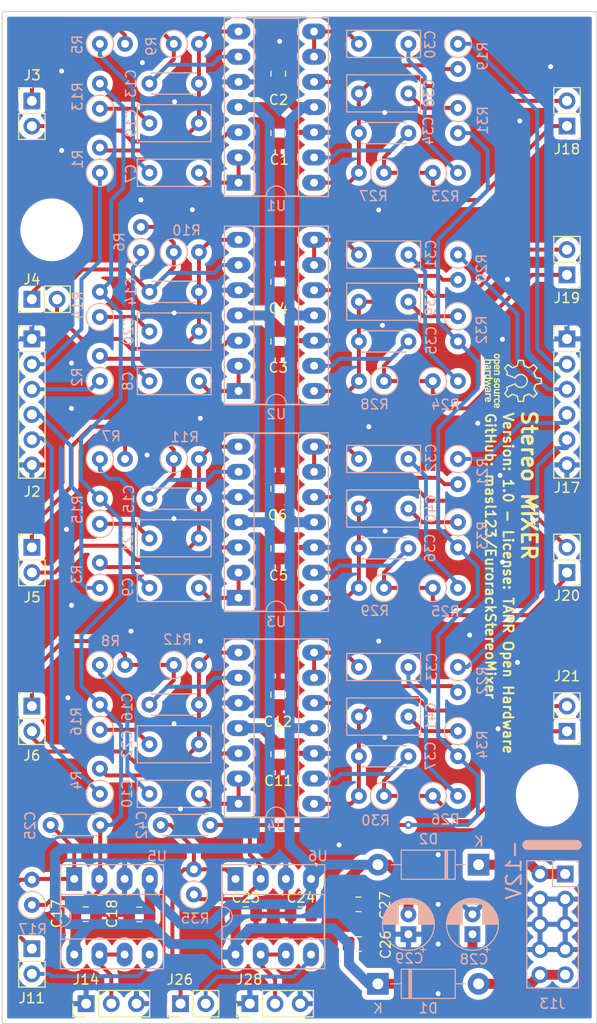
<source format=kicad_pcb>
(kicad_pcb (version 20211014) (generator pcbnew)
  (title_block (comment 1 "Licensed under the TAPR Open Hardware License (www.tapr.org/OHL)"))
  (layers (0 "F.Cu" signal) (31 "B.Cu" signal) (34 "B.Paste" user) (35 "F.Paste" user) (36 "B.SilkS" user "B.Silkscreen") (37 "F.SilkS" user "F.Silkscreen") (38 "B.Mask" user) (39 "F.Mask" user) (44 "Edge.Cuts" user))
  (net 0 "")
  (net 1 "+12V")
  (net 2 "GNDD")
  (net 3 "-12V")
  (net 4 "Net-(C7-Pad1)")
  (net 5 "Net-(C9-Pad1)")
  (net 6 "Net-(C15-Pad1)")
  (net 7 "Net-(C10-Pad1)")
  (net 8 "Net-(C10-Pad2)")
  (net 9 "Net-(C15-Pad2)")
  (net 10 "Net-(C16-Pad2)")
  (net 11 "Net-(C21-Pad2)")
  (net 12 "Net-(C30-Pad1)")
  (net 13 "Net-(C30-Pad2)")
  (net 14 "Net-(C31-Pad1)")
  (net 15 "Net-(C31-Pad2)")
  (net 16 "Net-(C32-Pad1)")
  (net 17 "Net-(C32-Pad2)")
  (net 18 "Net-(C33-Pad1)")
  (net 19 "Net-(C33-Pad2)")
  (net 20 "Net-(C34-Pad1)")
  (net 21 "Net-(C34-Pad2)")
  (net 22 "Net-(C35-Pad1)")
  (net 23 "Net-(C35-Pad2)")
  (net 24 "Net-(C36-Pad1)")
  (net 25 "Net-(C36-Pad2)")
  (net 26 "Net-(C37-Pad1)")
  (net 27 "Net-(C37-Pad2)")
  (net 28 "Net-(C38-Pad2)")
  (net 29 "Net-(C39-Pad2)")
  (net 30 "Net-(C40-Pad2)")
  (net 31 "Net-(C41-Pad2)")
  (net 32 "Net-(C42-Pad1)")
  (net 33 "Net-(C42-Pad2)")
  (net 34 "Net-(D1-Pad2)")
  (net 35 "Net-(D2-Pad1)")
  (net 36 "Net-(C7-Pad2)")
  (net 37 "Net-(C8-Pad1)")
  (net 38 "Net-(C8-Pad2)")
  (net 39 "Net-(C9-Pad2)")
  (net 40 "Net-(C13-Pad1)")
  (net 41 "Net-(C13-Pad2)")
  (net 42 "Net-(C14-Pad1)")
  (net 43 "Net-(C14-Pad2)")
  (net 44 "Net-(C16-Pad1)")
  (net 45 "Net-(C19-Pad2)")
  (net 46 "Net-(C20-Pad2)")
  (net 47 "Net-(C22-Pad2)")
  (net 48 "Net-(C25-Pad1)")
  (net 49 "Net-(C25-Pad2)")
  (net 50 "Net-(J11-Pad2)")
  (net 51 "Net-(J26-Pad2)")
  (net 52 "Net-(J2-Pad3)")
  (net 53 "Net-(J2-Pad4)")
  (net 54 "Net-(J2-Pad5)")
  (net 55 "Net-(J14-Pad2)")
  (net 56 "Net-(R1-Pad2)")
  (net 57 "Net-(R2-Pad2)")
  (net 58 "Net-(R3-Pad2)")
  (net 59 "Net-(R4-Pad2)")
  (net 60 "Net-(J28-Pad2)")
  (net 61 "Net-(R19-Pad2)")
  (net 62 "Net-(R20-Pad2)")
  (net 63 "Net-(R21-Pad2)")
  (net 64 "Net-(R22-Pad2)")
  (net 65 "Net-(J2-Pad2)")
  (net 66 "Net-(J17-Pad5)")
  (net 67 "Net-(J17-Pad4)")
  (net 68 "Net-(J17-Pad3)")
  (net 69 "Net-(J17-Pad2)")
  (footprint "Capacitor_SMD:C_0805_2012Metric_Pad1.18x1.45mm_HandSolder" (layer "F.Cu") (at 111.86 79.25 -90)
    (fp_text reference "C3")
    (fp_text value "100n" hide)
  )
  (footprint "Capacitor_SMD:C_0805_2012Metric_Pad1.18x1.45mm_HandSolder" (layer "F.Cu") (at 111.86 114.86 -90)
    (fp_text reference "C12")
    (fp_text value "100n" hide)
  )
  (footprint "Capacitor_SMD:C_0805_2012Metric_Pad1.18x1.45mm_HandSolder" (layer "F.Cu") (at 111.86 52.25 90)
    (fp_text reference "C2")
    (fp_text value "100n" hide)
  )
  (footprint "Capacitor_SMD:C_0805_2012Metric_Pad1.18x1.45mm_HandSolder" (layer "F.Cu") (at 119.9625 136 180)
    (fp_text reference "C27")
    (fp_text value "100n" hide)
  )
  (footprint "Capacitor_SMD:C_0805_2012Metric_Pad1.18x1.45mm_HandSolder" (layer "F.Cu") (at 111.86 100.1 -90)
    (fp_text reference "C5")
    (fp_text value "100n" hide)
  )
  (footprint "Capacitor_SMD:C_0805_2012Metric_Pad1.18x1.45mm_HandSolder" (layer "F.Cu") (at 92.427072 136.994888)
    (fp_text reference "C17")
    (fp_text value "100n" hide)
  )
  (footprint "Connector_PinHeader_2.54mm:PinHeader_1x06_P2.54mm_Vertical" (layer "F.Cu") (at 87 79)
    (fp_text reference "J2")
    (fp_text value "Conn_01x06" hide)
  )
  (footprint "Capacitor_SMD:C_0805_2012Metric_Pad1.18x1.45mm_HandSolder" (layer "F.Cu") (at 97.846518 137.011512)
    (fp_text reference "C18")
    (fp_text value "100n" hide)
  )
  (footprint "Capacitor_SMD:C_0805_2012Metric_Pad1.18x1.45mm_HandSolder" (layer "F.Cu") (at 111.86 94.1 -90)
    (fp_text reference "C6")
    (fp_text value "100n" hide)
  )
  (footprint "Connector_PinHeader_2.54mm:PinHeader_1x02_P2.54mm_Vertical" (layer "F.Cu") (at 87 75 90)
    (fp_text reference "J4")
    (fp_text value "Conn_01x02" hide)
  )
  (footprint "Capacitor_SMD:C_0805_2012Metric_Pad1.18x1.45mm_HandSolder" (layer "F.Cu") (at 111.86 120.86 -90)
    (fp_text reference "C11")
    (fp_text value "100n" hide)
  )
  (footprint "Connector_PinHeader_2.54mm:PinHeader_1x02_P2.54mm_Vertical" (layer "F.Cu") (at 102 146.01 90)
    (fp_text reference "J26")
    (fp_text value "Conn_01x02" hide)
  )
  (footprint "Connector_PinHeader_2.54mm:PinHeader_1x02_P2.54mm_Vertical" (layer "F.Cu") (at 141 72.54 180)
    (fp_text reference "J19")
    (fp_text value "Conn_01x02" hide)
  )
  (footprint "Connector_PinHeader_2.54mm:PinHeader_1x02_P2.54mm_Vertical" (layer "F.Cu") (at 87 55.01)
    (fp_text reference "J3")
    (fp_text value "Conn_01x02" hide)
  )
  (footprint "Connector_PinHeader_2.54mm:PinHeader_1x03_P2.54mm_Vertical" (layer "F.Cu") (at 109 146.01 90)
    (fp_text reference "J28")
    (fp_text value "Conn_01x03" hide)
  )
  (footprint "Capacitor_SMD:C_0805_2012Metric_Pad1.18x1.45mm_HandSolder" (layer "F.Cu") (at 111.86 58.25 -90)
    (fp_text reference "C1")
    (fp_text value "100n" hide)
  )
  (footprint "Connector_PinHeader_2.54mm:PinHeader_1x02_P2.54mm_Vertical" (layer "F.Cu") (at 141 102.55 180)
    (fp_text reference "J20")
    (fp_text value "Conn_01x02" hide)
  )
  (footprint "Connector_PinHeader_2.54mm:PinHeader_1x03_P2.54mm_Vertical" (layer "F.Cu") (at 92.475 146.01 90)
    (fp_text reference "J14")
    (fp_text value "Conn_01x03" hide)
  )
  (footprint "Capacitor_SMD:C_0805_2012Metric_Pad1.18x1.45mm_HandSolder" (layer "F.Cu") (at 108.585665 136.994888)
    (fp_text reference "C23")
    (fp_text value "100n" hide)
  )
  (footprint "Connector_PinHeader_2.54mm:PinHeader_1x02_P2.54mm_Vertical" (layer "F.Cu") (at 87 116.01)
    (fp_text reference "J6")
    (fp_text value "Conn_01x02" hide)
  )
  (footprint "Capacitor_SMD:C_0805_2012Metric_Pad1.18x1.45mm_HandSolder" (layer "F.Cu") (at 114.14792 136.994888)
    (fp_text reference "C24")
    (fp_text value "100n" hide)
  )
  (footprint "Connector_PinHeader_2.54mm:PinHeader_1x02_P2.54mm_Vertical" (layer "F.Cu") (at 87 100.01)
    (fp_text reference "J5")
    (fp_text value "Conn_01x02" hide)
  )
  (footprint "Connector_PinHeader_2.54mm:PinHeader_1x02_P2.54mm_Vertical" (layer "F.Cu") (at 141 118.55 180)
    (fp_text reference "J21")
    (fp_text value "Conn_01x02" hide)
  )
  (footprint "MountingHole:MountingHole_3.2mm_M3" (layer "F.Cu") (at 139 125)
    (fp_text reference "H4" hide)
    (fp_text value "MountingHole" hide)
  )
  (footprint "Capacitor_SMD:C_0805_2012Metric_Pad1.18x1.45mm_HandSolder" (layer "F.Cu") (at 120 140)
    (fp_text reference "C26")
    (fp_text value "100n" hide)
  )
  (footprint "Connector_PinHeader_2.54mm:PinHeader_1x02_P2.54mm_Vertical" (layer "F.Cu") (at 141 57.54 180)
    (fp_text reference "J18")
    (fp_text value "Conn_01x02" hide)
  )
  (footprint "MountingHole:MountingHole_3.2mm_M3" (layer "F.Cu") (at 89 68)
    (fp_text reference "H3" hide)
    (fp_text value "MountingHole" hide)
  )
  (footprint "Connector_PinHeader_2.54mm:PinHeader_1x02_P2.54mm_Vertical" (layer "F.Cu") (at 87 140.47)
    (fp_text reference "J11")
    (fp_text value "Conn_01x02" hide)
  )
  (footprint "Capacitor_SMD:C_0805_2012Metric_Pad1.18x1.45mm_HandSolder" (layer "F.Cu") (at 111.86 73.25 -90)
    (fp_text reference "C4")
    (fp_text value "100n" hide)
  )
  (footprint "Connector_PinHeader_2.54mm:PinHeader_1x06_P2.54mm_Vertical" (layer "F.Cu") (at 141 79)
    (fp_text reference "J17")
    (fp_text value "Conn_01x06" hide)
  )
  (footprint "Resistor_THT:R_Axial_DIN0207_L6.3mm_D2.5mm_P2.54mm_Vertical" (layer "B.Cu") (at 87 136.0575 90)
    (fp_text reference "R17")
    (fp_text value "20k")
  )
  (footprint "Resistor_THT:R_Axial_DIN0207_L6.3mm_D2.5mm_P2.54mm_Vertical" (layer "B.Cu") (at 130 112.07 -90)
    (fp_text reference "R22")
    (fp_text value "10k")
  )
  (footprint "Resistor_THT:R_Axial_DIN0207_L6.3mm_D2.5mm_P2.54mm_Vertical" (layer "B.Cu") (at 127.46 62.25)
    (fp_text reference "R23")
    (fp_text value "43k")
  )
  (footprint "Resistor_THT:R_Axial_DIN0207_L6.3mm_D2.5mm_P2.54mm_Vertical" (layer "B.Cu") (at 127.46 104.1)
    (fp_text reference "R25")
    (fp_text value "43k")
  )
  (footprint "Resistor_THT:R_Axial_DIN0207_L6.3mm_D2.5mm_P2.54mm_Vertical" (layer "B.Cu") (at 122.54 125.07 180)
    (fp_text reference "R30")
    (fp_text value "1M")
  )
  (footprint "Capacitor_THT:C_Disc_D4.3mm_W1.9mm_P5.00mm" (layer "B.Cu") (at 125 79.25 180)
    (fp_text reference "C35")
    (fp_text value "47p")
  )
  (footprint "Resistor_THT:R_Axial_DIN0207_L6.3mm_D2.5mm_P2.54mm_Vertical" (layer "B.Cu") (at 103.35 135.01 90)
    (fp_text reference "R35")
    (fp_text value "20k")
  )
  (footprint "Resistor_THT:R_Axial_DIN0207_L6.3mm_D2.5mm_P2.54mm_Vertical" (layer "B.Cu") (at 127.46 125.07)
    (fp_text reference "R26")
    (fp_text value "43k")
  )
  (footprint "Resistor_THT:R_Axial_DIN0207_L6.3mm_D2.5mm_P2.54mm_Vertical" (layer "B.Cu") (at 122.54 104.1 180)
    (fp_text reference "R29")
    (fp_text value "1M")
  )
  (footprint "Package_DIP:DIP-8_W7.62mm_Socket_LongPads" (layer "B.Cu") (at 107.55 133.4375 -90)
    (fp_text reference "U6")
    (fp_text value "TL072")
  )
  (footprint "Package_DIP:DIP-14_W7.62mm_Socket_LongPads" (layer "B.Cu") (at 107.86 125.86)
    (fp_text reference "U4")
    (fp_text value "TL074")
  )
  (footprint "Capacitor_THT:C_Rect_L7.2mm_W3.5mm_P5.00mm_FKS2_FKP2_MKS2_MKP2" (layer "B.Cu") (at 103.86 57.25 180)
    (fp_text reference "C19")
    (fp_text value "470n")
  )
  (footprint "Capacitor_THT:C_Rect_L7.2mm_W2.5mm_P5.00mm_FKS2_FKP2_MKS2_MKP2" (layer "B.Cu") (at 98.86 124.86)
    (fp_text reference "C10")
    (fp_text value "220n")
  )
  (footprint "Resistor_THT:R_Axial_DIN0207_L6.3mm_D2.5mm_P2.54mm_Vertical" (layer "B.Cu") (at 130 49.25 -90)
    (fp_text reference "R19")
    (fp_text value "10k")
  )
  (footprint "Resistor_THT:R_Axial_DIN0207_L6.3mm_D2.5mm_P2.54mm_Vertical" (layer "B.Cu") (at 93.86 104.1 90)
    (fp_text reference "R3")
    (fp_text value "10k")
  )
  (footprint "Capacitor_THT:C_Disc_D4.3mm_W1.9mm_P5.00mm" (layer "B.Cu") (at 105 128 180)
    (fp_text reference "C42")
    (fp_text value "220p")
  )
  (footprint "Package_DIP:DIP-14_W7.62mm_Socket_LongPads" (layer "B.Cu") (at 107.86 84.25)
    (fp_text reference "U2")
    (fp_text value "TL074")
  )
  (footprint "Resistor_THT:R_Axial_DIN0207_L6.3mm_D2.5mm_P2.54mm_Vertical" (layer "B.Cu") (at 93.86 118.4 90)
    (fp_text reference "R16")
    (fp_text value "20k")
  )
  (footprint "Capacitor_THT:C_Disc_D4.3mm_W1.9mm_P5.00mm" (layer "B.Cu") (at 93.895 128 180)
    (fp_text reference "C25")
    (fp_text value "220p")
  )
  (footprint "Capacitor_THT:C_Disc_D4.3mm_W1.9mm_P5.00mm" (layer "B.Cu") (at 98.86 115.86)
    (fp_text reference "C16")
    (fp_text value "47p")
  )
  (footprint "Package_DIP:DIP-14_W7.62mm_Socket_LongPads" (layer "B.Cu") (at 107.86 105.1)
    (fp_text reference "U3")
    (fp_text value "TL074")
  )
  (footprint "Resistor_THT:R_Axial_DIN0207_L6.3mm_D2.5mm_P2.54mm_Vertical" (layer "B.Cu") (at 93.86 62.25 90)
    (fp_text reference "R1")
    (fp_text value "10k")
  )
  (footprint "Resistor_THT:R_Axial_DIN0207_L6.3mm_D2.5mm_P2.54mm_Vertical" (layer "B.Cu") (at 93.86 76.79 90)
    (fp_text reference "R14")
    (fp_text value "20k")
  )
  (footprint "Resistor_THT:R_Axial_DIN0207_L6.3mm_D2.5mm_P2.54mm_Vertical" (layer "B.Cu") (at 93.86 124.86 90)
    (fp_text reference "R4")
    (fp_text value "10k")
  )
  (footprint "Resistor_THT:R_Axial_DIN0207_L6.3mm_D2.5mm_P2.54mm_Vertical" (layer "B.Cu") (at 93.86 49.25)
    (fp_text reference "R5")
    (fp_text value "43k")
  )
  (footprint "Capacitor_THT:C_Disc_D4.3mm_W1.9mm_P5.00mm" (layer "B.Cu") (at 98.86 95.1)
    (fp_text reference "C15")
    (fp_text value "47p")
  )
  (footprint "Capacitor_THT:C_Disc_D4.3mm_W1.9mm_P5.00mm" (layer "B.Cu") (at 98.86 53.25)
    (fp_text reference "C13")
    (fp_text value "47p")
  )
  (footprint "Capacitor_THT:C_Rect_L7.2mm_W3.5mm_P5.00mm_FKS2_FKP2_MKS2_MKP2" (layer "B.Cu") (at 120 96.1)
    (fp_text reference "C40")
    (fp_text value "470n")
  )
  (footprint "Diode_THT:D_DO-41_SOD81_P10.16mm_Horizontal" (layer "B.Cu") (at 132.08 132 180)
    (fp_text reference "D2")
    (fp_text value "1N5819")
  )
  (footprint "Resistor_THT:R_Axial_DIN0207_L6.3mm_D2.5mm_P2.54mm_Vertical" (layer "B.Cu") (at 130 76.71 -90)
    (fp_text reference "R32")
    (fp_text value "20k")
  )
  (footprint "Package_DIP:DIP-8_W7.62mm_Socket_LongPads" (layer "B.Cu") (at 91.275 133.4375 -90)
    (fp_text reference "U5")
    (fp_text value "TL072")
  )
  (footprint "Capacitor_THT:C_Rect_L7.2mm_W2.5mm_P5.00mm_FKS2_FKP2_MKS2_MKP2" (layer "B.Cu") (at 120 70.5)
    (fp_text reference "C31")
    (fp_text value "220n")
  )
  (footprint "Capacitor_THT:C_Rect_L7.2mm_W3.5mm_P5.00mm_FKS2_FKP2_MKS2_MKP2" (layer "B.Cu") (at 120 117.07)
    (fp_text reference "C41")
    (fp_text value "470n")
  )
  (footprint "Resistor_THT:R_Axial_DIN0207_L6.3mm_D2.5mm_P2.54mm_Vertical" (layer "B.Cu") (at 101.32 91.1)
    (fp_text reference "R11")
    (fp_text value "1M")
  )
  (footprint "Capacitor_THT:C_Rect_L7.2mm_W2.5mm_P5.00mm_FKS2_FKP2_MKS2_MKP2" (layer "B.Cu") (at 120 91.1)
    (fp_text reference "C32")
    (fp_text value "220n")
  )
  (footprint "Resistor_THT:R_Axial_DIN0207_L6.3mm_D2.5mm_P2.54mm_Vertical" (layer "B.Cu") (at 93.86 83.25 90)
    (fp_text reference "R2")
    (fp_text value "10k")
  )
  (footprint "Capacitor_THT:C_Rect_L7.2mm_W2.5mm_P5.00mm_FKS2_FKP2_MKS2_MKP2" (layer "B.Cu") (at 98.86 104.1)
    (fp_text reference "C9")
    (fp_text value "220n")
  )
  (footprint "Package_DIP:DIP-14_W7.62mm_Socket_LongPads" (layer "B.Cu") (at 107.86 63.25)
    (fp_text reference "U1")
    (fp_text value "TL074")
  )
  (footprint "Capacitor_THT:CP_Radial_D5.0mm_P2.00mm" (layer "B.Cu") (at 125 139.01 90)
    (fp_text reference "C29")
    (fp_text value "10u")
  )
  (footprint "Resistor_THT:R_Axial_DIN0207_L6.3mm_D2.5mm_P2.54mm_Vertical" (layer "B.Cu") (at 130 55.71 -90)
    (fp_text reference "R31")
    (fp_text value "20k")
  )
  (footprint "Capacitor_THT:C_Disc_D4.3mm_W1.9mm_P5.00mm" (layer "B.Cu") (at 125 100.1 180)
    (fp_text reference "C36")
    (fp_text value "47p")
  )
  (footprint "Resistor_THT:R_Axial_DIN0207_L6.3mm_D2.5mm_P2.54mm_Vertical" (layer "B.Cu") (at 93.86 55.79 90)
    (fp_text reference "R13")
    (fp_text value "20k")
  )
  (footprint "Resistor_THT:R_Axial_DIN0207_L6.3mm_D2.5mm_P2.54mm_Vertical" (layer "B.Cu") (at 101.32 49.25)
    (fp_text reference "R9")
    (fp_text value "1M")
  )
  (footprint "Capacitor_THT:C_Disc_D4.3mm_W1.9mm_P5.00mm" (layer "B.Cu") (at 125 121.07 180)
    (fp_text reference "C37")
    (fp_text value "47p")
  )
  (footprint "Resistor_THT:R_Axial_DIN0207_L6.3mm_D2.5mm_P2.54mm_Vertical" (layer "B.Cu") (at 127.46 83.25)
    (fp_text reference "R24")
    (fp_text value "43k")
  )
  (footprint "Capacitor_THT:C_Rect_L7.2mm_W3.5mm_P5.00mm_FKS2_FKP2_MKS2_MKP2" (layer "B.Cu") (at 103.86 119.86 180)
    (fp_text reference "C22")
    (fp_text value "470n")
  )
  (footprint "Resistor_THT:R_Axial_DIN0207_L6.3mm_D2.5mm_P2.54mm_Vertical" (layer "B.Cu") (at 130 70.5 -90)
    (fp_text reference "R20")
    (fp_text value "10k")
  )
  (footprint "Capacitor_THT:C_Rect_L7.2mm_W3.5mm_P5.00mm_FKS2_FKP2_MKS2_MKP2" (layer "B.Cu") (at 120 75.25)
    (fp_text reference "C39")
    (fp_text value "470n")
  )
  (footprint "Capacitor_THT:C_Rect_L7.2mm_W2.5mm_P5.00mm_FKS2_FKP2_MKS2_MKP2" (layer "B.Cu") (at 98.86 83.25)
    (fp_text reference "C8")
    (fp_text value "220n")
  )
  (footprint "Resistor_THT:R_Axial_DIN0207_L6.3mm_D2.5mm_P2.54mm_Vertical" (layer "B.Cu") (at 93.86 97.64 90)
    (fp_text reference "R15")
    (fp_text value "20k")
  )
  (footprint "Capacitor_THT:C_Rect_L7.2mm_W2.5mm_P5.00mm_FKS2_FKP2_MKS2_MKP2" (layer "B.Cu") (at 120 49.25)
    (fp_text reference "C30")
    (fp_text value "220n")
  )
  (footprint "Resistor_THT:R_Axial_DIN0207_L6.3mm_D2.5mm_P2.54mm_Vertical" (layer "B.Cu") (at 101.32 70.25)
    (fp_text reference "R10")
    (fp_text value "1M")
  )
  (footprint "Capacitor_THT:C_Rect_L7.2mm_W3.5mm_P5.00mm_FKS2_FKP2_MKS2_MKP2" (layer "B.Cu") (at 103.86 78.25 180)
    (fp_text reference "C20")
    (fp_text value "470n")
  )
  (footprint "Connector_PinHeader_2.54mm:PinHeader_2x05_P2.54mm_Vertical" (layer "B.Cu") (at 140.8175 132.935 180)
    (fp_text reference "J13")
    (fp_text value "~")
  )
  (footprint "Capacitor_THT:C_Disc_D4.3mm_W1.9mm_P5.00mm" (layer "B.Cu") (at 125 58.25 180)
    (fp_text reference "C34")
    (fp_text value "47p")
  )
  (footprint "Capacitor_THT:C_Rect_L7.2mm_W2.5mm_P5.00mm_FKS2_FKP2_MKS2_MKP2" (layer "B.Cu") (at 98.86 62.25)
    (fp_text reference "C7")
    (fp_text value "220n")
  )
  (footprint "Resistor_THT:R_Axial_DIN0207_L6.3mm_D2.5mm_P2.54mm_Vertical" (layer "B.Cu") (at 130 118.53 -90)
    (fp_text reference "R34")
    (fp_text value "20k")
  )
  (footprint "Resistor_THT:R_Axial_DIN0207_L6.3mm_D2.5mm_P2.54mm_Vertical" (layer "B.Cu") (at 101.32 111.86)
    (fp_text reference "R12")
    (fp_text value "1M")
  )
  (footprint "Capacitor_THT:C_Disc_D4.3mm_W1.9mm_P5.00mm" (layer "B.Cu") (at 98.86 74.25)
    (fp_text reference "C14")
    (fp_text value "47p")
  )
  (footprint "Resistor_THT:R_Axial_DIN0207_L6.3mm_D2.5mm_P2.54mm_Vertical" (layer "B.Cu") (at 93.86 111.86)
    (fp_text reference "R8")
    (fp_text value "43k")
  )
  (footprint "Resistor_THT:R_Axial_DIN0207_L6.3mm_D2.5mm_P2.54mm_Vertical" (layer "B.Cu") (at 122.54 83.25 180)
    (fp_text reference "R28")
    (fp_text value "1M")
  )
  (footprint "Resistor_THT:R_Axial_DIN0207_L6.3mm_D2.5mm_P2.54mm_Vertical" (layer "B.Cu") (at 122.54 62.25 180)
    (fp_text reference "R27")
    (fp_text value "1M")
  )
  (footprint "Capacitor_THT:CP_Radial_D5.0mm_P2.00mm" (layer "B.Cu") (at 131.4625 139.01 90)
    (fp_text reference "C28")
    (fp_text value "10u")
  )
  (footprint "Resistor_THT:R_Axial_DIN0207_L6.3mm_D2.5mm_P2.54mm_Vertical" (layer "B.Cu") (at 98 70.25 90)
    (fp_text reference "R6")
    (fp_text value "43k")
  )
  (footprint "Capacitor_THT:C_Rect_L7.2mm_W3.5mm_P5.00mm_FKS2_FKP2_MKS2_MKP2" (layer "B.Cu") (at 120 54.25)
    (fp_text reference "C38")
    (fp_text value "470n")
  )
  (footprint "Diode_THT:D_DO-41_SOD81_P10.16mm_Horizontal" (layer "B.Cu") (at 121.92 144.01)
    (fp_text reference "D1")
    (fp_text value "1N5819")
  )
  (footprint "Capacitor_THT:C_Rect_L7.2mm_W3.5mm_P5.00mm_FKS2_FKP2_MKS2_MKP2" (layer "B.Cu") (at 103.86 99.1 180)
    (fp_text reference "C21")
    (fp_text value "470n")
  )
  (footprint "Capacitor_THT:C_Rect_L7.2mm_W2.5mm_P5.00mm_FKS2_FKP2_MKS2_MKP2" (layer "B.Cu") (at 120 112.07)
    (fp_text reference "C33")
    (fp_text value "220n")
  )
  (footprint "Resistor_THT:R_Axial_DIN0207_L6.3mm_D2.5mm_P2.54mm_Vertical" (layer "B.Cu") (at 93.86 91.1)
    (fp_text reference "R7")
    (fp_text value "43k")
  )
  (footprint "Resistor_THT:R_Axial_DIN0207_L6.3mm_D2.5mm_P2.54mm_Vertical" (layer "B.Cu") (at 130 97.475 -90)
    (fp_text reference "R33")
    (fp_text value "20k")
  )
  (footprint "Resistor_THT:R_Axial_DIN0207_L6.3mm_D2.5mm_P2.54mm_Vertical" (layer "B.Cu") (at 130 91.1 -90)
    (fp_text reference "R21")
    (fp_text value "10k")
  )
  (gr_line (start 137 130.01) (end 142 130.01) (layer "B.SilkS") (width 1))
  (gr_poly (pts (xy 134.211462 85.743987) (xy 134.21065 85.75562) (xy 134.209306 85.767121) (xy 134.207437 85.778473) (xy 134.20505 85.78966) (xy 134.202152 85.800664) (xy 134.19875 85.811468) (xy 134.194852 85.822057) (xy 134.190464 85.832412) (xy 134.185595 85.842517) (xy 134.180251 85.852354) (xy 134.174439 85.861908) (xy 134.168167 85.871161) (xy 134.161441 85.880095) (xy 134.154269 85.888695) (xy 134.146659 85.896943) (xy 134.138616 85.904822) (xy 134.13015 85.912316) (xy 134.121266 85.919407) (xy 134.111971 85.926079) (xy 134.102274 85.932314) (xy 134.092181 85.938096) (xy 134.0817 85.943407) (xy 134.070837 85.948231) (xy 134.0596 85.952551) (xy 134.047996 85.95635) (xy 134.036033 85.959611) (xy 134.023716 85.962317) (xy 134.011055 85.964452) (xy 133.998055 85.965997) (xy 133.984724 85.966937) (xy 133.971069 85.967254) (xy 133.876613 85.967254) (xy 133.876613 85.611939) (xy 133.867997 85.612106) (xy 133.859652 85.612602) (xy 133.851577 85.613421) (xy 133.843772 85.614555) (xy 133.836239 85.616) (xy 133.828977 85.617747) (xy 133.821986 85.619791) (xy 133.815267 85.622124) (xy 133.808819 85.624741) (xy 133.802644 85.627634) (xy 133.79674 85.630798) (xy 133.79111 85.634224) (xy 133.785751 85.637908) (xy 133.780666 85.641843) (xy 133.775854 85.646021) (xy 133.771315 85.650436) (xy 133.767049 85.655082) (xy 133.763057 85.659953) (xy 133.759339 85.66504) (xy 133.755895 85.670339) (xy 133.752726 85.675842) (xy 133.749831 85.681543) (xy 133.74721 85.687435) (xy 133.744865 85.693512) (xy 133.742795 85.699767) (xy 133.741 85.706194) (xy 133.73948 85.712786) (xy 133.738237 85.719536) (xy 133.737269 85.726437) (xy 133.736578 85.733485) (xy 133.736163 85.74067) (xy 133.736024 85.747988) (xy 133.73626 85.756245) (xy 133.736963 85.764554) (xy 133.738124 85.772893) (xy 133.739734 85.781236) (xy 133.741786 85.78956) (xy 133.744272 85.797838) (xy 133.747183 85.806047) (xy 133.75051 85.814163) (xy 133.754246 85.82216) (xy 133.758383 85.830015) (xy 133.762911 85.837702) (xy 133.767823 85.845197) (xy 133.77311 85.852475) (xy 133.778765 85.859512) (xy 133.784778 85.866284) (xy 133.791142 85.872766) (xy 133.72034 85.955982) (xy 133.708557 85.945256) (xy 133.697654 85.934152) (xy 133.687614 85.922691) (xy 133.678421 85.910892) (xy 133.670057 85.898776) (xy 133.662508 85.886362) (xy 133.655755 85.87367) (xy 133.649783 85.860721) (xy 133.644576 85.847534) (xy 133.640116 85.834129) (xy 133.636387 85.820526) (xy 133.633374 85.806745) (xy 133.631058 85.792807) (xy 133.629425 85.77873) (xy 133.628457 85.764535) (xy 133.628138 85.750242) (xy 133.628827 85.728125) (xy 133.631012 85.705788) (xy 133.634871 85.683459) (xy 133.640582 85.661363) (xy 133.648323 85.63973) (xy 133.65301 85.629157) (xy 133.65827 85.618785) (xy 133.664127 85.608642) (xy 133.670603 85.598757) (xy 133.677719 85.589157) (xy 133.685498 85.579872) (xy 133.693962 85.570929) (xy 133.703133 85.562358) (xy 133.713034 85.554186) (xy 133.723687 85.546442) (xy 133.735113 85.539154) (xy 133.747336 85.532351) (xy 133.760377 85.526061) (xy 133.774258 85.520312) (xy 133.789003 85.515133) (xy 133.804632 85.510553) (xy 133.821169 85.5066) (xy 133.838635 85.503301) (xy 133.857052 85.500686) (xy 133.876444 85.498783) (xy 133.896831 85.497621) (xy 133.918237 85.497227) (xy 133.938566 85.497588) (xy 133.958033 85.498655) (xy 133.971037 85.499874) (xy 133.971037 85.611939) (xy 133.971037 85.852541) (xy 133.979041 85.852088) (xy 133.986806 85.851371) (xy 133.994332 85.850394) (xy 134.001616 85.849163) (xy 134.008659 85.847683) (xy 134.015459 85.845959) (xy 134.022016 85.843995) (xy 134.028327 85.841798) (xy 134.034393 85.839372) (xy 134.040212 85.836723) (xy 134.045783 85.833855) (xy 134.051106 85.830773) (xy 134.056178 85.827484) (xy 134.061 85.823991) (xy 134.06557 85.8203) (xy 134.069887 85.816417) (xy 134.07395 85.812346) (xy 134.077758 85.808092) (xy 134.081311 85.803661) (xy 134.084606 85.799057) (xy 134.087644 85.794286) (xy 134.090423 85.789354) (xy 134.092942 85.784264) (xy 134.0952 85.779022) (xy 134.097196 85.773634) (xy 134.098929 85.768104) (xy 134.100399 85.762438) (xy 134.101603 85.75664) (xy 134.102542 85.750717) (xy 134.103213 85.744672) (xy 134.103617 85.738511) (xy 134.103752 85.732239) (xy 134.103617 85.725965) (xy 134.103213 85.719794) (xy 134.102542 85.713734) (xy 134.101603 85.707791) (xy 134.100399 85.701969) (xy 134.098929 85.696274) (xy 134.097196 85.690714) (xy 134.0952 85.685292) (xy 134.092942 85.680015) (xy 134.090423 85.674889) (xy 134.087644 85.66992) (xy 134.084606 85.665112) (xy 134.081311 85.660473) (xy 134.077758 85.656008) (xy 134.07395 85.651722) (xy 134.069887 85.647622) (xy 134.06557 85.643713) (xy 134.061 85.640001) (xy 134.056178 85.636491) (xy 134.051106 85.63319) (xy 134.045783 85.630103) (xy 134.040212 85.627236) (xy 134.034393 85.624595) (xy 134.028328 85.622186) (xy 134.022016 85.620014) (xy 134.01546 85.618085) (xy 134.00866 85.616404) (xy 134.001617 85.614979) (xy 133.994332 85.613814) (xy 133.986806 85.612915) (xy 133.979041 85.612288) (xy 133.971037 85.611939) (xy 133.971037 85.499874) (xy 133.976653 85.500401) (xy 133.99444 85.502802) (xy 134.011407 85.505832) (xy 134.027569 85.509466) (xy 134.042941 85.513677) (xy 134.057536 85.518441) (xy 134.071369 85.523732) (xy 134.084454 85.529525) (xy 134.096804 85.535793) (xy 134.108435 85.542512) (xy 134.11936 85.549656) (xy 134.129594 85.557199) (xy 134.13915 85.565117) (xy 134.148044 85.573383) (xy 134.156288 85.581972) (xy 134.163898 85.590859) (xy 134.170887 85.600017) (xy 134.17727 85.609423) (xy 134.183061 85.619049) (xy 134.188274 85.628871) (xy 134.192923 85.638863) (xy 134.197022 85.649) (xy 134.200586 85.659256) (xy 134.203629 85.669605) (xy 134.206165 85.680023) (xy 134.208208 85.690483) (xy 134.210872 85.711429) (xy 134.211734 85.73224)) (layer "F.SilkS") (width 0.024) (fill solid))
  (gr_poly (pts (xy 134.211613 85.271481) (xy 134.211253 85.279437) (xy 134.210659 85.287288) (xy 134.209835 85.295034) (xy 134.207518 85.310207) (xy 134.204339 85.324954) (xy 134.200337 85.339274) (xy 134.195549 85.353165) (xy 134.190013 85.366625) (xy 134.183767 85.379652) (xy 134.176848 85.392244) (xy 134.169295 85.404399) (xy 134.161145 85.416115) (xy 134.152437 85.427391) (xy 134.143207 85.438224) (xy 134.133494 85.448612) (xy 134.123336 85.458554) (xy 134.112769 85.468048) (xy 134.037427 85.38372) (xy 134.043841 85.378313) (xy 134.049996 85.372623) (xy 134.055872 85.366658) (xy 134.061445 85.360426) (xy 134.066696 85.353937) (xy 134.071603 85.347199) (xy 134.076143 85.340219) (xy 134.080297 85.333007) (xy 134.084042 85.325571) (xy 134.087357 85.31792) (xy 134.090221 85.310061) (xy 134.092612 85.302004) (xy 134.094509 85.293757) (xy 134.095891 85.285328) (xy 134.096735 85.276726) (xy 134.097021 85.26796) (xy 134.096398 85.250909) (xy 134.094508 85.23478) (xy 134.093079 85.227068) (xy 134.091323 85.219596) (xy 134.089237 85.212366) (xy 134.086817 85.205382) (xy 134.084059 85.198647) (xy 134.08096 85.192163) (xy 134.077516 85.185935) (xy 134.073725 85.179964) (xy 134.069582 85.174255) (xy 134.065084 85.168809) (xy 134.060227 85.163631) (xy 134.055008 85.158724) (xy 134.049424 85.154089) (xy 134.04347 85.149732) (xy 134.037144 85.145654) (xy 134.030442 85.141859) (xy 134.023361 85.138349) (xy 134.015896 85.135129) (xy 134.008045 85.132201) (xy 133.999804 85.129567) (xy 133.991169 85.127232) (xy 133.982137 85.125199) (xy 133.972705 85.123469) (xy 133.962868 85.122047) (xy 133.941969 85.120138) (xy 133.919412 85.119497) (xy 133.908019 85.119658) (xy 133.897038 85.120139) (xy 133.886466 85.120937) (xy 133.876299 85.122049) (xy 133.866533 85.123471) (xy 133.857166 85.125201) (xy 133.848195 85.127236) (xy 133.839616 85.129572) (xy 133.831425 85.132206) (xy 133.82362 85.135135) (xy 133.816197 85.138357) (xy 133.809153 85.141867) (xy 133.802485 85.145663) (xy 133.796189 85.149742) (xy 133.790262 85.154101) (xy 133.784701 85.158736) (xy 133.779502 85.163644) (xy 133.774662 85.168823) (xy 133.770179 85.174268) (xy 133.766048 85.179978) (xy 133.762266 85.185949) (xy 133.758831 85.192177) (xy 133.755738 85.198661) (xy 133.752985 85.205396) (xy 133.750568 85.212379) (xy 133.748484 85.219608) (xy 133.746729 85.227079) (xy 133.745301 85.234789) (xy 133.744196 85.242735) (xy 133.743411 85.250915) (xy 133.742942 85.259324) (xy 133.742787 85.26796) (xy 133.742859 85.272363) (xy 133.743073 85.276726) (xy 133.743427 85.281048) (xy 133.743917 85.285327) (xy 133.745299 85.293754) (xy 133.747196 85.302) (xy 133.749587 85.310055) (xy 133.752451 85.317912) (xy 133.755766 85.325561) (xy 133.759511 85.332995) (xy 133.763664 85.340206) (xy 133.768205 85.347185) (xy 133.773112 85.353923) (xy 133.778362 85.360413) (xy 133.783936 85.366646) (xy 133.789812 85.372613) (xy 133.795967 85.378308) (xy 133.802381 85.38372) (xy 133.727039 85.468048) (xy 133.716489 85.45856) (xy 133.706345 85.448622) (xy 133.696643 85.438238) (xy 133.687422 85.427408) (xy 133.67872 85.416135) (xy 133.670576 85.404421) (xy 133.663026 85.392267) (xy 133.65611 85.379676) (xy 133.649864 85.366648) (xy 133.644328 85.353187) (xy 133.63954 85.339295) (xy 133.635537 85.324972) (xy 133.632357 85.310221) (xy 133.630038 85.295044) (xy 133.628619 85.279443) (xy 133.628138 85.263419) (xy 133.629122 85.238838) (xy 133.632117 85.214541) (xy 133.637183 85.190708) (xy 133.644382 85.167519) (xy 133.648801 85.156221) (xy 133.653775 85.145153) (xy 133.659313 85.134334) (xy 133.665423 85.123789) (xy 133.672112 85.11354) (xy 133.679387 85.103608) (xy 133.687257 85.094017) (xy 133.69573 85.084789) (xy 133.704811 85.075947) (xy 133.71451 85.067512) (xy 133.724835 85.059507) (xy 133.735792 85.051955) (xy 133.747389 85.044879) (xy 133.759634 85.0383) (xy 133.772535 85.032241) (xy 133.786099 85.026724) (xy 133.800335 85.021772) (xy 133.815248 85.017408) (xy 133.830849 85.013654) (xy 133.847143 85.010532) (xy 133.864138 85.008064) (xy 133.881843 85.006274) (xy 133.900265 85.005184) (xy 133.919412 85.004815) (xy 133.938648 85.005184) (xy 133.957154 85.006274) (xy 133.974939 85.008064) (xy 133.992009 85.010532) (xy 134.008373 85.013654) (xy 134.024038 85.017408) (xy 134.039012 85.021772) (xy 134.053304 85.026724) (xy 134.06692 85.032241) (xy 134.079869 85.0383) (xy 134.092159 85.044879) (xy 134.103797 85.051955) (xy 134.114791 85.059507) (xy 134.125149 85.067512) (xy 134.134878 85.075947) (xy 134.143988 85.084789) (xy 134.152484 85.094017) (xy 134.160376 85.103608) (xy 134.167671 85.11354) (xy 134.174377 85.123789) (xy 134.180501 85.134334) (xy 134.186052 85.145153) (xy 134.191037 85.156221) (xy 134.195464 85.167519) (xy 134.199341 85.179022) (xy 134.202676 85.190708) (xy 134.205477 85.202555) (xy 134.20775 85.214541) (xy 134.209505 85.226642) (xy 134.210749 85.238838) (xy 134.211734 85.263419)) (layer "F.SilkS") (width 0.024) (fill solid))
  (gr_poly (pts (xy 133.311044 84.765713) (xy 133.310463 84.774084) (xy 133.309507 84.782285) (xy 133.308184 84.790322) (xy 133.306507 84.798202) (xy 133.304483 84.805931) (xy 133.302123 84.813516) (xy 133.299437 84.820963) (xy 133.296435 84.828279) (xy 133.293127 84.83547) (xy 133.289522 84.842542) (xy 133.28563 84.849503) (xy 133.281462 84.856358) (xy 133.277026 84.863114) (xy 133.272333 84.869778) (xy 133.267393 84.876355) (xy 133.168429 84.793138) (xy 133.172088 84.788166) (xy 133.175464 84.783353) (xy 133.178561 84.778672) (xy 133.181388 84.774097) (xy 133.18395 84.769601) (xy 133.186255 84.765158) (xy 133.188309 84.760741) (xy 133.190118 84.756324) (xy 133.191689 84.75188) (xy 133.193029 84.747383) (xy 133.194145 84.742806) (xy 133.195043 84.738122) (xy 133.19573 84.733306) (xy 133.196213 84.728331) (xy 133.196497 84.723169) (xy 133.196591 84.717795) (xy 133.196166 84.707274) (xy 133.19488 84.696859) (xy 133.192717 84.686631) (xy 133.189661 84.676667) (xy 133.187793 84.671809) (xy 133.185695 84.667047) (xy 133.183366 84.662391) (xy 133.180804 84.65785) (xy 133.178006 84.653435) (xy 133.17497 84.649155) (xy 133.171695 84.64502) (xy 133.168179 84.64104) (xy 133.164418 84.637225) (xy 133.160412 84.633584) (xy 133.156159 84.630128) (xy 133.151656 84.626866) (xy 133.146901 84.623809) (xy 133.141892 84.620966) (xy 133.136627 84.618347) (xy 133.131105 84.615961) (xy 133.125323 84.61382) (xy 133.119279 84.611932) (xy 133.112971 84.610307) (xy 133.106397 84.608956) (xy 133.099555 84.607887) (xy 133.092443 84.607112) (xy 133.085059 84.60664) (xy 133.077401 84.60648) (xy 132.734406 84.60648) (xy 132.734406 84.491831) (xy 133.304478 84.491831) (xy 133.304478 84.60648) (xy 133.243771 84.60648) (xy 133.243771 84.608766) (xy 133.251938 84.615694) (xy 133.259578 84.622981) (xy 133.266692 84.630617) (xy 133.27328 84.638593) (xy 133.279341 84.646898) (xy 133.284876 84.655522) (xy 133.289884 84.664457) (xy 133.294365 84.673691) (xy 133.298319 84.683215) (xy 133.301747 84.693018) (xy 133.304647 84.703092) (xy 133.307021 84.713426) (xy 133.308867 84.72401) (xy 133.310185 84.734835) (xy 133.310977 84.74589) (xy 133.31124 84.757165)) (layer "F.SilkS") (width 0.024) (fill solid))
  (gr_poly (pts (xy 134.211462 81.846109) (xy 134.21065 81.857746) (xy 134.209306 81.869251) (xy 134.207437 81.880606) (xy 134.20505 81.891795) (xy 134.202152 81.9028) (xy 134.19875 81.913606) (xy 134.194852 81.924195) (xy 134.190464 81.934549) (xy 134.185595 81.944653) (xy 134.180251 81.95449) (xy 134.174439 81.964042) (xy 134.168167 81.973292) (xy 134.161441 81.982225) (xy 134.154269 81.990822) (xy 134.146659 81.999067) (xy 134.138616 82.006943) (xy 134.13015 82.014434) (xy 134.121266 82.021521) (xy 134.111971 82.02819) (xy 134.102274 82.034421) (xy 134.092181 82.0402) (xy 134.0817 82.045508) (xy 134.070837 82.050329) (xy 134.0596 82.054647) (xy 134.047996 82.058443) (xy 134.036033 82.061702) (xy 134.023716 82.064406) (xy 134.011055 82.066538) (xy 133.998055 82.068082) (xy 133.984724 82.069021) (xy 133.971069 82.069338) (xy 133.876613 82.069338) (xy 133.876613 81.714023) (xy 133.867997 81.71419) (xy 133.859652 81.714687) (xy 133.851577 81.715506) (xy 133.843772 81.716641) (xy 133.836239 81.718086) (xy 133.828977 81.719834) (xy 133.821986 81.721879) (xy 133.815267 81.724213) (xy 133.808819 81.726831) (xy 133.802644 81.729726) (xy 133.79674 81.73289) (xy 133.79111 81.736319) (xy 133.785751 81.740004) (xy 133.780666 81.74394) (xy 133.775854 81.748119) (xy 133.771315 81.752536) (xy 133.767049 81.757184) (xy 133.763057 81.762055) (xy 133.759339 81.767145) (xy 133.755895 81.772445) (xy 133.752726 81.777949) (xy 133.749831 81.783651) (xy 133.74721 81.789545) (xy 133.744865 81.795623) (xy 133.742795 81.801879) (xy 133.741 81.808307) (xy 133.73948 81.814899) (xy 133.738237 81.82165) (xy 133.737269 81.828552) (xy 133.736578 81.8356) (xy 133.736163 81.842786) (xy 133.736024 81.850104) (xy 133.73626 81.858361) (xy 133.736963 81.866671) (xy 133.738124 81.875012) (xy 133.739734 81.883357) (xy 133.741786 81.891682) (xy 133.744272 81.899962) (xy 133.747183 81.908174) (xy 133.75051 81.916291) (xy 133.754246 81.924289) (xy 133.758383 81.932144) (xy 133.762911 81.939832) (xy 133.767823 81.947326) (xy 133.77311 81.954603) (xy 133.778765 81.961637) (xy 133.784778 81.968405) (xy 133.791142 81.974881) (xy 133.72034 82.058098) (xy 133.708557 82.047361) (xy 133.697654 82.03625) (xy 133.687614 82.024783) (xy 133.678421 82.01298) (xy 133.670057 82.000862) (xy 133.662508 81.988448) (xy 133.655755 81.975757) (xy 133.649783 81.962808) (xy 133.644576 81.949623) (xy 133.640116 81.93622) (xy 133.636387 81.922618) (xy 133.633374 81.908838) (xy 133.631058 81.8949) (xy 133.629425 81.880822) (xy 133.628457 81.866624) (xy 133.628138 81.852326) (xy 133.628827 81.830215) (xy 133.631012 81.807883) (xy 133.634871 81.785557) (xy 133.640582 81.763466) (xy 133.648323 81.741835) (xy 133.65301 81.731264) (xy 133.65827 81.720893) (xy 133.664127 81.710751) (xy 133.670603 81.700867) (xy 133.677719 81.691268) (xy 133.685498 81.681984) (xy 133.693962 81.673042) (xy 133.703133 81.664471) (xy 133.713034 81.656299) (xy 133.723687 81.648556) (xy 133.735113 81.641268) (xy 133.747336 81.634465) (xy 133.760377 81.628176) (xy 133.774258 81.622427) (xy 133.789003 81.617249) (xy 133.804632 81.612669) (xy 133.821169 81.608715) (xy 133.838635 81.605417) (xy 133.857052 81.602802) (xy 133.876444 81.600899) (xy 133.896831 81.599736) (xy 133.918237 81.599342) (xy 133.938566 81.599704) (xy 133.958033 81.600771) (xy 133.971037 81.601991) (xy 133.971037 81.714023) (xy 133.971037 81.954657) (xy 133.979041 81.954207) (xy 133.986806 81.953492) (xy 133.994332 81.952518) (xy 134.001616 81.951289) (xy 134.008659 81.94981) (xy 134.015459 81.948087) (xy 134.022016 81.946124) (xy 134.028327 81.943928) (xy 134.034393 81.941502) (xy 134.040212 81.938853) (xy 134.045783 81.935985) (xy 134.051106 81.932903) (xy 134.056178 81.929614) (xy 134.061 81.92612) (xy 134.06557 81.922429) (xy 134.069887 81.918545) (xy 134.07395 81.914473) (xy 134.077758 81.910218) (xy 134.081311 81.905786) (xy 134.084606 81.901182) (xy 134.087644 81.89641) (xy 134.090423 81.891476) (xy 134.092942 81.886386) (xy 134.0952 81.881143) (xy 134.097196 81.875754) (xy 134.098929 81.870223) (xy 134.100399 81.864556) (xy 134.101603 81.858758) (xy 134.102542 81.852834) (xy 134.103213 81.846789) (xy 134.103617 81.840628) (xy 134.103752 81.834356) (xy 134.103617 81.828081) (xy 134.103213 81.821911) (xy 134.102542 81.815851) (xy 134.101603 81.809907) (xy 134.100399 81.804085) (xy 134.098929 81.798391) (xy 134.097196 81.792829) (xy 134.0952 81.787408) (xy 134.092942 81.782131) (xy 134.090423 81.777004) (xy 134.087644 81.772035) (xy 134.084606 81.767227) (xy 134.081311 81.762587) (xy 134.077758 81.758122) (xy 134.07395 81.753835) (xy 134.069887 81.749734) (xy 134.06557 81.745824) (xy 134.061 81.742111) (xy 134.056178 81.738601) (xy 134.051106 81.735298) (xy 134.045783 81.73221) (xy 134.040212 81.729342) (xy 134.034393 81.7267) (xy 134.028328 81.724289) (xy 134.022016 81.722115) (xy 134.01546 81.720184) (xy 134.00866 81.718502) (xy 134.001617 81.717074) (xy 133.994332 81.715906) (xy 133.986806 81.715005) (xy 133.979041 81.714375) (xy 133.971037 81.714023) (xy 133.971037 81.601991) (xy 133.976653 81.602518) (xy 133.99444 81.604919) (xy 134.011407 81.60795) (xy 134.027569 81.611584) (xy 134.042941 81.615797) (xy 134.057536 81.620561) (xy 134.071369 81.625853) (xy 134.084454 81.631647) (xy 134.096804 81.637916) (xy 134.108435 81.644636) (xy 134.11936 81.651781) (xy 134.129594 81.659325) (xy 134.13915 81.667244) (xy 134.148044 81.675511) (xy 134.156288 81.684101) (xy 134.163898 81.692988) (xy 134.170887 81.702147) (xy 134.17727 81.711553) (xy 134.183061 81.721179) (xy 134.188274 81.731001) (xy 134.192923 81.740993) (xy 134.197022 81.751129) (xy 134.200586 81.761384) (xy 134.203629 81.771733) (xy 134.206165 81.782149) (xy 134.208208 81.792608) (xy 134.210872 81.81355) (xy 134.211734 81.834356)) (layer "F.SilkS") (width 0.024) (fill solid))
  (gr_poly (pts (xy 133.865405 84.16741) (xy 133.858229 84.16755) (xy 133.851246 84.167969) (xy 133.844458 84.168659) (xy 133.837868 84.169615) (xy 133.831478 84.170831) (xy 133.825289 84.172302) (xy 133.819305 84.174021) (xy 133.813528 84.175984) (xy 133.80796 84.178183) (xy 133.802603 84.180614) (xy 133.797459 84.183271) (xy 133.792532 84.186147) (xy 133.787822 84.189237) (xy 133.783333 84.192536) (xy 133.779066 84.196037) (xy 133.775025 84.199735) (xy 133.771211 84.203624) (xy 133.767626 84.207698) (xy 133.764273 84.211952) (xy 133.761154 84.216379) (xy 133.758271 84.220974) (xy 133.755628 84.225731) (xy 133.753225 84.230644) (xy 133.751065 84.235708) (xy 133.749151 84.240917) (xy 133.747485 84.246265) (xy 133.746068 84.251746) (xy 133.744905 84.257354) (xy 133.743995 84.263085) (xy 133.743343 84.268931) (xy 133.74295 84.274887) (xy 133.742819 84.280948) (xy 133.74295 84.286913) (xy 133.743343 84.29278) (xy 133.743995 84.298543) (xy 133.744905 84.304195) (xy 133.746068 84.309731) (xy 133.747485 84.315144) (xy 133.749151 84.32043) (xy 133.751065 84.325581) (xy 133.753225 84.330592) (xy 133.755628 84.335457) (xy 133.758271 84.34017) (xy 133.761154 84.344724) (xy 133.764273 84.349115) (xy 133.767626 84.353336) (xy 133.771211 84.35738) (xy 133.775025 84.361243) (xy 133.779066 84.364918) (xy 133.783333 84.368399) (xy 133.787822 84.37168) (xy 133.792532 84.374756) (xy 133.797459 84.377619) (xy 133.802603 84.380265) (xy 133.80796 84.382688) (xy 133.813528 84.38488) (xy 133.819305 84.386837) (xy 133.825289 84.388553) (xy 133.831478 84.39002) (xy 133.837868 84.391235) (xy 133.844458 84.39219) (xy 133.851246 84.392879) (xy 133.858229 84.393297) (xy 133.865405 84.393438) (xy 134.204972 84.393438) (xy 134.204972 84.508087) (xy 133.634837 84.508087) (xy 133.634837 84.393438) (xy 133.695606 84.393438) (xy 133.695606 84.391215) (xy 133.68744 84.384287) (xy 133.679799 84.377) (xy 133.672685 84.369366) (xy 133.666098 84.361397) (xy 133.660036 84.353105) (xy 133.654502 84.344501) (xy 133.649494 84.335597) (xy 133.645013 84.326406) (xy 133.641058 84.316938) (xy 133.637631 84.307206) (xy 133.634731 84.297222) (xy 133.632358 84.286997) (xy 133.630512 84.276543) (xy 133.629193 84.265872) (xy 133.628402 84.254996) (xy 133.628138 84.243927) (xy 133.628338 84.235465) (xy 133.62894 84.226957) (xy 133.631337 84.209888) (xy 133.635319 84.192884) (xy 133.6379 84.184458) (xy 133.640873 84.176111) (xy 133.644237 84.167862) (xy 133.647989 84.159732) (xy 133.652129 84.151742) (xy 133.656655 84.143913) (xy 133.661565 84.136265) (xy 133.666858 84.128818) (xy 133.672533 84.121594) (xy 133.678588 84.114613) (xy 133.685022 84.107896) (xy 133.691833 84.101462) (xy 133.699021 84.095333) (xy 133.706582 84.08953) (xy 133.714517 84.084072) (xy 133.722823 84.078981) (xy 133.731499 84.074277) (xy 133.740544 84.069981) (xy 133.749956 84.066113) (xy 133.759734 84.062694) (xy 133.769877 84.059745) (xy 133.780382 84.057285) (xy 133.791249 84.055336) (xy 133.802476 84.053919) (xy 133.814061 84.053053) (xy 133.826003 84.05276) (xy 134.204972 84.05276) (xy 134.204972 84.16741)) (layer "F.SilkS") (width 0.024) (fill solid))
  (gr_poly (pts (xy 134.211623 83.728056) (xy 134.211296 83.736074) (xy 134.210759 83.743886) (xy 134.210022 83.751495) (xy 134.209091 83.758903) (xy 134.207973 83.766114) (xy 134.206678 83.77313) (xy 134.205211 83.779954) (xy 134.203582 83.786588) (xy 134.201797 83.793035) (xy 134.199863 83.799298) (xy 134.19779 83.805379) (xy 134.195584 83.811281) (xy 134.193253 83.817008) (xy 134.190805 83.82256) (xy 134.188247 83.827942) (xy 134.182832 83.838205) (xy 134.177069 83.847817) (xy 134.17102 83.856799) (xy 134.164746 83.865174) (xy 134.158307 83.872962) (xy 134.151765 83.880186) (xy 134.14518 83.886867) (xy 134.138614 83.893026) (xy 134.129542 83.900946) (xy 134.120385 83.908271) (xy 134.11103 83.915013) (xy 134.101366 83.921183) (xy 134.091281 83.926793) (xy 134.080661 83.931854) (xy 134.069396 83.936378) (xy 134.057374 83.940377) (xy 134.044481 83.943862) (xy 134.030606 83.946845) (xy 134.015637 83.949337) (xy 133.999462 83.95135) (xy 133.981969 83.952896) (xy 133.963046 83.953985) (xy 133.94258 83.954631) (xy 133.920459 83.954843) (xy 133.898154 83.954631) (xy 133.877524 83.953985) (xy 133.858458 83.952896) (xy 133.840841 83.95135) (xy 133.824559 83.949337) (xy 133.8095 83.946845) (xy 133.795551 83.943862) (xy 133.782597 83.940377) (xy 133.770525 83.936378) (xy 133.759221 83.931854) (xy 133.748574 83.926793) (xy 133.738468 83.921183) (xy 133.72879 83.915013) (xy 133.719427 83.908271) (xy 133.710266 83.900946) (xy 133.701194 83.893026) (xy 133.694628 83.886867) (xy 133.688046 83.880186) (xy 133.681506 83.872962) (xy 133.675072 83.865174) (xy 133.668802 83.856799) (xy 133.662758 83.847817) (xy 133.657002 83.838205) (xy 133.651593 83.827942) (xy 133.646592 83.817008) (xy 133.642061 83.805379) (xy 133.63806 83.793035) (xy 133.63465 83.779954) (xy 133.631892 83.766114) (xy 133.629847 83.751495) (xy 133.628575 83.736074) (xy 133.628137 83.71983) (xy 133.628248 83.711609) (xy 133.628575 83.703597) (xy 133.62911 83.69579) (xy 133.629847 83.688185) (xy 133.630776 83.680781) (xy 133.631892 83.673574) (xy 133.633186 83.666562) (xy 133.63465 83.659742) (xy 133.636277 83.653111) (xy 133.63806 83.646667) (xy 133.63999 83.640407) (xy 133.642061 83.634328) (xy 133.644264 83.628428) (xy 133.646592 83.622704) (xy 133.649037 83.617153) (xy 133.651592 83.611772) (xy 133.657001 83.601512) (xy 133.662758 83.591903) (xy 133.668802 83.582922) (xy 133.675071 83.574548) (xy 133.681506 83.56676) (xy 133.688045 83.559536) (xy 133.694628 83.552856) (xy 133.701194 83.546697) (xy 133.710266 83.538776) (xy 133.719426 83.531449) (xy 133.728787 83.524704) (xy 133.738463 83.51853) (xy 133.748567 83.512916) (xy 133.759213 83.507849) (xy 133.770515 83.503319) (xy 133.782585 83.499314) (xy 133.795538 83.495823) (xy 133.809487 83.492835) (xy 133.824545 83.490337) (xy 133.840827 83.488319) (xy 133.858446 83.48677) (xy 133.877515 83.485677) (xy 133.898148 83.485029) (xy 133.920459 83.484816) (xy 133.920459 83.599529) (xy 133.905551 83.59961) (xy 133.891967 83.599861) (xy 133.879606 83.600294) (xy 133.868367 83.60092) (xy 133.85815 83.60175) (xy 133.848854 83.602797) (xy 133.840379 83.604071) (xy 133.832623 83.605585) (xy 133.825486 83.607349) (xy 133.818868 83.609376) (xy 133.812668 83.611677) (xy 133.806784 83.614263) (xy 133.801118 83.617145) (xy 133.795567 83.620337) (xy 133.790031 83.623848) (xy 133.784411 83.627691) (xy 133.780045 83.631062) (xy 133.775831 83.63486) (xy 133.771786 83.639063) (xy 133.767928 83.643646) (xy 133.764275 83.648586) (xy 133.760845 83.653861) (xy 133.757657 83.659446) (xy 133.754728 83.665319) (xy 133.752076 83.671455) (xy 133.749719 83.677831) (xy 133.747676 83.684425) (xy 133.745964 83.691212) (xy 133.7446 83.69817) (xy 133.743604 83.705274) (xy 133.742994 83.712502) (xy 133.742786 83.719829) (xy 133.742994 83.727168) (xy 133.743606 83.734403) (xy 133.744603 83.741513) (xy 133.745968 83.748474) (xy 133.747682 83.755264) (xy 133.749728 83.761859) (xy 133.752086 83.768236) (xy 133.75474 83.774372) (xy 133.75767 83.780244) (xy 133.76086 83.78583) (xy 133.764289 83.791106) (xy 133.767941 83.796049) (xy 133.771797 83.800636) (xy 133.77584 83.804844) (xy 133.78005 83.80865) (xy 133.782213 83.810395) (xy 133.784411 83.812031) (xy 133.790031 83.815874) (xy 133.795565 83.819383) (xy 133.80111 83.822571) (xy 133.806767 83.82545) (xy 133.812634 83.828031) (xy 133.818809 83.830326) (xy 133.825393 83.832347) (xy 133.832484 83.834106) (xy 133.840181 83.835613) (xy 133.848583 83.836882) (xy 133.857789 83.837923) (xy 133.867899 83.838749) (xy 133.87901 83.839371) (xy 133.891223 83.839801) (xy 133.919348 83.84013) (xy 133.934256 83.84005) (xy 133.947842 83.839801) (xy 133.960206 83.839371) (xy 133.971449 83.838749) (xy 133.98167 83.837923) (xy 133.99097 83.836882) (xy 133.999449 83.835613) (xy 134.007208 83.834106) (xy 134.014348 83.832347) (xy 134.020967 83.830326) (xy 134.027168 83.828031) (xy 134.03305 83.82545) (xy 134.038713 83.822571) (xy 134.044259 83.819383) (xy 134.049787 83.815874) (xy 134.055397 83.812031) (xy 134.059763 83.80865) (xy 134.063977 83.804844) (xy 134.068022 83.800636) (xy 134.07188 83.796049) (xy 134.075533 83.791106) (xy 134.078962 83.78583) (xy 134.08215 83.780244) (xy 134.085079 83.774372) (xy 134.087731 83.768236) (xy 134.090088 83.761859) (xy 134.092132 83.755264) (xy 134.093844 83.748474) (xy 134.095207 83.741513) (xy 134.096203 83.734403) (xy 134.096814 83.727168) (xy 134.097021 83.719829) (xy 134.096814 83.712502) (xy 134.096202 83.705274) (xy 134.095204 83.69817) (xy 134.093839 83.691212) (xy 134.092125 83.684425) (xy 134.09008 83.677831) (xy 134.087721 83.671455) (xy 134.085067 83.665319) (xy 134.082137 83.659446) (xy 134.078948 83.653861) (xy 134.075518 83.648586) (xy 134.071866 83.643646) (xy 134.06801 83.639063) (xy 134.063968 83.63486) (xy 134.059757 83.631062) (xy 134.057595 83.629321) (xy 134.055397 83.627691) (xy 134.049787 83.623848) (xy 134.044261 83.620337) (xy 134.038721 83.617145) (xy 134.033067 83.614263) (xy 134.027202 83.611677) (xy 134.021026 83.609376) (xy 134.014441 83.607349) (xy 134.007347 83.605585) (xy 133.999647 83.604071) (xy 133.991241 83.602797) (xy 133.982031 83.60175) (xy 133.971918 83.60092) (xy 133.960803 83.600294) (xy 133.948587 83.599861) (xy 133.920459 83.599529) (xy 133.920459 83.484816) (xy 133.942579 83.485029) (xy 133.963044 83.485677) (xy 133.981967 83.48677) (xy 133.999458 83.488319) (xy 134.015631 83.490337) (xy 134.030598 83.492835) (xy 134.044471 83.495823) (xy 134.057362 83.499314) (xy 134.069383 83.503319) (xy 134.080647 83.507849) (xy 134.091267 83.512916) (xy 134.101353 83.51853) (xy 134.111018 83.524704) (xy 134.120376 83.531449) (xy 134.129537 83.538776) (xy 134.138614 83.546697) (xy 134.14518 83.552856) (xy 134.151765 83.559537) (xy 134.158307 83.56676) (xy 134.164746 83.574548) (xy 134.17102 83.582922) (xy 134.177069 83.591903) (xy 134.182832 83.601513) (xy 134.188247 83.611773) (xy 134.193253 83.622704) (xy 134.19779 83.634328) (xy 134.201796 83.646667) (xy 134.205211 83.659742) (xy 134.207973 83.673575) (xy 134.210022 83.688186) (xy 134.211296 83.703597) (xy 134.211734 83.71983)) (layer "F.SilkS") (width 0.024) (fill solid))
  (gr_poly (pts (xy 134.211317 83.200701) (xy 134.210272 83.218364) (xy 134.208555 83.235323) (xy 134.206184 83.251611) (xy 134.203181 83.267258) (xy 134.199565 83.282296) (xy 134.195355 83.296757) (xy 134.190572 83.310672) (xy 134.185236 83.324072) (xy 134.179365 83.336988) (xy 134.172981 83.349454) (xy 134.166102 83.361499) (xy 134.158749 83.373155) (xy 134.150941 83.384455) (xy 134.142699 83.395429) (xy 134.134041 83.406108) (xy 134.050888 83.335305) (xy 134.056661 83.326858) (xy 134.062183 83.318363) (xy 134.067436 83.309797) (xy 134.072404 83.301139) (xy 134.07707 83.292368) (xy 134.081418 83.283464) (xy 134.08543 83.274403) (xy 134.089091 83.265166) (xy 134.092384 83.25573) (xy 134.095292 83.246075) (xy 134.097797 83.236178) (xy 134.099885 83.226019) (xy 134.101538 83.215577) (xy 134.102739 83.204829) (xy 134.103472 83.193756) (xy 134.10372 83.182334) (xy 134.103635 83.175626) (xy 134.103382 83.169196) (xy 134.102964 83.163041) (xy 134.102385 83.157157) (xy 134.101649 83.151538) (xy 134.100759 83.146181) (xy 134.099719 83.141081) (xy 134.098532 83.136233) (xy 134.097201 83.131635) (xy 134.095731 83.12728) (xy 134.094124 83.123166) (xy 134.092385 83.119287) (xy 134.090516 83.11564) (xy 134.088522 83.11222) (xy 134.086405 83.109022) (xy 134.08417 83.106043) (xy 134.081819 83.103277) (xy 134.079357 83.100722) (xy 134.076787 83.098371) (xy 134.074112 83.096222) (xy 134.071337 83.09427) (xy 134.068463 83.09251) (xy 134.065496 83.090938) (xy 134.062438 83.08955) (xy 134.059293 83.088341) (xy 134.056065 83.087308) (xy 134.052757 83.086445) (xy 134.049372 83.085749) (xy 134.045915 83.085215) (xy 134.042388 83.084839) (xy 134.038795 83.084617) (xy 134.03514 83.084544) (xy 134.030507 83.08476) (xy 134.025904 83.085428) (xy 134.021361 83.08658) (xy 134.016906 83.088248) (xy 134.012569 83.090462) (xy 134.00838 83.093254) (xy 134.004369 83.096655) (xy 134.002439 83.098594) (xy 134.000564 83.100697) (xy 133.998749 83.102968) (xy 133.996997 83.10541) (xy 133.995311 83.108029) (xy 133.993695 83.110828) (xy 133.992153 83.11381) (xy 133.990689 83.116979) (xy 133.988009 83.123897) (xy 133.985684 83.131612) (xy 133.983743 83.140156) (xy 133.982216 83.14956) (xy 133.981133 83.159855) (xy 133.974434 83.254311) (xy 133.973509 83.265177) (xy 133.972217 83.275631) (xy 133.970565 83.285679) (xy 133.968563 83.295324) (xy 133.966218 83.304571) (xy 133.963538 83.313424) (xy 133.960532 83.321887) (xy 133.957208 83.329965) (xy 133.953574 83.337663) (xy 133.949639 83.344984) (xy 133.945411 83.351933) (xy 133.940898 83.358514) (xy 133.936108 83.364732) (xy 133.93105 83.37059) (xy 133.925731 83.376094) (xy 133.920161 83.381248) (xy 133.914347 83.386055) (xy 133.908298 83.390521) (xy 133.902022 83.394649) (xy 133.895527 83.398445) (xy 133.888821 83.401912) (xy 133.881913 83.405054) (xy 133.874811 83.407877) (xy 133.867523 83.410384) (xy 133.860058 83.41258) (xy 133.852423 83.414469) (xy 133.836679 83.417344) (xy 133.820357 83.419043) (xy 133.803524 83.419602) (xy 133.793224 83.419301) (xy 133.783204 83.418408) (xy 133.773468 83.416935) (xy 133.764017 83.414898) (xy 133.754856 83.412308) (xy 133.745988 83.409181) (xy 133.737415 83.405529) (xy 133.72914 83.401366) (xy 133.721167 83.396705) (xy 133.713499 83.391561) (xy 133.706138 83.385946) (xy 133.699088 83.379875) (xy 133.692353 83.373361) (xy 133.685934 83.366417) (xy 133.679835 83.359058) (xy 133.674059 83.351296) (xy 133.66861 83.343145) (xy 133.66349 83.334619) (xy 133.65425 83.316496) (xy 133.646364 83.297036) (xy 133.639856 83.276347) (xy 133.634752 83.254538) (xy 133.631076 83.231718) (xy 133.628852 83.207994) (xy 133.628105 83.183477) (xy 133.628501 83.166269) (xy 133.629689 83.149228) (xy 133.631672 83.132361) (xy 133.63445 83.115676) (xy 133.638026 83.099182) (xy 133.642401 83.082887) (xy 133.647576 83.0668) (xy 133.653553 83.050929) (xy 133.660334 83.035281) (xy 133.66792 83.019866) (xy 133.676313 83.004691) (xy 133.685514 82.989765) (xy 133.695526 82.975097) (xy 133.706349 82.960693) (xy 133.717985 82.946563) (xy 133.730436 82.932715) (xy 133.809112 83.012535) (xy 133.800318 83.021867) (xy 133.79208 83.031332) (xy 133.784402 83.040954) (xy 133.777284 83.050761) (xy 133.770727 83.060779) (xy 133.764733 83.071035) (xy 133.759303 83.081554) (xy 133.754439 83.092363) (xy 133.750141 83.103488) (xy 133.746413 83.114956) (xy 133.743254 83.126792) (xy 133.740666 83.139024) (xy 133.738651 83.151678) (xy 133.73721 83.164779) (xy 133.736344 83.178355) (xy 133.736056 83.192431) (xy 133.736128 83.198488) (xy 133.736345 83.204435) (xy 133.736706 83.210267) (xy 133.737211 83.215977) (xy 133.737861 83.221562) (xy 133.738654 83.227014) (xy 133.739591 83.232329) (xy 133.740671 83.237501) (xy 133.741894 83.242526) (xy 133.74326 83.247397) (xy 133.744769 83.25211) (xy 133.746421 83.256658) (xy 133.748215 83.261037) (xy 133.750152 83.265241) (xy 133.75223 83.269265) (xy 133.754451 83.273104) (xy 133.756813 83.276751) (xy 133.759316 83.280202) (xy 133.761961 83.283451) (xy 133.764747 83.286494) (xy 133.767673 83.289323) (xy 133.770741 83.291935) (xy 133.773949 83.294324) (xy 133.777297 83.296484) (xy 133.780786 83.29841) (xy 133.784414 83.300097) (xy 133.788182 83.301539) (xy 133.79209 83.302731) (xy 133.796137 83.303667) (xy 133.800323 83.304342) (xy 133.804648 83.304752) (xy 133.809112 83.304889) (xy 133.812825 83.304801) (xy 133.816378 83.304539) (xy 133.819773 83.304107) (xy 133.823014 83.303509) (xy 133.826104 83.302749) (xy 133.829047 83.301831) (xy 133.831847 83.300759) (xy 133.834507 83.299536) (xy 133.83703 83.298166) (xy 133.83942 83.296654) (xy 133.84168 83.295003) (xy 133.843814 83.293218) (xy 133.845825 83.291301) (xy 133.847717 83.289257) (xy 133.849493 83.28709) (xy 133.851157 83.284803) (xy 133.852712 83.282401) (xy 133.854161 83.279888) (xy 133.856759 83.274542) (xy 133.858976 83.268797) (xy 133.860842 83.262683) (xy 133.862383 83.256232) (xy 133.863628 83.249475) (xy 133.864605 83.242442) (xy 133.865341 83.235166) (xy 133.874327 83.133947) (xy 133.876368 83.116543) (xy 133.879534 83.099784) (xy 133.881535 83.091667) (xy 133.883814 83.083735) (xy 133.886368 83.075998) (xy 133.889198 83.068464) (xy 133.8923 83.06114) (xy 133.895675 83.054035) (xy 133.899321 83.047157) (xy 133.903237 83.040515) (xy 133.907421 83.034116) (xy 133.911872 83.027969) (xy 133.916589 83.022082) (xy 133.921571 83.016464) (xy 133.926816 83.011123) (xy 133.932323 83.006066) (xy 133.938092 83.001302) (xy 133.94412 82.99684) (xy 133.950406 82.992687) (xy 133.95695 82.988852) (xy 133.963749 82.985344) (xy 133.970803 82.982169) (xy 133.978111 82.979337) (xy 133.98567 82.976856) (xy 133.993481 82.974735) (xy 134.001541 82.97298) (xy 134.009849 82.971601) (xy 134.018405 82.970606) (xy 134.027206 82.970002) (xy 134.036252 82.9698) (xy 134.046946 82.970068) (xy 134.057309 82.970864) (xy 134.067342 82.972178) (xy 134.077044 82.973996) (xy 134.086413 82.976308) (xy 134.09545 82.979101) (xy 134.104154 82.982365) (xy 134.112524 82.986086) (xy 134.12056 82.990253) (xy 134.128261 82.994856) (xy 134.135626 82.999881) (xy 134.142655 83.005317) (xy 134.149346 83.011152) (xy 134.155701 83.017376) (xy 134.161717 83.023975) (xy 134.167395 83.030938) (xy 134.172733 83.038254) (xy 134.177732 83.045911) (xy 134.18239 83.053896) (xy 134.186706 83.062199) (xy 134.190681 83.070807) (xy 134.194314 83.079709) (xy 134.200549 83.098347) (xy 134.205407 83.118019) (xy 134.208883 83.138632) (xy 134.210973 83.160091) (xy 134.21167 83.182302)) (layer "F.SilkS") (width 0.024) (fill solid))
  (gr_poly (pts (xy 133.311 85.125249) (xy 133.310188 85.136886) (xy 133.308844 85.14839) (xy 133.306975 85.159744) (xy 133.304588 85.170932) (xy 133.30169 85.181937) (xy 133.298289 85.192742) (xy 133.294391 85.203329) (xy 133.290004 85.213683) (xy 133.285135 85.223786) (xy 133.279791 85.233621) (xy 133.27398 85.243172) (xy 133.267709 85.252421) (xy 133.260984 85.261352) (xy 133.253814 85.269947) (xy 133.246205 85.278191) (xy 133.238164 85.286066) (xy 133.229699 85.293555) (xy 133.220817 85.300641) (xy 133.211525 85.307308) (xy 133.20183 85.313538) (xy 133.19174 85.319315) (xy 133.181262 85.324622) (xy 133.170402 85.329442) (xy 133.159169 85.333759) (xy 133.147569 85.337554) (xy 133.135609 85.340812) (xy 133.123297 85.343515) (xy 133.11064 85.345647) (xy 133.097645 85.347191) (xy 133.08432 85.348129) (xy 133.070671 85.348446) (xy 132.976151 85.348446) (xy 132.976151 84.993195) (xy 132.967541 84.993362) (xy 132.9592 84.993858) (xy 132.95113 84.994677) (xy 132.943331 84.995811) (xy 132.935802 84.997256) (xy 132.928544 84.999003) (xy 132.921557 85.001047) (xy 132.914841 85.00338) (xy 132.908397 85.005997) (xy 132.902224 85.00889) (xy 132.896323 85.012053) (xy 132.890695 85.01548) (xy 132.885339 85.019164) (xy 132.880256 85.023099) (xy 132.875445 85.027277) (xy 132.870908 85.031692) (xy 132.866643 85.036338) (xy 132.862653 85.041208) (xy 132.858936 85.046296) (xy 132.855493 85.051595) (xy 132.852324 85.057098) (xy 132.84943 85.062799) (xy 132.84681 85.068691) (xy 132.844465 85.074768) (xy 132.842395 85.081023) (xy 132.8406 85.08745) (xy 132.839081 85.094041) (xy 132.837837 85.100791) (xy 132.83687 85.107693) (xy 132.836179 85.11474) (xy 132.835764 85.121926) (xy 132.835625 85.129244) (xy 132.835861 85.13749) (xy 132.836561 85.145792) (xy 132.837719 85.154125) (xy 132.839326 85.162465) (xy 132.841375 85.170787) (xy 132.843856 85.179066) (xy 132.846763 85.187277) (xy 132.850087 85.195395) (xy 132.853821 85.203396) (xy 132.857956 85.211254) (xy 132.862484 85.218945) (xy 132.867397 85.226443) (xy 132.872688 85.233725) (xy 132.878348 85.240765) (xy 132.884369 85.247539) (xy 132.890743 85.254021) (xy 132.819877 85.337238) (xy 132.808095 85.326501) (xy 132.797192 85.31539) (xy 132.787152 85.303923) (xy 132.777958 85.292121) (xy 132.769595 85.280003) (xy 132.762045 85.267589) (xy 132.755293 85.254899) (xy 132.749321 85.241953) (xy 132.744113 85.228769) (xy 132.739653 85.215368) (xy 132.735925 85.201769) (xy 132.732911 85.187992) (xy 132.730595 85.174057) (xy 132.728962 85.159983) (xy 132.727994 85.14579) (xy 132.727675 85.131498) (xy 132.728364 85.109381) (xy 132.730549 85.087044) (xy 132.734409 85.064715) (xy 132.740121 85.042619) (xy 132.747862 85.020986) (xy 132.75255 85.010413) (xy 132.757811 85.000041) (xy 132.763669 84.989898) (xy 132.770146 84.980013) (xy 132.777263 84.970413) (xy 132.785043 84.961128) (xy 132.793509 84.952185) (xy 132.802682 84.943614) (xy 132.812585 84.935442) (xy 132.82324 84.927698) (xy 132.834669 84.92041) (xy 132.846894 84.913607) (xy 132.859938 84.907317) (xy 132.873823 84.901568) (xy 132.888571 84.896389) (xy 132.904204 84.891809) (xy 132.920745 84.887855) (xy 132.938215 84.884557) (xy 132.956637 84.881942) (xy 132.976034 84.880039) (xy 132.996427 84.878877) (xy 133.017839 84.878483) (xy 133.038167 84.878844) (xy 133.057634 84.879911) (xy 133.070639 84.881132) (xy 133.070639 84.993195) (xy 133.070639 85.233797) (xy 133.078638 85.23335) (xy 133.086398 85.232638) (xy 133.093919 85.231665) (xy 133.1012 85.230438) (xy 133.10824 85.22896) (xy 133.115038 85.227238) (xy 133.121593 85.225277) (xy 133.127903 85.223081) (xy 133.133968 85.220656) (xy 133.139786 85.218007) (xy 133.145357 85.215139) (xy 133.15068 85.212057) (xy 133.155753 85.208767) (xy 133.160576 85.205274) (xy 133.165147 85.201582) (xy 133.169465 85.197697) (xy 133.17353 85.193624) (xy 133.17734 85.189369) (xy 133.180894 85.184936) (xy 133.184192 85.18033) (xy 133.187231 85.175558) (xy 133.190012 85.170623) (xy 133.192533 85.165531) (xy 133.194793 85.160288) (xy 133.196791 85.154897) (xy 133.198526 85.149366) (xy 133.199997 85.143698) (xy 133.201203 85.137899) (xy 133.202142 85.131974) (xy 133.202815 85.125929) (xy 133.203219 85.119768) (xy 133.203354 85.113496) (xy 133.203219 85.107221) (xy 133.202815 85.101051) (xy 133.202142 85.094991) (xy 133.201203 85.089047) (xy 133.199997 85.083225) (xy 133.198526 85.077531) (xy 133.196791 85.07197) (xy 133.194793 85.066548) (xy 133.192533 85.061271) (xy 133.190012 85.056145) (xy 133.187231 85.051176) (xy 133.184192 85.046369) (xy 133.180894 85.04173) (xy 133.17734 85.037264) (xy 133.17353 85.032979) (xy 133.169465 85.028878) (xy 133.165147 85.024969) (xy 133.160576 85.021257) (xy 133.155753 85.017747) (xy 133.15068 85.014446) (xy 133.145357 85.011359) (xy 133.139786 85.008493) (xy 133.133968 85.005852) (xy 133.127903 85.003442) (xy 133.121593 85.00127) (xy 133.115038 84.999341) (xy 133.10824 84.997661) (xy 133.101201 84.996235) (xy 133.093919 84.99507) (xy 133.086398 84.994171) (xy 133.078638 84.993544) (xy 133.070639 84.993195) (xy 133.070639 84.881132) (xy 133.076253 84.881659) (xy 133.094038 84.884061) (xy 133.111004 84.887092) (xy 133.127165 84.890727) (xy 133.142535 84.89494) (xy 133.157128 84.899706) (xy 133.170958 84.904999) (xy 133.18404 84.910793) (xy 133.196388 84.917064) (xy 133.208016 84.923785) (xy 133.218939 84.930931) (xy 133.22917 84.938476) (xy 133.238723 84.946395) (xy 133.247613 84.954663) (xy 133.255855 84.963253) (xy 133.263462 84.972141) (xy 133.270448 84.981301) (xy 133.276828 84.990707) (xy 133.282616 85.000334) (xy 133.287826 85.010155) (xy 133.292473 85.020147) (xy 133.29657 85.030283) (xy 133.300132 85.040537) (xy 133.303173 85.050885) (xy 133.305707 85.0613) (xy 133.307748 85.071757) (xy 133.31041 85.092696) (xy 133.311272 85.113496)) (layer "F.SilkS") (width 0.024) (fill solid))
  (gr_poly (pts (xy 133.310675 84.15437) (xy 133.308936 84.179088) (xy 133.305954 84.202626) (xy 133.303976 84.213927) (xy 133.301663 84.224904) (xy 133.299005 84.235547) (xy 133.295994 84.245847) (xy 133.292623 84.255792) (xy 133.288881 84.265375) (xy 133.284762 84.274584) (xy 133.280257 84.283411) (xy 133.275356 84.291846) (xy 133.270052 84.299878) (xy 133.264337 84.307499) (xy 133.258202 84.314699) (xy 133.251638 84.321467) (xy 133.244636 84.327795) (xy 133.23719 84.333672) (xy 133.22929 84.339089) (xy 133.220927 84.344036) (xy 133.212094 84.348503) (xy 133.202781 84.352481) (xy 133.192981 84.355961) (xy 133.182685 84.358931) (xy 133.171885 84.361384) (xy 133.160572 84.363308) (xy 133.148737 84.364694) (xy 133.136373 84.365533) (xy 133.123471 84.365815) (xy 132.734406 84.365815) (xy 132.734406 84.251071) (xy 132.785016 84.251071) (xy 132.785016 84.248848) (xy 132.777878 84.244229) (xy 132.771238 84.239206) (xy 132.76509 84.233749) (xy 132.759428 84.227823) (xy 132.754249 84.221396) (xy 132.749547 84.214436) (xy 132.745317 84.206909) (xy 132.741554 84.198782) (xy 132.738252 84.190024) (xy 132.735407 84.1806) (xy 132.733014 84.170479) (xy 132.731067 84.159627) (xy 132.729561 84.148012) (xy 132.728493 84.135601) (xy 132.727855 84.122361) (xy 132.727643 84.108259) (xy 132.727863 84.096502) (xy 132.728514 84.085059) (xy 132.729587 84.073933) (xy 132.731074 84.063128) (xy 132.732964 84.052649) (xy 132.735249 84.042499) (xy 132.737918 84.032682) (xy 132.740962 84.023202) (xy 132.744372 84.014062) (xy 132.748138 84.005268) (xy 132.752251 83.996822) (xy 132.756701 83.988729) (xy 132.761479 83.980993) (xy 132.766575 83.973617) (xy 132.771981 83.966606) (xy 132.777685 83.959963) (xy 132.78368 83.953692) (xy 132.789955 83.947797) (xy 132.796501 83.942282) (xy 132.803308 83.937152) (xy 132.810368 83.932409) (xy 132.81767 83.928058) (xy 132.825205 83.924103) (xy 132.832964 83.920548) (xy 132.840937 83.917396) (xy 132.849115 83.914652) (xy 132.857488 83.912319) (xy 132.866047 83.910402) (xy 132.874782 83.908903) (xy 132.883684 83.907829) (xy 132.892743 83.907181) (xy 132.901951 83.906964) (xy 132.907571 83.907086) (xy 132.907571 84.014977) (xy 132.900469 84.015337) (xy 132.893513 84.016434) (xy 132.886748 84.018293) (xy 132.880216 84.020937) (xy 132.877051 84.022561) (xy 132.873959 84.024392) (xy 132.870948 84.026431) (xy 132.868022 84.028682) (xy 132.865186 84.031147) (xy 132.862446 84.033831) (xy 132.859807 84.036736) (xy 132.857275 84.039865) (xy 132.854855 84.043222) (xy 132.852551 84.046808) (xy 132.850371 84.050628) (xy 132.848318 84.054685) (xy 132.846399 84.058981) (xy 132.844619 84.06352) (xy 132.842982 84.068304) (xy 132.841496 84.073337) (xy 132.838992 84.084162) (xy 132.83715 84.096019) (xy 132.836014 84.108933) (xy 132.835625 84.122927) (xy 132.83576 84.140116) (xy 132.836233 84.155873) (xy 132.837143 84.170244) (xy 132.838591 84.183272) (xy 132.839549 84.189297) (xy 132.840679 84.195003) (xy 132.841994 84.200395) (xy 132.843506 84.20548) (xy 132.845229 84.210263) (xy 132.847174 84.214749) (xy 132.849354 84.218943) (xy 132.851782 84.222853) (xy 132.854471 84.226482) (xy 132.857432 84.229837) (xy 132.860679 84.232923) (xy 132.864224 84.235745) (xy 132.868079 84.23831) (xy 132.872258 84.240623) (xy 132.876773 84.242689) (xy 132.881636 84.244514) (xy 132.88686 84.246104) (xy 132.892457 84.247463) (xy 132.898441 84.248598) (xy 132.904823 84.249515) (xy 132.911617 84.250218) (xy 132.918834 84.250713) (xy 132.926488 84.251006) (xy 132.934591 84.251102) (xy 132.976215 84.251102) (xy 132.976215 84.113942) (xy 132.976136 84.107722) (xy 132.975901 84.101712) (xy 132.975512 84.095911) (xy 132.974972 84.090319) (xy 132.974283 84.084934) (xy 132.973447 84.079755) (xy 132.972466 84.074783) (xy 132.971342 84.070015) (xy 132.970079 84.065452) (xy 132.968678 84.061092) (xy 132.967141 84.056935) (xy 132.965471 84.05298) (xy 132.963669 84.049225) (xy 132.961739 84.045671) (xy 132.959683 84.042315) (xy 132.957502 84.039159) (xy 132.955199 84.0362) (xy 132.952777 84.033438) (xy 132.950237 84.030872) (xy 132.947582 84.028501) (xy 132.944815 84.026324) (xy 132.941936 84.024341) (xy 132.93895 84.022551) (xy 132.935857 84.020953) (xy 132.932661 84.019546) (xy 132.929363 84.018329) (xy 132.925965 84.017301) (xy 132.922471 84.016462) (xy 132.918883 84.015811) (xy 132.915201 84.015347) (xy 132.91143 84.01507) (xy 132.907571 84.014977) (xy 132.907571 83.907086) (xy 132.910446 83.907148) (xy 132.918851 83.907702) (xy 132.927154 83.908623) (xy 132.935343 83.909911) (xy 132.943406 83.911566) (xy 132.951332 83.913588) (xy 132.959108 83.915974) (xy 132.966724 83.918726) (xy 132.974167 83.921841) (xy 132.981425 83.92532) (xy 132.988487 83.929162) (xy 132.995341 83.933366) (xy 133.001975 83.937932) (xy 133.008378 83.942858) (xy 133.014537 83.948145) (xy 133.020442 83.953791) (xy 133.02608 83.959796) (xy 133.031439 83.96616) (xy 133.036508 83.972881) (xy 133.041275 83.979959) (xy 133.045728 83.987394) (xy 133.049855 83.995184) (xy 133.053645 84.00333) (xy 133.057087 84.01183) (xy 133.060167 84.020683) (xy 133.062875 84.02989) (xy 133.065198 84.039449) (xy 133.067125 84.049361) (xy 133.068645 84.059623) (xy 133.069745 84.070236) (xy 133.070413 84.081199) (xy 133.070639 84.092511) (xy 133.070639 84.251071) (xy 133.130233 84.251071) (xy 133.139944 84.250659) (xy 133.144501 84.250141) (xy 133.148863 84.249412) (xy 133.153032 84.24847) (xy 133.157012 84.247312) (xy 133.160806 84.245936) (xy 133.164415 84.244341) (xy 133.167844 84.242522) (xy 133.171095 84.240479) (xy 133.174171 84.238209) (xy 133.177074 84.23571) (xy 133.179808 84.23298) (xy 133.182376 84.230015) (xy 133.184779 84.226815) (xy 133.187022 84.223377) (xy 133.189107 84.219697) (xy 133.191036 84.215776) (xy 133.194441 84.207194) (xy 133.19726 84.197614) (xy 133.199514 84.187018) (xy 133.201228 84.175387) (xy 133.202424 84.162703) (xy 133.203125 84.148948) (xy 133.203354 84.134104) (xy 133.203219 84.123293) (xy 133.202804 84.113187) (xy 133.202096 84.103751) (xy 133.201078 84.094949) (xy 133.200449 84.090775) (xy 133.199737 84.086747) (xy 133.198941 84.082861) (xy 133.198058 84.079111) (xy 133.197087 84.075494) (xy 133.196026 84.072006) (xy 133.194873 84.068641) (xy 133.193626 84.065396) (xy 133.192284 84.062267) (xy 133.190845 84.059249) (xy 133.189306 84.056337) (xy 133.187666 84.053527) (xy 133.185924 84.050816) (xy 133.184076 84.048198) (xy 133.182123 84.04567) (xy 133.18006 84.043226) (xy 133.177888 84.040863) (xy 133.175604 84.038577) (xy 133.173206 84.036362) (xy 133.170692 84.034215) (xy 133.168061 84.032131) (xy 133.16531 84.030107) (xy 133.162438 84.028137) (xy 133.159443 84.026217) (xy 133.228023 83.936238) (xy 133.238973 83.944684) (xy 133.249047 83.953585) (xy 133.258269 83.962945) (xy 133.266663 83.972769) (xy 133.274252 83.983061) (xy 133.281059 83.993826) (xy 133.287108 84.005069) (xy 133.29242 84.016795) (xy 133.297021 84.029008) (xy 133.300933 84.041714) (xy 133.30418 84.054916) (xy 133.306783 84.06862) (xy 133.308768 84.08283) (xy 133.310157 84.097552) (xy 133.310973 84.112789) (xy 133.31124 84.128547)) (layer "F.SilkS") (width 0.024) (fill solid))
  (gr_poly (pts (xy 134.211538 84.907836) (xy 134.210957 84.916213) (xy 134.21 84.924416) (xy 134.208678 84.932453) (xy 134.207 84.940331) (xy 134.204976 84.948056) (xy 134.202617 84.955635) (xy 134.199931 84.963077) (xy 134.196929 84.970386) (xy 134.19362 84.977572) (xy 134.190015 84.98464) (xy 134.186124 84.991598) (xy 134.181955 84.998453) (xy 134.177519 85.005212) (xy 134.172827 85.011881) (xy 134.167887 85.018468) (xy 134.068922 84.935251) (xy 134.072571 84.930279) (xy 134.075936 84.925466) (xy 134.079025 84.920785) (xy 134.081845 84.91621) (xy 134.084401 84.911714) (xy 134.0867 84.907271) (xy 134.08875 84.902854) (xy 134.090556 84.898437) (xy 134.092125 84.893993) (xy 134.093463 84.889496) (xy 134.094577 84.884919) (xy 134.095475 84.880236) (xy 134.096161 84.875419) (xy 134.096643 84.870444) (xy 134.096928 84.865282) (xy 134.097021 84.859909) (xy 134.096597 84.849387) (xy 134.095313 84.838972) (xy 134.093153 84.828744) (xy 134.0901 84.81878) (xy 134.088234 84.813923) (xy 134.086138 84.809161) (xy 134.083811 84.804504) (xy 134.081251 84.799964) (xy 134.078455 84.795548) (xy 134.075421 84.791268) (xy 134.072148 84.787133) (xy 134.068632 84.783153) (xy 134.064874 84.779338) (xy 134.060869 84.775697) (xy 134.056616 84.772241) (xy 134.052114 84.76898) (xy 134.047359 84.765922) (xy 134.04235 84.763079) (xy 134.037085 84.76046) (xy 134.031562 84.758075) (xy 134.025778 84.755933) (xy 134.019732 84.754045) (xy 134.013422 84.75242) (xy 134.006845 84.751069) (xy 134 84.75) (xy 133.992884 84.749225) (xy 133.985495 84.748753) (xy 133.977831 84.748593) (xy 133.6349 84.748593) (xy 133.6349 84.63388) (xy 134.204971 84.63388) (xy 134.204971 84.748593) (xy 134.144265 84.748593) (xy 134.144265 84.750816) (xy 134.152431 84.757745) (xy 134.160072 84.765034) (xy 134.167186 84.772673) (xy 134.173774 84.780653) (xy 134.179835 84.788962) (xy 134.185369 84.797592) (xy 134.190377 84.806532) (xy 134.194859 84.815772) (xy 134.198813 84.825302) (xy 134.20224 84.835112) (xy 134.205141 84.845191) (xy 134.207514 84.85553) (xy 134.20936 84.866118) (xy 134.210679 84.876946) (xy 134.21147 84.888003) (xy 134.211734 84.899279)) (layer "F.SilkS") (width 0.024) (fill solid))
  (gr_poly (pts (xy 133.311044 82.461023) (xy 133.310463 82.469402) (xy 133.309507 82.477608) (xy 133.308184 82.485648) (xy 133.306507 82.493529) (xy 133.304483 82.501258) (xy 133.302123 82.508842) (xy 133.299437 82.516286) (xy 133.296435 82.523599) (xy 133.293127 82.530786) (xy 133.289522 82.537855) (xy 133.28563 82.544811) (xy 133.281462 82.551663) (xy 133.277026 82.558416) (xy 133.272333 82.565078) (xy 133.267393 82.571654) (xy 133.168429 82.48847) (xy 133.172088 82.483497) (xy 133.175464 82.478683) (xy 133.178561 82.474001) (xy 133.181388 82.469424) (xy 133.18395 82.464926) (xy 133.186255 82.460481) (xy 133.188309 82.456062) (xy 133.190118 82.451643) (xy 133.191689 82.447198) (xy 133.193029 82.4427) (xy 133.194145 82.438123) (xy 133.195043 82.43344) (xy 133.19573 82.428626) (xy 133.196213 82.423653) (xy 133.196497 82.418495) (xy 133.196591 82.413127) (xy 133.196166 82.40261) (xy 133.19488 82.392198) (xy 133.192717 82.381971) (xy 133.189661 82.372007) (xy 133.187793 82.367148) (xy 133.185695 82.362385) (xy 133.183366 82.357728) (xy 133.180804 82.353186) (xy 133.178006 82.348768) (xy 133.17497 82.344486) (xy 133.171695 82.340349) (xy 133.168179 82.336367) (xy 133.164418 82.33255) (xy 133.160412 82.328907) (xy 133.156159 82.325448) (xy 133.151656 82.322184) (xy 133.146901 82.319125) (xy 133.141892 82.316279) (xy 133.136627 82.313658) (xy 133.131105 82.31127) (xy 133.125323 82.309127) (xy 133.119279 82.307237) (xy 133.112971 82.30561) (xy 133.106397 82.304258) (xy 133.099555 82.303188) (xy 133.092443 82.302412) (xy 133.085059 82.301939) (xy 133.077401 82.301779) (xy 132.734406 82.301779) (xy 132.734406 82.187098) (xy 133.304478 82.187098) (xy 133.304478 82.301779) (xy 133.243771 82.301779) (xy 133.243771 82.304034) (xy 133.251938 82.310962) (xy 133.259578 82.31825) (xy 133.266692 82.325888) (xy 133.27328 82.333865) (xy 133.279341 82.342173) (xy 133.284876 82.3508) (xy 133.289884 82.359737) (xy 133.294365 82.368974) (xy 133.298319 82.378501) (xy 133.301747 82.388308) (xy 133.304647 82.398384) (xy 133.307021 82.408721) (xy 133.308867 82.419307) (xy 133.310185 82.430133) (xy 133.310977 82.441189) (xy 133.31124 82.452465)) (layer "F.SilkS") (width 0.024) (fill solid))
  (gr_poly (pts (xy 134.211338 81.341454) (xy 134.210265 81.353853) (xy 134.208514 81.365809) (xy 134.206113 81.377323) (xy 134.203093 81.388396) (xy 134.199483 81.39903) (xy 134.195313 81.409226) (xy 134.190612 81.418986) (xy 134.185411 81.428312) (xy 134.179738 81.437205) (xy 134.173624 81.445666) (xy 134.167098 81.453697) (xy 134.160191 81.4613) (xy 134.15293 81.468475) (xy 134.145347 81.475224) (xy 134.137471 81.48155) (xy 134.129894 81.487189) (xy 134.122241 81.492322) (xy 134.114354 81.496967) (xy 134.106077 81.501144) (xy 134.101743 81.503064) (xy 134.097253 81.504874) (xy 134.092587 81.506577) (xy 134.087725 81.508175) (xy 134.082649 81.509672) (xy 134.077338 81.511069) (xy 134.065934 81.513574) (xy 134.053357 81.51571) (xy 134.039451 81.517497) (xy 134.024058 81.518955) (xy 134.007022 81.520104) (xy 133.988186 81.520963) (xy 133.967395 81.521552) (xy 133.94449 81.521891) (xy 133.919317 81.521999) (xy 133.871624 81.521552) (xy 133.832282 81.520104) (xy 133.815356 81.518955) (xy 133.800054 81.517497) (xy 133.786221 81.51571) (xy 133.773703 81.513574) (xy 133.762345 81.511069) (xy 133.751993 81.508175) (xy 133.742491 81.504874) (xy 133.733686 81.501144) (xy 133.725423 81.496967) (xy 133.717547 81.492322) (xy 133.709903 81.487189) (xy 133.702337 81.48155) (xy 133.694461 81.475224) (xy 133.686878 81.468475) (xy 133.679617 81.4613) (xy 133.672709 81.453697) (xy 133.666184 81.445666) (xy 133.66007 81.437205) (xy 133.654397 81.428312) (xy 133.649196 81.418986) (xy 133.644495 81.409226) (xy 133.642342 81.404182) (xy 133.640325 81.39903) (xy 133.638448 81.393767) (xy 133.636715 81.388396) (xy 133.635129 81.382914) (xy 133.633695 81.377323) (xy 133.632415 81.371621) (xy 133.631294 81.365809) (xy 133.630335 81.359886) (xy 133.629543 81.353853) (xy 133.62892 81.347709) (xy 133.62847 81.341454) (xy 133.628197 81.335088) (xy 133.628106 81.32861) (xy 133.628419 81.317787) (xy 133.629344 81.307242) (xy 133.630863 81.29696) (xy 133.632955 81.286928) (xy 133.6356 81.277134) (xy 133.63878 81.267565) (xy 133.642472 81.258206) (xy 133.64666 81.249045) (xy 133.651321 81.240068) (xy 133.656437 81.231263) (xy 133.661988 81.222616) (xy 133.667955 81.214114) (xy 133.674316 81.205743) (xy 133.681053 81.197491) (xy 133.688146 81.189345) (xy 133.695575 81.18129) (xy 133.243772 81.180877) (xy 133.251939 81.188202) (xy 133.259579 81.195836) (xy 133.266693 81.203773) (xy 133.273281 81.212007) (xy 133.279342 81.220531) (xy 133.284877 81.229338) (xy 133.289885 81.238421) (xy 133.294366 81.247775) (xy 133.29832 81.257392) (xy 133.301747 81.267265) (xy 133.304648 81.277389) (xy 133.307021 81.287757) (xy 133.308867 81.298361) (xy 133.310186 81.309196) (xy 133.310977 81.320255) (xy 133.311241 81.331531) (xy 133.31104 81.339892) (xy 133.310439 81.348305) (xy 133.309439 81.356748) (xy 133.308041 81.365202) (xy 133.306248 81.373645) (xy 133.30406 81.382056) (xy 133.301478 81.390415) (xy 133.298505 81.3987) (xy 133.295142 81.406892) (xy 133.291389 81.414969) (xy 133.287249 81.42291) (xy 133.282724 81.430695) (xy 133.277814 81.438303) (xy 133.27252 81.445713) (xy 133.266845 81.452905) (xy 133.26079 81.459857) (xy 133.254356 81.466548) (xy 133.247545 81.472959) (xy 133.240357 81.479068) (xy 133.232796 81.484854) (xy 133.224861 81.490297) (xy 133.216555 81.495375) (xy 133.207879 81.500069) (xy 133.198834 81.504356) (xy 133.189422 81.508217) (xy 133.179644 81.511631) (xy 133.169501 81.514577) (xy 133.158996 81.517033) (xy 133.148129 81.51898) (xy 133.136903 81.520397) (xy 133.125317 81.521262) (xy 133.113375 81.521555) (xy 132.734407 81.521555) (xy 132.734407 81.406874) (xy 133.073973 81.406874) (xy 133.081154 81.406733) (xy 133.088142 81.406315) (xy 133.094934 81.405626) (xy 133.101528 81.404671) (xy 133.107922 81.403457) (xy 133.114112 81.401989) (xy 133.120098 81.400274) (xy 133.125877 81.398317) (xy 133.131446 81.396124) (xy 133.136803 81.393702) (xy 133.141947 81.391057) (xy 133.146874 81.388194) (xy 133.151583 81.385119) (xy 133.156071 81.381838) (xy 133.160337 81.378357) (xy 133.164377 81.374683) (xy 133.168189 81.370821) (xy 133.171773 81.366778) (xy 133.175124 81.362558) (xy 133.178241 81.358168) (xy 133.181121 81.353615) (xy 133.183763 81.348903) (xy 133.186164 81.34404) (xy 133.188322 81.339031) (xy 133.190234 81.333881) (xy 133.191898 81.328598) (xy 133.193313 81.323186) (xy 133.194476 81.317652) (xy 133.195384 81.312002) (xy 133.196035 81.306242) (xy 133.196428 81.300378) (xy 133.196559 81.294415) (xy 133.196428 81.288352) (xy 133.196035 81.282393) (xy 133.195384 81.276545) (xy 133.194476 81.270813) (xy 133.193313 81.265203) (xy 133.191898 81.259721) (xy 133.190234 81.254372) (xy 133.188321 81.249163) (xy 133.186164 81.244098) (xy 133.183763 81.239185) (xy 133.181121 81.234427) (xy 133.17824 81.229833) (xy 133.175124 81.225406) (xy 133.171772 81.221153) (xy 133.168189 81.217079) (xy 133.164377 81.213191) (xy 133.160336 81.209494) (xy 133.156071 81.205993) (xy 133.151583 81.202696) (xy 133.146874 81.199606) (xy 133.141947 81.196731) (xy 133.136803 81.194075) (xy 133.131446 81.191645) (xy 133.125876 81.189447) (xy 133.120098 81.187485) (xy 133.114112 81.185767) (xy 133.107921 81.184297) (xy 133.101528 81.183081) (xy 133.094934 81.182126) (xy 133.088142 81.181436) (xy 133.081154 81.181018) (xy 133.073973 81.180877) (xy 132.734406 81.180877) (xy 132.734406 81.066165) (xy 133.919349 81.066165) (xy 133.919349 81.18129) (xy 133.888189 81.18174) (xy 133.872565 81.182513) (xy 133.857122 81.183838) (xy 133.842015 81.185854) (xy 133.827401 81.188702) (xy 133.813437 81.192523) (xy 133.806747 81.194841) (xy 133.800278 81.197455) (xy 133.794049 81.200382) (xy 133.788081 81.203639) (xy 133.782392 81.207245) (xy 133.777003 81.211216) (xy 133.771932 81.215569) (xy 133.7672 81.220324) (xy 133.762825 81.225496) (xy 133.758828 81.231104) (xy 133.755228 81.237166) (xy 133.752045 81.243697) (xy 133.749297 81.250717) (xy 133.747006 81.258242) (xy 133.745189 81.26629) (xy 133.743867 81.274879) (xy 133.74306 81.284026) (xy 133.742787 81.293749) (xy 133.743044 81.303572) (xy 133.743806 81.312814) (xy 133.745056 81.321491) (xy 133.746776 81.329622) (xy 133.748952 81.337224) (xy 133.751566 81.344315) (xy 133.754601 81.350913) (xy 133.758042 81.357035) (xy 133.761872 81.3627) (xy 133.766074 81.367924) (xy 133.770632 81.372725) (xy 133.77553 81.377122) (xy 133.78075 81.381131) (xy 133.786276 81.384772) (xy 133.792093 81.38806) (xy 133.798182 81.391015) (xy 133.804529 81.393653) (xy 133.811116 81.395993) (xy 133.817927 81.398052) (xy 133.824946 81.399848) (xy 133.832156 81.401398) (xy 133.83954 81.402721) (xy 133.854765 81.404754) (xy 133.870491 81.406088) (xy 133.886584 81.406866) (xy 133.902914 81.407229) (xy 133.919349 81.407318) (xy 133.952498 81.406866) (xy 133.968745 81.406088) (xy 133.984601 81.404754) (xy 133.999936 81.402721) (xy 134.014619 81.399848) (xy 134.02852 81.395993) (xy 134.035138 81.393653) (xy 134.041511 81.391015) (xy 134.047623 81.38806) (xy 134.053459 81.384772) (xy 134.059003 81.381131) (xy 134.064237 81.377122) (xy 134.069145 81.372725) (xy 134.073713 81.367924) (xy 134.077922 81.3627) (xy 134.081757 81.357035) (xy 134.085202 81.350913) (xy 134.08824 81.344315) (xy 134.090856 81.337224) (xy 134.093032 81.329622) (xy 134.094753 81.321491) (xy 134.096002 81.312814) (xy 134.096764 81.303572) (xy 134.097021 81.293749) (xy 134.096748 81.284029) (xy 134.09594 81.274885) (xy 134.094618 81.266298) (xy 134.0928 81.258251) (xy 134.090506 81.250727) (xy 134.087756 81.243709) (xy 134.084568 81.237178) (xy 134.080962 81.231118) (xy 134.076958 81.22551) (xy 134.072574 81.220338) (xy 134.067831 81.215584) (xy 134.062746 81.211229) (xy 134.057341 81.207258) (xy 134.051634 81.203652) (xy 134.045644 81.200394) (xy 134.039391 81.197467) (xy 134.032894 81.194852) (xy 134.026173 81.192533) (xy 134.019247 81.190492) (xy 134.012135 81.188711) (xy 134.004857 81.187173) (xy 133.997431 81.18586) (xy 133.982217 81.183842) (xy 133.966647 81.182516) (xy 133.950875 81.181742) (xy 133.935058 81.18138) (xy 133.919349 81.18129) (xy 133.919349 81.066165) (xy 134.20494 81.066165) (xy 134.20494 81.18129) (xy 134.145345 81.18129) (xy 134.152578 81.188235) (xy 134.1595 81.195559) (xy 134.166088 81.203244) (xy 134.172323 81.211274) (xy 134.178181 81.219633) (xy 134.183642 81.228305) (xy 134.188685 81.237273) (xy 134.193287 81.246521) (xy 134.197429 81.256032) (xy 134.201087 81.26579) (xy 134.204242 81.275779) (xy 134.20687 81.285982) (xy 134.208952 81.296383) (xy 134.210466 81.306966) (xy 134.21139 81.317713) (xy 134.211702 81.32861)) (layer "F.SilkS") (width 0.024) (fill solid))
  (gr_poly (pts (xy 134.211623 80.741931) (xy 134.211296 80.749944) (xy 134.210759 80.757751) (xy 134.210022 80.765356) (xy 134.209091 80.772761) (xy 134.207973 80.779969) (xy 134.206678 80.786982) (xy 134.205211 80.793803) (xy 134.203582 80.800435) (xy 134.201797 80.80688) (xy 134.199863 80.813142) (xy 134.19779 80.819222) (xy 134.195584 80.825123) (xy 134.193253 80.830849) (xy 134.190805 80.836402) (xy 134.188247 80.841784) (xy 134.182832 80.852046) (xy 134.177069 80.861659) (xy 134.17102 80.870643) (xy 134.164746 80.879019) (xy 134.158307 80.886809) (xy 134.151765 80.894034) (xy 134.14518 80.900716) (xy 134.138614 80.906875) (xy 134.129542 80.914795) (xy 134.120385 80.922121) (xy 134.11103 80.928865) (xy 134.101366 80.935037) (xy 134.091281 80.940649) (xy 134.080661 80.945713) (xy 134.069396 80.95024) (xy 134.057374 80.954242) (xy 134.044481 80.95773) (xy 134.030606 80.960716) (xy 134.015637 80.963211) (xy 133.999462 80.965226) (xy 133.981969 80.966774) (xy 133.963046 80.967865) (xy 133.94258 80.968511) (xy 133.920459 80.968724) (xy 133.898154 80.968511) (xy 133.877524 80.967865) (xy 133.858458 80.966774) (xy 133.840841 80.965226) (xy 133.824559 80.963211) (xy 133.8095 80.960716) (xy 133.795551 80.95773) (xy 133.782597 80.954242) (xy 133.770525 80.95024) (xy 133.759221 80.945713) (xy 133.748574 80.940649) (xy 133.738468 80.935037) (xy 133.72879 80.928865) (xy 133.719427 80.922121) (xy 133.710266 80.914795) (xy 133.701194 80.906875) (xy 133.694628 80.900716) (xy 133.688046 80.894034) (xy 133.681506 80.886809) (xy 133.675072 80.879019) (xy 133.668802 80.870643) (xy 133.662758 80.861659) (xy 133.657002 80.852046) (xy 133.651593 80.841784) (xy 133.646592 80.830849) (xy 133.642061 80.819222) (xy 133.63806 80.80688) (xy 133.63465 80.793803) (xy 133.631892 80.779969) (xy 133.629847 80.765356) (xy 133.628575 80.749944) (xy 133.628137 80.73371) (xy 133.628248 80.725487) (xy 133.628575 80.717472) (xy 133.62911 80.709662) (xy 133.629847 80.702054) (xy 133.630776 80.694647) (xy 133.631892 80.687438) (xy 133.633186 80.680423) (xy 133.63465 80.6736) (xy 133.636277 80.666966) (xy 133.63806 80.660519) (xy 133.63999 80.654257) (xy 133.642061 80.648175) (xy 133.644264 80.642273) (xy 133.646592 80.636546) (xy 133.649037 80.630992) (xy 133.651592 80.62561) (xy 133.657001 80.615346) (xy 133.662758 80.605732) (xy 133.668802 80.596748) (xy 133.675071 80.588371) (xy 133.681506 80.580581) (xy 133.688045 80.573355) (xy 133.694628 80.566674) (xy 133.701194 80.560514) (xy 133.710266 80.552594) (xy 133.719426 80.545269) (xy 133.728787 80.538527) (xy 133.738463 80.532357) (xy 133.748567 80.526748) (xy 133.759213 80.521686) (xy 133.770515 80.517162) (xy 133.782585 80.513163) (xy 133.795538 80.509678) (xy 133.809487 80.506695) (xy 133.824545 80.504203) (xy 133.840827 80.50219) (xy 133.858446 80.500644) (xy 133.877515 80.499555) (xy 133.898148 80.49891) (xy 133.920459 80.498697) (xy 133.920459 80.613378) (xy 133.905551 80.613459) (xy 133.891967 80.61371) (xy 133.879606 80.614143) (xy 133.868367 80.614769) (xy 133.85815 80.615599) (xy 133.848854 80.616645) (xy 133.840379 80.617918) (xy 133.832623 80.61943) (xy 133.825486 80.621193) (xy 133.818868 80.623218) (xy 133.812668 80.625516) (xy 133.806784 80.628099) (xy 133.801118 80.630978) (xy 133.795567 80.634165) (xy 133.790031 80.637671) (xy 133.784411 80.641508) (xy 133.780045 80.64489) (xy 133.775831 80.648696) (xy 133.771786 80.652904) (xy 133.767928 80.657491) (xy 133.764275 80.662434) (xy 133.760845 80.66771) (xy 133.757657 80.673295) (xy 133.754728 80.679168) (xy 133.752076 80.685304) (xy 133.749719 80.691681) (xy 133.747676 80.698276) (xy 133.745964 80.705066) (xy 133.7446 80.712027) (xy 133.743604 80.719137) (xy 133.742994 80.726372) (xy 133.742786 80.73371) (xy 133.742994 80.741043) (xy 133.743606 80.748274) (xy 133.744603 80.75538) (xy 133.745968 80.762338) (xy 133.747682 80.769124) (xy 133.749728 80.775717) (xy 133.752086 80.782093) (xy 133.75474 80.788229) (xy 133.75767 80.794102) (xy 133.76086 80.799689) (xy 133.764289 80.804966) (xy 133.767941 80.809912) (xy 133.771797 80.814502) (xy 133.77584 80.818715) (xy 133.78005 80.822526) (xy 133.782213 80.824274) (xy 133.784411 80.825912) (xy 133.790031 80.829749) (xy 133.795565 80.833255) (xy 133.80111 80.83644) (xy 133.806767 80.839317) (xy 133.812634 80.841898) (xy 133.818809 80.844193) (xy 133.825393 80.846215) (xy 133.832484 80.847975) (xy 133.840181 80.849484) (xy 133.848583 80.850755) (xy 133.857789 80.851798) (xy 133.867899 80.852626) (xy 133.87901 80.853249) (xy 133.891223 80.85368) (xy 133.919348 80.854011) (xy 133.934256 80.85393) (xy 133.947842 80.85368) (xy 133.960206 80.853249) (xy 133.971449 80.852626) (xy 133.98167 80.851798) (xy 133.99097 80.850755) (xy 133.999449 80.849484) (xy 134.007208 80.847975) (xy 134.014348 80.846215) (xy 134.020967 80.844193) (xy 134.027168 80.841898) (xy 134.03305 80.839317) (xy 134.038713 80.83644) (xy 134.044259 80.833255) (xy 134.049787 80.829749) (xy 134.055397 80.825912) (xy 134.059763 80.822526) (xy 134.063977 80.818715) (xy 134.068022 80.814502) (xy 134.07188 80.809912) (xy 134.075533 80.804966) (xy 134.078962 80.799689) (xy 134.08215 80.794102) (xy 134.085079 80.788229) (xy 134.087731 80.782093) (xy 134.090088 80.775717) (xy 134.092132 80.769124) (xy 134.093844 80.762338) (xy 134.095207 80.75538) (xy 134.096203 80.748274) (xy 134.096814 80.741043) (xy 134.097021 80.73371) (xy 134.096814 80.726372) (xy 134.096202 80.719137) (xy 134.095204 80.712027) (xy 134.093839 80.705066) (xy 134.092125 80.698276) (xy 134.09008 80.691681) (xy 134.087721 80.685304) (xy 134.085067 80.679168) (xy 134.082137 80.673295) (xy 134.078948 80.66771) (xy 134.075518 80.662434) (xy 134.071866 80.657491) (xy 134.06801 80.652904) (xy 134.063968 80.648696) (xy 134.059757 80.64489) (xy 134.057595 80.643145) (xy 134.055397 80.641508) (xy 134.049787 80.637671) (xy 134.044261 80.634165) (xy 134.038721 80.630978) (xy 134.033067 80.628099) (xy 134.027202 80.625516) (xy 134.021026 80.623218) (xy 134.014441 80.621193) (xy 134.007347 80.61943) (xy 133.999647 80.617918) (xy 133.991241 80.616645) (xy 133.982031 80.615599) (xy 133.971918 80.614769) (xy 133.960803 80.614143) (xy 133.948587 80.61371) (xy 133.920459 80.613378) (xy 133.920459 80.498697) (xy 133.942579 80.49891) (xy 133.963044 80.499555) (xy 133.981967 80.500644) (xy 133.999458 80.50219) (xy 134.015631 80.504203) (xy 134.030598 80.506695) (xy 134.044471 80.509678) (xy 134.057362 80.513163) (xy 134.069383 80.517162) (xy 134.080647 80.521686) (xy 134.091267 80.526748) (xy 134.101353 80.532357) (xy 134.111018 80.538527) (xy 134.120376 80.545269) (xy 134.129537 80.552594) (xy 134.138614 80.560514) (xy 134.14518 80.566674) (xy 134.151765 80.573355) (xy 134.158307 80.580581) (xy 134.164746 80.588371) (xy 134.17102 80.596748) (xy 134.177069 80.605732) (xy 134.182832 80.615346) (xy 134.188247 80.62561) (xy 134.193253 80.636546) (xy 134.19779 80.648175) (xy 134.201796 80.660519) (xy 134.205211 80.6736) (xy 134.207973 80.687438) (xy 134.210022 80.702054) (xy 134.211296 80.717472) (xy 134.211734 80.73371)) (layer "F.SilkS") (width 0.024) (fill solid))
  (gr_poly (pts (xy 132.734406 83.029394) (xy 132.734406 82.914713) (xy 132.794001 82.914713) (xy 132.786779 82.907773) (xy 132.779865 82.900454) (xy 132.773282 82.892771) (xy 132.767051 82.884743) (xy 132.761194 82.876384) (xy 132.755732 82.867712) (xy 132.750688 82.858744) (xy 132.746083 82.849495) (xy 132.741938 82.839982) (xy 132.738276 82.830222) (xy 132.735117 82.820231) (xy 132.732485 82.810026) (xy 132.730399 82.799623) (xy 132.728883 82.789039) (xy 132.727957 82.77829) (xy 132.727644 82.767393) (xy 132.727736 82.760913) (xy 132.728008 82.754544) (xy 132.728458 82.748287) (xy 132.729081 82.742142) (xy 132.729873 82.736108) (xy 132.730832 82.730186) (xy 132.731953 82.724374) (xy 132.733233 82.718672) (xy 132.734667 82.713082) (xy 132.736253 82.707601) (xy 132.737986 82.702231) (xy 132.739863 82.69697) (xy 132.74188 82.691819) (xy 132.744033 82.686777) (xy 132.748734 82.677021) (xy 132.753935 82.6677) (xy 132.759608 82.658812) (xy 132.765722 82.650355) (xy 132.772248 82.642328) (xy 132.779156 82.63473) (xy 132.786416 82.627557) (xy 132.793999 82.62081) (xy 132.801875 82.614485) (xy 132.809452 82.60884) (xy 132.817105 82.603703) (xy 132.824992 82.599054) (xy 132.833269 82.594872) (xy 132.842092 82.59114) (xy 132.851618 82.587836) (xy 132.862003 82.58494) (xy 132.873404 82.582433) (xy 132.885978 82.580296) (xy 132.89988 82.578508) (xy 132.915268 82.577049) (xy 132.932298 82.5759) (xy 132.971909 82.574451) (xy 133.019966 82.574004) (xy 133.019966 82.688685) (xy 133.003337 82.688774) (xy 132.986838 82.689137) (xy 132.970599 82.689915) (xy 132.95475 82.69125) (xy 132.939422 82.693283) (xy 132.931993 82.694605) (xy 132.924744 82.696156) (xy 132.917689 82.697951) (xy 132.910846 82.70001) (xy 132.904231 82.70235) (xy 132.89786 82.704988) (xy 132.891748 82.707943) (xy 132.885913 82.711232) (xy 132.880371 82.714872) (xy 132.875138 82.718881) (xy 132.87023 82.723278) (xy 132.865664 82.72808) (xy 132.861455 82.733304) (xy 132.85762 82.738968) (xy 132.854175 82.74509) (xy 132.851137 82.751688) (xy 132.848522 82.758779) (xy 132.846346 82.766381) (xy 132.844625 82.774512) (xy 132.843376 82.78319) (xy 132.842614 82.792431) (xy 132.842357 82.802255) (xy 132.84263 82.811977) (xy 132.843437 82.821124) (xy 132.844759 82.829713) (xy 132.846575 82.837761) (xy 132.848867 82.845286) (xy 132.851616 82.852306) (xy 132.854802 82.858838) (xy 132.858406 82.864899) (xy 132.862408 82.870507) (xy 132.866789 82.875679) (xy 132.87153 82.880434) (xy 132.876611 82.884788) (xy 132.882014 82.888759) (xy 132.887718 82.892364) (xy 132.893705 82.895622) (xy 132.899955 82.898548) (xy 132.906449 82.901162) (xy 132.913167 82.903481) (xy 132.927199 82.907301) (xy 132.941898 82.910149) (xy 132.957107 82.912166) (xy 132.972674 82.91349) (xy 132.988442 82.914263) (xy 133.019966 82.914713) (xy 133.03548 82.914624) (xy 133.051128 82.914263) (xy 133.066755 82.91349) (xy 133.082202 82.912166) (xy 133.097313 82.910149) (xy 133.104694 82.908838) (xy 133.111933 82.907301) (xy 133.119009 82.905521) (xy 133.125903 82.903481) (xy 133.132596 82.901162) (xy 133.139068 82.898548) (xy 133.145299 82.895622) (xy 133.151271 82.892364) (xy 133.156962 82.888759) (xy 133.162355 82.884788) (xy 133.167428 82.880434) (xy 133.172163 82.875679) (xy 133.17654 82.870507) (xy 133.18054 82.864899) (xy 133.184142 82.858838) (xy 133.187327 82.852306) (xy 133.190076 82.845286) (xy 133.192369 82.837761) (xy 133.194187 82.829713) (xy 133.19551 82.821124) (xy 133.196318 82.811977) (xy 133.196591 82.802255) (xy 133.196334 82.792431) (xy 133.195572 82.78319) (xy 133.194322 82.774512) (xy 133.192601 82.766381) (xy 133.190426 82.758779) (xy 133.187811 82.751688) (xy 133.184776 82.74509) (xy 133.181334 82.738968) (xy 133.177504 82.733304) (xy 133.173302 82.72808) (xy 133.168743 82.723278) (xy 133.163845 82.718881) (xy 133.158624 82.714872) (xy 133.153096 82.711232) (xy 133.147279 82.707943) (xy 133.141187 82.704988) (xy 133.134839 82.70235) (xy 133.12825 82.70001) (xy 133.114416 82.696156) (xy 133.099818 82.693283) (xy 133.084586 82.69125) (xy 133.068853 82.689915) (xy 133.052751 82.689137) (xy 133.019966 82.688685) (xy 133.019966 82.574004) (xy 133.044955 82.574112) (xy 133.067698 82.574451) (xy 133.088349 82.575041) (xy 133.107064 82.5759) (xy 133.123998 82.577049) (xy 133.139305 82.578508) (xy 133.15314 82.580296) (xy 133.165659 82.582434) (xy 133.177016 82.58494) (xy 133.182307 82.586338) (xy 133.187367 82.587836) (xy 133.192213 82.589435) (xy 133.196865 82.59114) (xy 133.201344 82.592951) (xy 133.205668 82.594873) (xy 133.213928 82.599054) (xy 133.221802 82.603703) (xy 133.229444 82.60884) (xy 133.237009 82.614485) (xy 133.244896 82.62081) (xy 133.252486 82.627557) (xy 133.259752 82.63473) (xy 133.266663 82.642328) (xy 133.27319 82.650355) (xy 133.279304 82.658812) (xy 133.284975 82.6677) (xy 133.290174 82.677021) (xy 133.294871 82.686777) (xy 133.299038 82.69697) (xy 133.302644 82.707601) (xy 133.30566 82.718672) (xy 133.308057 82.730186) (xy 133.309806 82.742142) (xy 133.310877 82.754544) (xy 133.31124 82.767393) (xy 133.310927 82.778216) (xy 133.310002 82.788762) (xy 133.308483 82.799044) (xy 133.306391 82.809075) (xy 133.303746 82.818869) (xy 133.300566 82.828439) (xy 133.296873 82.837798) (xy 133.292686 82.846959) (xy 133.288025 82.855935) (xy 133.282909 82.86474) (xy 133.277358 82.873387) (xy 133.271391 82.88189) (xy 133.26503 82.89026) (xy 133.258293 82.898512) (xy 133.2512 82.906659) (xy 133.243771 82.914713) (xy 133.535046 82.914713) (xy 133.535046 83.029394)) (layer "F.SilkS") (width 0.024) (fill solid))
  (gr_poly (pts (xy 132.905317 83.321272) (xy 132.905317 83.323526) (xy 133.304478 83.452812) (xy 133.304478 83.536029) (xy 132.905317 83.665315) (xy 132.905317 83.667633) (xy 133.304478 83.77663) (xy 133.304478 83.898106) (xy 132.734406 83.715988) (xy 132.734406 83.614737) (xy 133.1336 83.495548) (xy 133.1336 83.493293) (xy 132.734406 83.374104) (xy 132.734406 83.272917) (xy 133.304478 83.090767) (xy 133.304478 83.212179)) (layer "F.SilkS") (width 0.024) (fill solid))
  (gr_poly (pts (xy 133.310675 81.849674) (xy 133.308936 81.874397) (xy 133.305954 81.897937) (xy 133.303976 81.90924) (xy 133.301663 81.920217) (xy 133.299005 81.930861) (xy 133.295994 81.94116) (xy 133.292623 81.951106) (xy 133.288881 81.960688) (xy 133.284762 81.969897) (xy 133.280257 81.978724) (xy 133.275356 81.987158) (xy 133.270052 81.995189) (xy 133.264337 82.00281) (xy 133.258202 82.010008) (xy 133.251638 82.016776) (xy 133.244636 82.023102) (xy 133.23719 82.028978) (xy 133.22929 82.034394) (xy 133.220927 82.039341) (xy 133.212094 82.043807) (xy 133.202781 82.047784) (xy 133.192981 82.051263) (xy 133.182685 82.054233) (xy 133.171885 82.056684) (xy 133.160572 82.058608) (xy 133.148737 82.059994) (xy 133.136373 82.060833) (xy 133.123471 82.061114) (xy 132.734406 82.061114) (xy 132.734406 81.946402) (xy 132.785016 81.946402) (xy 132.785016 81.944147) (xy 132.777878 81.939534) (xy 132.771238 81.934518) (xy 132.76509 81.929066) (xy 132.759428 81.923145) (xy 132.754249 81.916724) (xy 132.749547 81.909768) (xy 132.745317 81.902245) (xy 132.741554 81.894121) (xy 132.738252 81.885365) (xy 132.735407 81.875944) (xy 132.733014 81.865823) (xy 132.731067 81.854971) (xy 132.729561 81.843355) (xy 132.728493 81.830941) (xy 132.727855 81.817697) (xy 132.727643 81.80359) (xy 132.727863 81.791834) (xy 132.728514 81.780391) (xy 132.729587 81.769265) (xy 132.731074 81.758461) (xy 132.732964 81.747982) (xy 132.735249 81.737833) (xy 132.737918 81.728017) (xy 132.740962 81.718538) (xy 132.744372 81.7094) (xy 132.748138 81.700607) (xy 132.752251 81.692162) (xy 132.756701 81.684071) (xy 132.761479 81.676336) (xy 132.766575 81.668961) (xy 132.771981 81.661951) (xy 132.777685 81.65531) (xy 132.78368 81.64904) (xy 132.789955 81.643147) (xy 132.796501 81.637634) (xy 132.803308 81.632505) (xy 132.810368 81.627764) (xy 132.81767 81.623414) (xy 132.825205 81.61946) (xy 132.832964 81.615906) (xy 132.840937 81.612755) (xy 132.849115 81.610012) (xy 132.857488 81.60768) (xy 132.866047 81.605763) (xy 132.874782 81.604266) (xy 132.883684 81.603191) (xy 132.892743 81.602544) (xy 132.901951 81.602327) (xy 132.907571 81.602449) (xy 132.907571 81.710245) (xy 132.900469 81.710605) (xy 132.893513 81.711702) (xy 132.886748 81.713561) (xy 132.880216 81.716205) (xy 132.877051 81.71783) (xy 132.873959 81.719661) (xy 132.870948 81.7217) (xy 132.868022 81.723951) (xy 132.865186 81.726417) (xy 132.862446 81.729102) (xy 132.859807 81.732007) (xy 132.857275 81.735137) (xy 132.854855 81.738494) (xy 132.852551 81.742082) (xy 132.850371 81.745903) (xy 132.848318 81.749961) (xy 132.846399 81.754258) (xy 132.844619 81.758798) (xy 132.842982 81.763584) (xy 132.841496 81.768619) (xy 132.838992 81.779447) (xy 132.83715 81.791308) (xy 132.836014 81.804227) (xy 132.835625 81.818227) (xy 132.83576 81.835415) (xy 132.836233 81.851173) (xy 132.837143 81.865543) (xy 132.838591 81.878572) (xy 132.839549 81.884597) (xy 132.840679 81.890302) (xy 132.841994 81.895695) (xy 132.843506 81.90078) (xy 132.845229 81.905562) (xy 132.847174 81.910048) (xy 132.849354 81.914243) (xy 132.851782 81.918152) (xy 132.854471 81.921781) (xy 132.857432 81.925136) (xy 132.860679 81.928222) (xy 132.864224 81.931045) (xy 132.868079 81.93361) (xy 132.872258 81.935923) (xy 132.876773 81.937989) (xy 132.881636 81.939814) (xy 132.88686 81.941403) (xy 132.892457 81.942763) (xy 132.898441 81.943898) (xy 132.904823 81.944814) (xy 132.911617 81.945517) (xy 132.918834 81.946012) (xy 132.926488 81.946305) (xy 132.934591 81.946402) (xy 132.976215 81.946402) (xy 132.976215 81.809242) (xy 132.976136 81.803019) (xy 132.975901 81.797006) (xy 132.975512 81.791203) (xy 132.974972 81.785608) (xy 132.974283 81.780221) (xy 132.973447 81.77504) (xy 132.972466 81.770066) (xy 132.971342 81.765297) (xy 132.970079 81.760732) (xy 132.968678 81.756371) (xy 132.967141 81.752212) (xy 132.965471 81.748255) (xy 132.963669 81.7445) (xy 132.961739 81.740944) (xy 132.959683 81.737588) (xy 132.957502 81.734431) (xy 132.955199 81.731471) (xy 132.952777 81.728708) (xy 132.950237 81.726142) (xy 132.947582 81.72377) (xy 132.944815 81.721593) (xy 132.941936 81.71961) (xy 132.93895 81.71782) (xy 132.935857 81.716221) (xy 132.932661 81.714814) (xy 132.929363 81.713597) (xy 132.925965 81.712569) (xy 132.922471 81.71173) (xy 132.918883 81.711079) (xy 132.915201 81.710615) (xy 132.91143 81.710338) (xy 132.907571 81.710245) (xy 132.907571 81.602449) (xy 132.910446 81.602511) (xy 132.918851 81.603064) (xy 132.927154 81.603984) (xy 132.935343 81.605272) (xy 132.943406 81.606925) (xy 132.951332 81.608945) (xy 132.959108 81.61133) (xy 132.966724 81.614079) (xy 132.974167 81.617193) (xy 132.981425 81.62067) (xy 132.988487 81.624509) (xy 132.995341 81.628711) (xy 133.001975 81.633274) (xy 133.008378 81.638198) (xy 133.014537 81.643482) (xy 133.020442 81.649126) (xy 133.02608 81.65513) (xy 133.031439 81.661491) (xy 133.036508 81.66821) (xy 133.041275 81.675287) (xy 133.045728 81.68272) (xy 133.049855 81.690509) (xy 133.053645 81.698653) (xy 133.057087 81.707153) (xy 133.060167 81.716006) (xy 133.062875 81.725213) (xy 133.065198 81.734772) (xy 133.067125 81.744684) (xy 133.068645 81.754948) (xy 133.069745 81.765562) (xy 133.070413 81.776527) (xy 133.070639 81.787842) (xy 133.070639 81.946402) (xy 133.130233 81.946402) (xy 133.139944 81.94599) (xy 133.144501 81.945472) (xy 133.148863 81.944743) (xy 133.153032 81.943801) (xy 133.157012 81.942644) (xy 133.160806 81.941268) (xy 133.164415 81.939672) (xy 133.167844 81.937854) (xy 133.171095 81.935811) (xy 133.174171 81.933542) (xy 133.177074 81.931043) (xy 133.179808 81.928313) (xy 133.182376 81.925349) (xy 133.184779 81.92215) (xy 133.187022 81.918712) (xy 133.189107 81.915033) (xy 133.191036 81.911112) (xy 133.194441 81.902533) (xy 133.19726 81.892956) (xy 133.199514 81.882362) (xy 133.201228 81.870735) (xy 133.202424 81.858055) (xy 133.203125 81.844305) (xy 133.203354 81.829466) (xy 133.203219 81.818655) (xy 133.202804 81.808547) (xy 133.202096 81.799108) (xy 133.201078 81.790302) (xy 133.200449 81.786126) (xy 133.199737 81.782095) (xy 133.198941 81.778206) (xy 133.198058 81.774454) (xy 133.197087 81.770834) (xy 133.196026 81.767343) (xy 133.194873 81.763975) (xy 133.193626 81.760728) (xy 133.192284 81.757595) (xy 133.190845 81.754574) (xy 133.189306 81.751659) (xy 133.187666 81.748847) (xy 133.185924 81.746133) (xy 133.184076 81.743512) (xy 133.182123 81.740981) (xy 133.18006 81.738535) (xy 133.177888 81.73617) (xy 133.175604 81.733882) (xy 133.173206 81.731666) (xy 133.170692 81.729517) (xy 133.168061 81.727432) (xy 133.16531 81.725407) (xy 133.162438 81.723436) (xy 133.159443 81.721516) (xy 133.228023 81.631569) (xy 133.238973 81.640015) (xy 133.249047 81.648914) (xy 133.258269 81.658271) (xy 133.266663 81.668091) (xy 133.274252 81.678378) (xy 133.281059 81.689139) (xy 133.287108 81.700377) (xy 133.29242 81.712099) (xy 133.297021 81.724308) (xy 133.300933 81.737009) (xy 133.30418 81.750209) (xy 133.306783 81.763911) (xy 133.308768 81.778121) (xy 133.310157 81.792844) (xy 133.310973 81.808084) (xy 133.31124 81.823847)) (layer "F.SilkS") (width 0.024) (fill solid))
  (gr_poly (pts (xy 134.211533 82.44095) (xy 134.210932 82.449363) (xy 134.208534 82.46626) (xy 134.204552 82.483114) (xy 134.198997 82.499758) (xy 134.195633 82.50795) (xy 134.19188 82.516027) (xy 134.18774 82.523968) (xy 134.183214 82.531753) (xy 134.178302 82.539361) (xy 134.173008 82.546772) (xy 134.167332 82.553963) (xy 134.161275 82.560915) (xy 134.15484 82.567607) (xy 134.148027 82.574017) (xy 134.140837 82.580126) (xy 134.133274 82.585912) (xy 134.125337 82.591355) (xy 134.117028 82.596433) (xy 134.108348 82.601127) (xy 134.0993 82.605415) (xy 134.089885 82.609276) (xy 134.080103 82.612689) (xy 134.069956 82.615635) (xy 134.059447 82.618092) (xy 134.048575 82.620039) (xy 134.037344 82.621455) (xy 134.025753 82.62232) (xy 134.013805 82.622613) (xy 133.6349 82.622613) (xy 133.6349 82.507932) (xy 133.974402 82.507932) (xy 133.981584 82.507791) (xy 133.988572 82.507373) (xy 133.995364 82.506684) (xy 134.001957 82.505729) (xy 134.008351 82.504515) (xy 134.014541 82.503047) (xy 134.020527 82.501332) (xy 134.026306 82.499375) (xy 134.031875 82.497183) (xy 134.037232 82.494761) (xy 134.042376 82.492115) (xy 134.047303 82.489252) (xy 134.052012 82.486177) (xy 134.056501 82.482896) (xy 134.060766 82.479416) (xy 134.064806 82.475742) (xy 134.068619 82.47188) (xy 134.072202 82.467836) (xy 134.075553 82.463616) (xy 134.07867 82.459227) (xy 134.081551 82.454673) (xy 134.084193 82.449962) (xy 134.086594 82.445098) (xy 134.088751 82.440089) (xy 134.090664 82.434939) (xy 134.092328 82.429656) (xy 134.093743 82.424244) (xy 134.094906 82.41871) (xy 134.095814 82.413061) (xy 134.096465 82.4073) (xy 134.096858 82.401436) (xy 134.096989 82.395474) (xy 134.096858 82.38941) (xy 134.096465 82.383451) (xy 134.095814 82.377602) (xy 134.094906 82.37187) (xy 134.093743 82.366259) (xy 134.092328 82.360776) (xy 134.090664 82.355426) (xy 134.088751 82.350216) (xy 134.086594 82.34515) (xy 134.084193 82.340235) (xy 134.081551 82.335477) (xy 134.07867 82.330881) (xy 134.075553 82.326452) (xy 134.072202 82.322198) (xy 134.068619 82.318123) (xy 134.064807 82.314233) (xy 134.060766 82.310535) (xy 134.056501 82.307033) (xy 134.052013 82.303734) (xy 134.047304 82.300643) (xy 134.042376 82.297766) (xy 134.037233 82.295109) (xy 134.031875 82.292678) (xy 134.026306 82.290478) (xy 134.020528 82.288516) (xy 134.014542 82.286796) (xy 134.008351 82.285325) (xy 134.001958 82.284109) (xy 133.995364 82.283153) (xy 133.988572 82.282463) (xy 133.981584 82.282045) (xy 133.974402 82.281904) (xy 133.6349 82.281904) (xy 133.6349 82.167223) (xy 134.204971 82.167223) (xy 134.204971 82.281904) (xy 134.144265 82.281904) (xy 134.144265 82.28419) (xy 134.152431 82.291112) (xy 134.160072 82.298395) (xy 134.167186 82.306029) (xy 134.173774 82.314003) (xy 134.179835 82.322307) (xy 134.185369 82.330932) (xy 134.190377 82.339867) (xy 134.194859 82.349103) (xy 134.198813 82.358628) (xy 134.20224 82.368434) (xy 134.205141 82.37851) (xy 134.207514 82.388846) (xy 134.20936 82.399432) (xy 134.210679 82.410258) (xy 134.21147 82.421313) (xy 134.211734 82.432589)) (layer "F.SilkS") (width 0.024) (fill solid))
  (gr_poly (pts (xy 138.474173 83.502825) (xy 138.474083 83.504033) (xy 138.473935 83.505236) (xy 138.473731 83.506431) (xy 138.473471 83.507616) (xy 138.473158 83.50879) (xy 138.472793 83.509951) (xy 138.472377 83.511097) (xy 138.471912 83.512226) (xy 138.471399 83.513337) (xy 138.47084 83.514427) (xy 138.470237 83.515495) (xy 138.46959 83.51654) (xy 138.468901 83.517558) (xy 138.468172 83.518549) (xy 138.467405 83.519511) (xy 138.4666 83.520442) (xy 138.465759 83.52134) (xy 138.464884 83.522203) (xy 138.463976 83.52303) (xy 138.463036 83.523818) (xy 138.462067 83.524567) (xy 138.46107 83.525273) (xy 138.460045 83.525936) (xy 138.458995 83.526554) (xy 138.457921 83.527125) (xy 138.456825 83.527646) (xy 138.455707 83.528117) (xy 138.45457 83.528535) (xy 138.453415 83.528899) (xy 138.452244 83.529207) (xy 138.451057 83.529457) (xy 137.911212 83.629946) (xy 137.910016 83.6302) (xy 137.908816 83.630508) (xy 137.906411 83.63128) (xy 137.904014 83.63225) (xy 137.90164 83.633403) (xy 137.899305 83.634726) (xy 137.897024 83.636205) (xy 137.894814 83.637827) (xy 137.89269 83.639578) (xy 137.890667 83.641445) (xy 137.888762 83.643414) (xy 137.886989 83.645471) (xy 137.885365 83.647604) (xy 137.883905 83.649798) (xy 137.882626 83.652041) (xy 137.882058 83.653176) (xy 137.881541 83.654318) (xy 137.881078 83.655465) (xy 137.880669 83.656616) (xy 137.732555 84.018438) (xy 137.731565 84.020686) (xy 137.730739 84.02307) (xy 137.730074 84.025569) (xy 137.729569 84.028162) (xy 137.729223 84.030828) (xy 137.729034 84.033547) (xy 137.729001 84.036296) (xy 137.729122 84.039056) (xy 137.729396 84.041805) (xy 137.729822 84.044522) (xy 137.730397 84.047186) (xy 137.731122 84.049777) (xy 137.731993 84.052273) (xy 137.73301 84.054653) (xy 137.734172 84.056897) (xy 137.735476 84.058983) (xy 138.044975 84.509992) (xy 138.045637 84.511008) (xy 138.046247 84.512054) (xy 138.046806 84.513127) (xy 138.047314 84.514227) (xy 138.047771 84.515349) (xy 138.048177 84.516493) (xy 138.048533 84.517654) (xy 138.048838 84.518833) (xy 138.049094 84.520025) (xy 138.0493 84.521229) (xy 138.049562 84.523663) (xy 138.049628 84.526116) (xy 138.049499 84.52857) (xy 138.049176 84.531006) (xy 138.048662 84.533407) (xy 138.047957 84.535753) (xy 138.047534 84.5369) (xy 138.047064 84.538027) (xy 138.046548 84.539131) (xy 138.045984 84.540209) (xy 138.045375 84.541261) (xy 138.04472 84.542283) (xy 138.044018 84.543273) (xy 138.043271 84.544229) (xy 138.042479 84.545148) (xy 138.041641 84.546028) (xy 137.661816 84.925854) (xy 137.660935 84.926691) (xy 137.660016 84.927483) (xy 137.65906 84.928229) (xy 137.658069 84.928929) (xy 137.657047 84.929584) (xy 137.655994 84.930192) (xy 137.653809 84.931268) (xy 137.651533 84.932157) (xy 137.649184 84.932858) (xy 137.646781 84.933369) (xy 137.644341 84.933688) (xy 137.641885 84.933814) (xy 137.639429 84.933747) (xy 137.636992 84.933484) (xy 137.634594 84.933024) (xy 137.632251 84.932366) (xy 137.631107 84.931962) (xy 137.629984 84.931508) (xy 137.628884 84.931003) (xy 137.62781 84.930449) (xy 137.626764 84.929843) (xy 137.625748 84.929187) (xy 137.182518 84.625085) (xy 137.180423 84.623777) (xy 137.178175 84.622617) (xy 137.175796 84.621604) (xy 137.173306 84.620742) (xy 137.170724 84.62003) (xy 137.168072 84.619471) (xy 137.16537 84.619065) (xy 137.162638 84.618815) (xy 137.159897 84.61872) (xy 137.157167 84.618784) (xy 137.154469 84.619006) (xy 137.151822 84.619388) (xy 137.149248 84.619932) (xy 137.146766 84.620638) (xy 137.144398 84.621509) (xy 137.142164 84.622545) (xy 136.768911 84.782534) (xy 136.766619 84.783447) (xy 136.764348 84.784571) (xy 136.762111 84.785888) (xy 136.759923 84.787383) (xy 136.757796 84.78904) (xy 136.755744 84.790844) (xy 136.753781 84.792777) (xy 136.75192 84.794825) (xy 136.750175 84.796972) (xy 136.748559 84.799201) (xy 136.747086 84.801498) (xy 136.745769 84.803845) (xy 136.744622 84.806227) (xy 136.743659 84.808629) (xy 136.742892 84.811034) (xy 136.742336 84.813427) (xy 136.645276 85.335365) (xy 136.645021 85.336548) (xy 136.644708 85.337717) (xy 136.644339 85.33887) (xy 136.643917 85.340004) (xy 136.643442 85.341119) (xy 136.642917 85.342214) (xy 136.642344 85.343285) (xy 136.641724 85.344334) (xy 136.64035 85.346352) (xy 136.638809 85.348257) (xy 136.637117 85.350037) (xy 136.635287 85.35168) (xy 136.633333 85.353174) (xy 136.631269 85.354506) (xy 136.629109 85.355665) (xy 136.627998 85.356176) (xy 136.626868 85.35664) (xy 136.625721 85.357054) (xy 136.624559 85.357417) (xy 136.623383 85.357728) (xy 136.622197 85.357985) (xy 136.621 85.358187) (xy 136.619795 85.358333) (xy 136.618584 85.35842) (xy 136.617368 85.358447) (xy 136.08019 85.358383) (xy 136.078977 85.358353) (xy 136.077768 85.358263) (xy 136.076564 85.358115) (xy 136.075368 85.35791) (xy 136.074181 85.35765) (xy 136.073006 85.357336) (xy 136.071843 85.35697) (xy 136.070695 85.356553) (xy 136.069564 85.356087) (xy 136.068451 85.355573) (xy 136.067359 85.355013) (xy 136.066288 85.354409) (xy 136.065241 85.353761) (xy 136.06422 85.353071) (xy 136.063227 85.352342) (xy 136.062263 85.351573) (xy 136.06133 85.350767) (xy 136.06043 85.349926) (xy 136.059565 85.349051) (xy 136.058737 85.348142) (xy 136.057947 85.347203) (xy 136.057197 85.346234) (xy 136.056489 85.345236) (xy 136.055825 85.344212) (xy 136.055207 85.343163) (xy 136.054637 85.34209) (xy 136.054115 85.340995) (xy 136.053645 85.339879) (xy 136.053228 85.338744) (xy 136.052866 85.337591) (xy 136.052561 85.336422) (xy 136.052313 85.335238) (xy 135.957571 84.826127) (xy 135.957326 84.824928) (xy 135.957025 84.823727) (xy 135.956669 84.822525) (xy 135.956262 84.821325) (xy 135.955299 84.818935) (xy 135.954148 84.816573) (xy 135.952824 84.814254) (xy 135.951341 84.811993) (xy 135.949712 84.809806) (xy 135.947951 84.807707) (xy 135.946073 84.805712) (xy 135.944091 84.803836) (xy 135.94202 84.802095) (xy 135.939873 84.800502) (xy 135.937664 84.799075) (xy 135.935407 84.797827) (xy 135.933116 84.796774) (xy 135.931963 84.796326) (xy 135.930806 84.795932) (xy 135.533772 84.636992) (xy 135.531514 84.636008) (xy 135.529122 84.635189) (xy 135.526618 84.634531) (xy 135.524022 84.634033) (xy 135.521354 84.633695) (xy 135.518636 84.633513) (xy 135.515888 84.633487) (xy 135.513131 84.633614) (xy 135.510385 84.633894) (xy 135.507672 84.634324) (xy 135.505012 84.634903) (xy 135.502425 84.63563) (xy 135.499932 84.636502) (xy 135.497555 84.637518) (xy 135.495313 84.638677) (xy 135.493228 84.639976) (xy 135.07181 84.929187) (xy 135.070794 84.929848) (xy 135.069747 84.930459) (xy 135.068672 84.931017) (xy 135.067572 84.931525) (xy 135.066448 84.931982) (xy 135.065303 84.932389) (xy 135.064139 84.932744) (xy 135.062959 84.93305) (xy 135.061764 84.933306) (xy 135.060558 84.933511) (xy 135.058119 84.933774) (xy 135.05566 84.93384) (xy 135.0532 84.933711) (xy 135.050758 84.933388) (xy 135.048352 84.932874) (xy 135.046 84.932169) (xy 135.04485 84.931746) (xy 135.043722 84.931276) (xy 135.042615 84.93076) (xy 135.041535 84.930196) (xy 135.040481 84.929587) (xy 135.039458 84.928931) (xy 135.038467 84.92823) (xy 135.03751 84.927483) (xy 135.036591 84.926691) (xy 135.03571 84.925853) (xy 134.655885 84.545964) (xy 134.655053 84.545089) (xy 134.654266 84.544175) (xy 134.653524 84.543223) (xy 134.652827 84.542237) (xy 134.652176 84.541218) (xy 134.65157 84.540169) (xy 134.650497 84.537989) (xy 134.649609 84.535717) (xy 134.648909 84.53337) (xy 134.648396 84.530968) (xy 134.648074 84.528529) (xy 134.647944 84.526072) (xy 134.648008 84.523615) (xy 134.648267 84.521178) (xy 134.648723 84.518778) (xy 134.649378 84.516434) (xy 134.64978 84.515289) (xy 134.650233 84.514166) (xy 134.650736 84.513065) (xy 134.65129 84.511991) (xy 134.651895 84.510944) (xy 134.652551 84.509928) (xy 134.936682 84.09594) (xy 134.937977 84.093859) (xy 134.939113 84.09163) (xy 134.940089 84.089273) (xy 134.940905 84.08681) (xy 134.941559 84.084259) (xy 134.942053 84.081641) (xy 134.942385 84.078977) (xy 134.942556 84.076286) (xy 134.942564 84.07359) (xy 134.942409 84.070908) (xy 134.942092 84.068261) (xy 134.941611 84.065668) (xy 134.940966 84.063151) (xy 134.940158 84.060729) (xy 134.939185 84.058422) (xy 134.938047 84.056252) (xy 134.840575 83.87369) (xy 134.840055 83.872598) (xy 134.839599 83.871497) (xy 134.839205 83.87039) (xy 134.838872 83.869276) (xy 134.8386 83.86816) (xy 134.838387 83.867042) (xy 134.838234 83.865924) (xy 134.83814 83.864809) (xy 134.838103 83.863698) (xy 134.838123 83.862593) (xy 134.8382 83.861496) (xy 134.838333 83.86041) (xy 134.838521 83.859335) (xy 134.838763 83.858273) (xy 134.839059 83.857228) (xy 134.839408 83.856199) (xy 134.839809 83.855191) (xy 134.840261 83.854203) (xy 134.840765 83.853239) (xy 134.841319 83.8523) (xy 134.841922 83.851388) (xy 134.842574 83.850505) (xy 134.843274 83.849653) (xy 134.844021 83.848834) (xy 134.844815 83.848049) (xy 134.845656 83.847301) (xy 134.846541 83.846591) (xy 134.847471 83.845922) (xy 134.848445 83.845295) (xy 134.849462 83.844712) (xy 134.850522 83.844175) (xy 134.851623 83.843686) (xy 135.761197 83.46729) (xy 135.762329 83.466854) (xy 135.763478 83.466477) (xy 135.764641 83.466156) (xy 135.765818 83.465892) (xy 135.767005 83.465683) (xy 135.768201 83.465529) (xy 135.769403 83.465428) (xy 135.770609 83.465382) (xy 135.771818 83.465387) (xy 135.773026 83.465445) (xy 135.774232 83.465553) (xy 135.775434 83.465712) (xy 135.776629 83.465921) (xy 135.777815 83.466178) (xy 135.77899 83.466484) (xy 135.780152 83.466837) (xy 135.781299 83.467237) (xy 135.782429 83.467683) (xy 135.783539 83.468174) (xy 135.784627 83.468709) (xy 135.785691 83.469288) (xy 135.786729 83.46991) (xy 135.787739 83.470575) (xy 135.788719 83.471281) (xy 135.789666 83.472028) (xy 135.790578 83.472815) (xy 135.791454 83.473642) (xy 135.79229 83.474507) (xy 135.793085 83.47541) (xy 135.793837 83.47635) (xy 135.794543 83.477326) (xy 135.795202 83.478339) (xy 135.823173 83.524027) (xy 135.825268 83.527315) (xy 135.827658 83.530826) (xy 135.830293 83.534494) (xy 135.833119 83.538251) (xy 135.836085 83.542032) (xy 135.83914 83.545771) (xy 135.84223 83.549401) (xy 135.845303 83.552856) (xy 135.866005 83.583101) (xy 135.888482 83.611965) (xy 135.912657 83.639371) (xy 135.93845 83.665238) (xy 135.965783 83.689489) (xy 135.994578 83.712044) (xy 136.024758 83.732826) (xy 136.056242 83.751754) (xy 136.088954 83.76875) (xy 136.122814 83.783736) (xy 136.157745 83.796633) (xy 136.193668 83.807361) (xy 136.230505 83.815842) (xy 136.268177 83.821998) (xy 136.306606 83.825749) (xy 136.345715 83.827017) (xy 136.376286 83.826244) (xy 136.406456 83.82395) (xy 136.436188 83.820172) (xy 136.465443 83.814948) (xy 136.494185 83.808315) (xy 136.522377 83.80031) (xy 136.54998 83.79097) (xy 136.576958 83.780333) (xy 136.603273 83.768437) (xy 136.628889 83.755318) (xy 136.653767 83.741014) (xy 136.67787 83.725562) (xy 136.701162 83.709) (xy 136.723604 83.691364) (xy 136.745159 83.672693) (xy 136.765791 83.653023) (xy 136.785462 83.632392) (xy 136.804133 83.610838) (xy 136.821769 83.588396) (xy 136.838332 83.565106) (xy 136.853784 83.541004) (xy 136.868089 83.516127) (xy 136.881208 83.490513) (xy 136.893105 83.4642) (xy 136.903741 83.437223) (xy 136.913081 83.409622) (xy 136.921086 83.381433) (xy 136.92772 83.352693) (xy 136.932944 83.32344) (xy 136.936722 83.293711) (xy 136.939016 83.263543) (xy 136.939789 83.232975) (xy 136.939016 83.202406) (xy 136.936722 83.172238) (xy 136.932944 83.142509) (xy 136.92772 83.113255) (xy 136.921086 83.084515) (xy 136.913081 83.056325) (xy 136.903741 83.028722) (xy 136.893105 83.001745) (xy 136.881208 82.97543) (xy 136.868089 82.949815) (xy 136.853784 82.924937) (xy 136.838332 82.900833) (xy 136.821769 82.877542) (xy 136.804133 82.855099) (xy 136.785462 82.833543) (xy 136.765791 82.81291) (xy 136.745159 82.793239) (xy 136.723604 82.774566) (xy 136.701162 82.75693) (xy 136.67787 82.740366) (xy 136.653767 82.724913) (xy 136.628889 82.710607) (xy 136.603273 82.697487) (xy 136.576958 82.685589) (xy 136.54998 82.674952) (xy 136.522377 82.665611) (xy 136.494185 82.657605) (xy 136.465443 82.650971) (xy 136.436188 82.645746) (xy 136.406456 82.641968) (xy 136.376286 82.639674) (xy 136.345715 82.638901) (xy 136.326081 82.639219) (xy 136.306606 82.640169) (xy 136.287302 82.641739) (xy 136.268177 82.643921) (xy 136.249241 82.646704) (xy 136.230505 82.650078) (xy 136.211977 82.654034) (xy 136.193668 82.658561) (xy 136.175587 82.66365) (xy 136.157745 82.669292) (xy 136.140151 82.675475) (xy 136.122814 82.68219) (xy 136.105745 82.689428) (xy 136.088954 82.697178) (xy 136.056242 82.714176) (xy 136.024758 82.733105) (xy 135.994578 82.753887) (xy 135.965783 82.776443) (xy 135.93845 82.800693) (xy 135.912657 82.826559) (xy 135.888482 82.853962) (xy 135.866005 82.882822) (xy 135.845303 82.913062) (xy 135.84223 82.916537) (xy 135.83914 82.920179) (xy 135.836085 82.923926) (xy 135.833119 82.927711) (xy 135.830293 82.931471) (xy 135.827658 82.935141) (xy 135.825268 82.938657) (xy 135.823173 82.941955) (xy 135.795202 82.987643) (xy 135.794543 82.988661) (xy 135.793837 82.989642) (xy 135.793085 82.990587) (xy 135.79229 82.991494) (xy 135.791454 82.992363) (xy 135.790578 82.993193) (xy 135.788719 82.994731) (xy 135.786729 82.996105) (xy 135.784627 82.997309) (xy 135.782429 82.998335) (xy 135.780152 82.99918) (xy 135.777815 82.999837) (xy 135.775434 83.0003) (xy 135.773026 83.000563) (xy 135.770609 83.000622) (xy 135.768201 83.00047) (xy 135.767005 83.000313) (xy 135.765818 83.000101) (xy 135.764641 82.999834) (xy 135.763478 82.999511) (xy 135.762329 82.99913) (xy 135.761197 82.998692) (xy 134.851655 82.622264) (xy 134.850553 82.621775) (xy 134.849493 82.621238) (xy 134.848476 82.620654) (xy 134.847501 82.620027) (xy 134.846571 82.619357) (xy 134.845684 82.618646) (xy 134.844843 82.617897) (xy 134.844048 82.617112) (xy 134.8433 82.616291) (xy 134.842599 82.615438) (xy 134.841946 82.614554) (xy 134.841342 82.613641) (xy 134.840787 82.612701) (xy 134.840283 82.611736) (xy 134.839829 82.610748) (xy 134.839427 82.609739) (xy 134.839078 82.60871) (xy 134.838781 82.607663) (xy 134.838539 82.606602) (xy 134.838351 82.605526) (xy 134.838218 82.604439) (xy 134.838141 82.603343) (xy 134.838121 82.602238) (xy 134.838158 82.601127) (xy 134.838253 82.600013) (xy 134.838407 82.598896) (xy 134.83862 82.597779) (xy 134.838894 82.596664) (xy 134.839229 82.595553) (xy 134.839625 82.594447) (xy 134.840084 82.593349) (xy 134.840606 82.59226) (xy 134.938078 82.409698) (xy 134.939216 82.407533) (xy 134.940188 82.40523) (xy 134.940995 82.402811) (xy 134.941638 82.400295) (xy 134.942117 82.397703) (xy 134.942432 82.395056) (xy 134.942585 82.392373) (xy 134.942575 82.389675) (xy 134.942403 82.386983) (xy 134.94207 82.384317) (xy 134.941577 82.381698) (xy 134.940923 82.379145) (xy 134.940109 82.376679) (xy 134.939135 82.374321) (xy 134.938003 82.372092) (xy 134.936713 82.37001) (xy 134.652582 81.956054) (xy 134.651926 81.955035) (xy 134.651322 81.953986) (xy 134.650768 81.952909) (xy 134.650265 81.951807) (xy 134.649812 81.950682) (xy 134.649409 81.949535) (xy 134.649057 81.948371) (xy 134.648755 81.94719) (xy 134.648502 81.945995) (xy 134.648299 81.944789) (xy 134.64804 81.94235) (xy 134.647976 81.939893) (xy 134.648106 81.937436) (xy 134.648428 81.934997) (xy 134.64894 81.932595) (xy 134.649641 81.930248) (xy 134.650062 81.929101) (xy 134.650529 81.927974) (xy 134.651042 81.926871) (xy 134.651602 81.925793) (xy 134.652207 81.924742) (xy 134.652859 81.923722) (xy 134.653555 81.922734) (xy 134.654297 81.92178) (xy 134.655084 81.920863) (xy 134.655916 81.919986) (xy 135.035742 81.540097) (xy 135.036622 81.539262) (xy 135.037542 81.538472) (xy 135.038499 81.537728) (xy 135.03949 81.537029) (xy 135.040513 81.536375) (xy 135.041566 81.535768) (xy 135.043753 81.534691) (xy 135.046032 81.533801) (xy 135.048383 81.533098) (xy 135.05079 81.532585) (xy 135.053232 81.532263) (xy 135.055692 81.532133) (xy 135.05815 81.532198) (xy 135.06059 81.532459) (xy 135.062991 81.532918) (xy 135.065335 81.533576) (xy 135.06648 81.53398) (xy 135.067604 81.534435) (xy 135.068704 81.53494) (xy 135.069779 81.535497) (xy 135.070825 81.536104) (xy 135.071841 81.536763) (xy 135.493259 81.825942) (xy 135.495345 81.827252) (xy 135.497586 81.82842) (xy 135.499964 81.829443) (xy 135.502456 81.83032) (xy 135.505043 81.83105) (xy 135.507704 81.831632) (xy 135.510417 81.832064) (xy 135.513162 81.832344) (xy 135.51592 81.832471) (xy 135.518668 81.832444) (xy 135.521386 81.832261) (xy 135.524053 81.831921) (xy 135.526649 81.831422) (xy 135.529154 81.830763) (xy 135.531545 81.829942) (xy 135.533804 81.828958) (xy 135.930838 81.670018) (xy 135.931994 81.669627) (xy 135.933148 81.66918) (xy 135.935439 81.668129) (xy 135.937695 81.666881) (xy 135.939904 81.665451) (xy 135.942051 81.663855) (xy 135.944123 81.662109) (xy 135.946104 81.660228) (xy 135.947983 81.658227) (xy 135.949743 81.656122) (xy 135.951372 81.653929) (xy 135.952856 81.651664) (xy 135.95418 81.649341) (xy 135.955331 81.646977) (xy 135.956294 81.644587) (xy 135.957056 81.642187) (xy 135.957357 81.640988) (xy 135.957603 81.639792) (xy 136.052345 81.130681) (xy 136.052592 81.129494) (xy 136.052898 81.128323) (xy 136.05326 81.127168) (xy 136.053677 81.126031) (xy 136.054147 81.124913) (xy 136.054668 81.123817) (xy 136.055239 81.122743) (xy 136.055857 81.121693) (xy 136.056521 81.120668) (xy 136.057228 81.119671) (xy 136.058768 81.117762) (xy 136.060462 81.115979) (xy 136.062295 81.114333) (xy 136.064252 81.112837) (xy 136.06632 81.111501) (xy 136.068483 81.110339) (xy 136.070727 81.109361) (xy 136.071875 81.108945) (xy 136.073037 81.10858) (xy 136.074213 81.108267) (xy 136.075399 81.108007) (xy 136.076596 81.107803) (xy 136.077799 81.107655) (xy 136.079008 81.107565) (xy 136.080221 81.107535) (xy 136.533231 81.107508) (xy 136.533231 81.221835) (xy 136.138928 81.221867) (xy 136.05733 81.660366) (xy 136.056003 81.666518) (xy 136.054515 81.672399) (xy 136.052874 81.678023) (xy 136.051086 81.683404) (xy 136.049159 81.688554) (xy 136.047101 81.69349) (xy 136.044918 81.698223) (xy 136.042618 81.702768) (xy 136.040208 81.707139) (xy 136.037696 81.71135) (xy 136.035089 81.715415) (xy 136.032394 81.719347) (xy 136.029618 81.72316) (xy 136.026769 81.726868) (xy 136.023855 81.730486) (xy 136.020881 81.734026) (xy 136.015015 81.740195) (xy 136.011971 81.743213) (xy 136.008836 81.74618) (xy 136.0056 81.749093) (xy 136.002251 81.751948) (xy 135.998779 81.75474) (xy 135.995171 81.757465) (xy 135.991417 81.76012) (xy 135.987505 81.7627) (xy 135.983423 81.765201) (xy 135.979161 81.767619) (xy 135.974707 81.769951) (xy 135.97005 81.77219) (xy 135.965178 81.774335) (xy 135.96008 81.77638) (xy 135.565046 81.934464) (xy 135.560813 81.9362) (xy 135.556649 81.937772) (xy 135.552551 81.939187) (xy 135.548516 81.940452) (xy 135.544542 81.941575) (xy 135.540626 81.942564) (xy 135.536766 81.943427) (xy 135.532959 81.944171) (xy 135.529202 81.944805) (xy 135.525492 81.945335) (xy 135.521828 81.94577) (xy 135.518206 81.946117) (xy 135.511077 81.946579) (xy 135.504086 81.946783) (xy 135.493432 81.946315) (xy 135.488128 81.945892) (xy 135.482827 81.945318) (xy 135.477518 81.944575) (xy 135.472193 81.943647) (xy 135.466841 81.942514) (xy 135.461454 81.941159) (xy 135.456021 81.939564) (xy 135.450534 81.937711) (xy 135.444981 81.935583) (xy 135.439355 81.93316) (xy 135.433645 81.930427) (xy 135.427841 81.927363) (xy 135.421935 81.923952) (xy 135.415916 81.920176) (xy 135.053332 81.671415) (xy 134.774535 81.950307) (xy 135.018121 82.305177) (xy 135.02181 82.310965) (xy 135.025149 82.316676) (xy 135.028155 82.322314) (xy 135.030843 82.327884) (xy 135.033229 82.333392) (xy 135.03533 82.338841) (xy 135.037163 82.344237) (xy 135.038742 82.349583) (xy 135.040085 82.354885) (xy 135.041208 82.360148) (xy 135.042126 82.365376) (xy 135.042856 82.370573) (xy 135.043414 82.375745) (xy 135.043817 82.380897) (xy 135.04408 82.386032) (xy 135.044219 82.391156) (xy 135.043963 82.399543) (xy 135.043689 82.403797) (xy 135.043303 82.408093) (xy 135.042797 82.412433) (xy 135.042158 82.416819) (xy 135.041376 82.421253) (xy 135.040441 82.425735) (xy 135.039342 82.430269) (xy 135.038069 82.434856) (xy 135.036612 82.439497) (xy 135.034959 82.444194) (xy 135.0331 82.448948) (xy 135.031026 82.453763) (xy 135.028724 82.458639) (xy 135.026185 82.463578) (xy 134.976941 82.555748) (xy 135.72459 82.865088) (xy 135.726629 82.862297) (xy 135.728678 82.859564) (xy 135.730739 82.856879) (xy 135.732817 82.854233) (xy 135.734914 82.851619) (xy 135.737033 82.849028) (xy 135.741354 82.843879) (xy 135.76608 82.808649) (xy 135.79287 82.775031) (xy 135.821631 82.743114) (xy 135.852272 82.71299) (xy 135.884701 82.684752) (xy 135.918825 82.658488) (xy 135.954552 82.634292) (xy 135.99179 82.612255) (xy 136.030447 82.592466) (xy 136.070431 82.575019) (xy 136.111651 82.560003) (xy 136.154012 82.547511) (xy 136.197425 82.537634) (xy 136.241797 82.530462) (xy 136.287034 82.526087) (xy 136.333047 82.524601) (xy 136.369505 82.525534) (xy 136.405484 82.528279) (xy 136.440939 82.532793) (xy 136.475826 82.53903) (xy 136.5101 82.546947) (xy 136.543716 82.556498) (xy 136.576631 82.56764) (xy 136.6088 82.580327) (xy 136.640179 82.594516) (xy 136.670722 82.610162) (xy 136.700386 82.62722) (xy 136.729126 82.645646) (xy 136.756898 82.665396) (xy 136.783657 82.686425) (xy 136.809359 82.708689) (xy 136.833959 82.732143) (xy 136.857412 82.756742) (xy 136.879675 82.782443) (xy 136.900704 82.809201) (xy 136.920452 82.836972) (xy 136.938877 82.86571) (xy 136.955933 82.895372) (xy 136.971576 82.925913) (xy 136.985762 82.957289) (xy 136.998446 82.989455) (xy 137.009584 83.022366) (xy 137.019132 83.055979) (xy 137.027044 83.090249) (xy 137.033277 83.125131) (xy 137.037785 83.160581) (xy 137.040525 83.196554) (xy 137.041453 83.233007) (xy 137.040525 83.269462) (xy 137.037785 83.305438) (xy 137.033277 83.34089) (xy 137.027044 83.375774) (xy 137.019132 83.410045) (xy 137.009584 83.443659) (xy 136.998446 83.476571) (xy 136.985762 83.508737) (xy 136.971576 83.540113) (xy 136.955933 83.570653) (xy 136.938877 83.600315) (xy 136.920452 83.629052) (xy 136.900703 83.656821) (xy 136.879675 83.683578) (xy 136.857412 83.709277) (xy 136.833958 83.733875) (xy 136.809359 83.757326) (xy 136.783657 83.779587) (xy 136.756898 83.800613) (xy 136.729126 83.82036) (xy 136.700386 83.838783) (xy 136.670722 83.855838) (xy 136.640179 83.871479) (xy 136.6088 83.885664) (xy 136.576631 83.898347) (xy 136.543716 83.909484) (xy 136.5101 83.91903) (xy 136.475826 83.926942) (xy 136.440939 83.933174) (xy 136.405484 83.937682) (xy 136.369505 83.940422) (xy 136.333047 83.941349) (xy 136.30995 83.940978) (xy 136.287034 83.939873) (xy 136.264312 83.938046) (xy 136.241795 83.935507) (xy 136.219495 83.932269) (xy 136.197422 83.928343) (xy 136.175589 83.923739) (xy 136.154008 83.918471) (xy 136.132688 83.912548) (xy 136.111643 83.905983) (xy 136.070421 83.89097) (xy 136.030434 83.873525) (xy 135.991774 83.853739) (xy 135.954533 83.831702) (xy 135.918803 83.807508) (xy 135.884676 83.781246) (xy 135.852246 83.753008) (xy 135.821603 83.722887) (xy 135.79284 83.690974) (xy 135.766049 83.657359) (xy 135.741322 83.622135) (xy 135.736979 83.616945) (xy 135.734851 83.614341) (xy 135.73275 83.611721) (xy 135.730672 83.609076) (xy 135.728615 83.606401) (xy 135.726578 83.603686) (xy 135.724558 83.600926) (xy 134.976941 83.910298) (xy 135.026185 84.002468) (xy 135.026185 84.0025) (xy 135.028692 84.007367) (xy 135.030969 84.012173) (xy 135.033027 84.016921) (xy 135.034874 84.021613) (xy 135.036521 84.026253) (xy 135.037977 84.030845) (xy 135.039253 84.03539) (xy 135.040357 84.039893) (xy 135.041301 84.044357) (xy 135.042093 84.048784) (xy 135.042744 84.053178) (xy 135.043263 84.057542) (xy 135.04366 84.06188) (xy 135.043945 84.066193) (xy 135.044219 84.074763) (xy 135.044085 84.079833) (xy 135.043828 84.084926) (xy 135.043432 84.090046) (xy 135.04288 84.095196) (xy 135.042156 84.10038) (xy 135.041245 84.105601) (xy 135.040129 84.110862) (xy 135.038794 84.116169) (xy 135.037222 84.121523) (xy 135.035398 84.126928) (xy 135.033305 84.132389) (xy 135.030927 84.137909) (xy 135.028249 84.143491) (xy 135.025254 84.149139) (xy 135.021925 84.154856) (xy 135.018247 84.160646) (xy 134.774534 84.515738) (xy 135.053331 84.794567) (xy 135.415789 84.545837) (xy 135.421821 84.542029) (xy 135.427742 84.538593) (xy 135.433561 84.53551) (xy 135.439287 84.532762) (xy 135.444931 84.530331) (xy 135.450499 84.528198) (xy 135.456002 84.526344) (xy 135.461449 84.524751) (xy 135.466849 84.5234) (xy 135.472211 84.522273) (xy 135.477543 84.521351) (xy 135.482855 84.520615) (xy 135.488157 84.520048) (xy 135.493456 84.519629) (xy 135.498763 84.519342) (xy 135.504086 84.519167) (xy 135.51093 84.519341) (xy 135.517953 84.519767) (xy 135.525178 84.520515) (xy 135.528874 84.521032) (xy 135.532629 84.521655) (xy 135.536447 84.522395) (xy 135.54033 84.523259) (xy 135.544282 84.524256) (xy 135.548306 84.525396) (xy 135.552403 84.526686) (xy 135.556578 84.528136) (xy 135.560834 84.529754) (xy 135.565173 84.53155) (xy 135.959349 84.689379) (xy 135.964478 84.691413) (xy 135.969384 84.693547) (xy 135.974078 84.695778) (xy 135.97857 84.698101) (xy 135.982871 84.700514) (xy 135.986993 84.703011) (xy 135.990947 84.70559) (xy 135.994742 84.708247) (xy 135.998392 84.710977) (xy 136.001905 84.713776) (xy 136.005294 84.716642) (xy 136.008569 84.71957) (xy 136.011742 84.722557) (xy 136.014823 84.725598) (xy 136.017823 84.72869) (xy 136.020754 84.731829) (xy 136.026667 84.738963) (xy 136.029529 84.742666) (xy 136.032317 84.746478) (xy 136.035025 84.750411) (xy 136.037644 84.754476) (xy 136.040167 84.758688) (xy 136.042586 84.763059) (xy 136.044894 84.767601) (xy 136.047083 84.772328) (xy 136.049146 84.777251) (xy 136.051074 84.782384) (xy 136.052862 84.78774) (xy 136.0545 84.79333) (xy 136.055981 84.799168) (xy 136.057298 84.805267) (xy 136.138959 85.244116) (xy 136.53323 85.244116) (xy 136.617241 84.792377) (xy 136.618561 84.78636) (xy 136.62003 84.78061) (xy 136.62164 84.775115) (xy 136.623386 84.769858) (xy 136.625261 84.764827) (xy 136.627257 84.760006) (xy 136.62937 84.755381) (xy 136.631592 84.750939) (xy 136.633916 84.746664) (xy 136.636336 84.742543) (xy 136.638847 84.738561) (xy 136.64144 84.734704) (xy 136.64411 84.730958) (xy 136.64685 84.727308) (xy 136.649654 84.72374) (xy 136.652515 84.72024) (xy 136.658147 84.714103) (xy 136.66107 84.711097) (xy 136.664079 84.708137) (xy 136.667187 84.705226) (xy 136.670404 84.702369) (xy 136.673742 84.699567) (xy 136.677212 84.696825) (xy 136.680827 84.694145) (xy 136.684597 84.691531) (xy 136.688534 84.688986) (xy 136.692649 84.686513) (xy 136.696955 84.684116) (xy 136.701462 84.681797) (xy 136.706181 84.679561) (xy 136.711125 84.67741) (xy 136.711125 84.677378) (xy 137.084378 84.517422) (xy 137.088562 84.515628) (xy 137.092697 84.513994) (xy 137.096786 84.512514) (xy 137.100831 84.51118) (xy 137.104835 84.509987) (xy 137.108801 84.508928) (xy 137.112731 84.507996) (xy 137.116628 84.507186) (xy 137.120495 84.506491) (xy 137.124334 84.505904) (xy 137.128147 84.50542) (xy 137.131938 84.505031) (xy 137.135709 84.504732) (xy 137.139462 84.504516) (xy 137.146926 84.504309) (xy 137.15742 84.504759) (xy 137.162678 84.505171) (xy 137.167952 84.505731) (xy 137.173247 84.50646) (xy 137.178568 84.507374) (xy 137.183921 84.508492) (xy 137.189312 84.509833) (xy 137.194746 84.511415) (xy 137.200229 84.513257) (xy 137.205766 84.515376) (xy 137.211363 84.517792) (xy 137.217025 84.520523) (xy 137.222758 84.523587) (xy 137.228568 84.527002) (xy 137.234461 84.530788) (xy 137.618731 84.794472) (xy 137.897591 84.515675) (xy 137.628415 84.123499) (xy 137.624615 84.117431) (xy 137.621192 84.111482) (xy 137.618126 84.105644) (xy 137.615397 84.099906) (xy 137.612987 84.094259) (xy 137.610877 84.088695) (xy 137.609046 84.083202) (xy 137.607476 84.077771) (xy 137.606146 84.072394) (xy 137.605039 84.067059) (xy 137.604134 84.061758) (xy 137.603412 84.056482) (xy 137.602853 84.05122) (xy 137.602439 84.045962) (xy 137.601967 84.035424) (xy 137.602171 84.02837) (xy 137.602631 84.021235) (xy 137.60341 84.013985) (xy 137.603937 84.010307) (xy 137.604567 84.006588) (xy 137.605306 84.002823) (xy 137.606162 83.999008) (xy 137.607144 83.99514) (xy 137.608258 83.991214) (xy 137.609512 83.987225) (xy 137.610914 83.983171) (xy 137.612471 83.979045) (xy 137.614191 83.974846) (xy 137.761797 83.614293) (xy 137.763911 83.609134) (xy 137.766121 83.604211) (xy 137.768422 83.599513) (xy 137.77081 83.595026) (xy 137.773282 83.590739) (xy 137.775833 83.58664) (xy 137.778461 83.582717) (xy 137.78116 83.578959) (xy 137.783927 83.575352) (xy 137.786759 83.571886) (xy 137.789651 83.568548) (xy 137.792599 83.565327) (xy 137.795601 83.562209) (xy 137.79865 83.559185) (xy 137.801745 83.55624) (xy 137.804881 83.553364) (xy 137.811967 83.54761) (xy 137.815631 83.544829) (xy 137.819394 83.542119) (xy 137.823273 83.539489) (xy 137.82728 83.536942) (xy 137.83143 83.534487) (xy 137.835738 83.532128) (xy 137.840219 83.529872) (xy 137.844886 83.527725) (xy 137.849754 83.525694) (xy 137.854838 83.523785) (xy 137.860153 83.522003) (xy 137.865711 83.520355) (xy 137.871529 83.518848) (xy 137.87762 83.517487) (xy 138.347203 83.430111) (xy 138.347203 83.03584) (xy 137.877176 82.9484) (xy 137.87119 82.947067) (xy 137.865463 82.945584) (xy 137.859981 82.943957) (xy 137.854732 82.942193) (xy 137.8497 82.940299) (xy 137.844874 82.93828) (xy 137.840239 82.936143) (xy 137.835782 82.933894) (xy 137.831489 82.93154) (xy 137.827348 82.929087) (xy 137.823343 82.926542) (xy 137.819463 82.92391) (xy 137.815694 82.921199) (xy 137.812021 82.918414) (xy 137.808432 82.915562) (xy 137.804913 82.912649) (xy 137.798724 82.906872) (xy 137.795691 82.903865) (xy 137.792705 82.900765) (xy 137.789769 82.897559) (xy 137.786888 82.894237) (xy 137.784066 82.890787) (xy 137.781307 82.887198) (xy 137.778614 82.883458) (xy 137.775993 82.879556) (xy 137.773447 82.87548) (xy 137.77098 82.87122) (xy 137.768597 82.866764) (xy 137.7663 82.862099) (xy 137.764096 82.857216) (xy 137.761987 82.852102) (xy 137.614445 82.491613) (xy 137.612691 82.487363) (xy 137.611104 82.483185) (xy 137.609675 82.479075) (xy 137.608398 82.47503) (xy 137.607265 82.471048) (xy 137.606267 82.467124) (xy 137.605398 82.463256) (xy 137.60465 82.459442) (xy 137.604015 82.455677) (xy 137.603485 82.451959) (xy 137.603053 82.448285) (xy 137.602711 82.444651) (xy 137.602268 82.437494) (xy 137.602094 82.430462) (xy 137.602538 82.419853) (xy 137.602942 82.414576) (xy 137.603494 82.409302) (xy 137.604212 82.404022) (xy 137.605116 82.398724) (xy 137.606224 82.393398) (xy 137.607555 82.388032) (xy 137.609129 82.382616) (xy 137.610965 82.377139) (xy 137.613081 82.37159) (xy 137.615497 82.365959) (xy 137.618233 82.360233) (xy 137.621306 82.354404) (xy 137.624736 82.348459) (xy 137.628542 82.342388) (xy 137.897623 81.950339) (xy 137.618795 81.67151) (xy 137.23408 81.935543) (xy 137.228112 81.939256) (xy 137.222252 81.942607) (xy 137.216492 81.945614) (xy 137.210823 81.948295) (xy 137.205238 81.950668) (xy 137.199729 81.952751) (xy 137.194287 81.954561) (xy 137.188903 81.956117) (xy 137.183571 81.957437) (xy 137.178282 81.958537) (xy 137.173027 81.959437) (xy 137.167799 81.960153) (xy 137.162589 81.960705) (xy 137.15739 81.961109) (xy 137.152193 81.961384) (xy 137.14699 81.961547) (xy 137.13934 81.961333) (xy 137.131616 81.960797) (xy 137.127718 81.960391) (xy 137.123793 81.959882) (xy 137.119837 81.959264) (xy 137.115847 81.95853) (xy 137.11182 81.957673) (xy 137.107753 81.956684) (xy 137.103644 81.955558) (xy 137.099488 81.954287) (xy 137.095284 81.952863) (xy 137.091027 81.95128) (xy 137.086716 81.949531) (xy 137.082347 81.947608) (xy 136.711189 81.788541) (xy 136.711221 81.788477) (xy 136.706282 81.786337) (xy 136.701566 81.784111) (xy 136.697062 81.781801) (xy 136.692758 81.779411) (xy 136.688643 81.776945) (xy 136.684706 81.774406) (xy 136.680936 81.771797) (xy 136.67732 81.769122) (xy 136.673848 81.766384) (xy 136.670508 81.763586) (xy 136.667289 81.760732) (xy 136.664179 81.757826) (xy 136.661168 81.75487) (xy 136.658244 81.751869) (xy 136.655395 81.748825) (xy 136.65261 81.745742) (xy 136.646925 81.738645) (xy 136.644176 81.734978) (xy 136.6415 81.731213) (xy 136.638901 81.727337) (xy 136.636387 81.723336) (xy 136.633965 81.719196) (xy 136.631639 81.714904) (xy 136.629418 81.710447) (xy 136.627308 81.705809) (xy 136.625315 81.700978) (xy 136.623446 81.695941) (xy 136.621707 81.690682) (xy 136.620104 81.68519) (xy 136.618645 81.679449) (xy 136.617336 81.673447) (xy 136.533231 81.221835) (xy 136.533231 81.107508) (xy 136.6174 81.107503) (xy 136.618613 81.107533) (xy 136.619821 81.107623) (xy 136.621023 81.10777) (xy 136.622218 81.107974) (xy 136.623402 81.108233) (xy 136.624576 81.108545) (xy 136.625736 81.10891) (xy 136.626881 81.109325) (xy 136.628009 81.109789) (xy 136.629119 81.110301) (xy 136.630209 81.110859) (xy 136.631276 81.111461) (xy 136.63232 81.112107) (xy 136.633338 81.112795) (xy 136.634329 81.113523) (xy 136.635291 81.11429) (xy 136.636222 81.115094) (xy 136.63712 81.115934) (xy 136.637983 81.116809) (xy 136.638811 81.117717) (xy 136.639601 81.118656) (xy 136.640351 81.119625) (xy 136.641059 81.120623) (xy 136.641724 81.121648) (xy 136.642344 81.122698) (xy 136.642918 81.123773) (xy 136.643442 81.124871) (xy 136.643917 81.12599) (xy 136.644339 81.127129) (xy 136.644708 81.128286) (xy 136.645021 81.12946) (xy 136.645276 81.130649) (xy 136.742336 81.652555) (xy 136.742587 81.653755) (xy 136.742892 81.654959) (xy 136.743659 81.657373) (xy 136.744622 81.659781) (xy 136.745769 81.662169) (xy 136.747086 81.664519) (xy 136.748559 81.666817) (xy 136.750175 81.669047) (xy 136.75192 81.671193) (xy 136.753781 81.673239) (xy 136.755744 81.675169) (xy 136.757796 81.676969) (xy 136.759923 81.678621) (xy 136.762111 81.680111) (xy 136.764348 81.681423) (xy 136.766619 81.68254) (xy 136.767763 81.683021) (xy 136.768911 81.683448) (xy 137.142164 81.843468) (xy 137.144398 81.844499) (xy 137.146766 81.845365) (xy 137.149248 81.846067) (xy 137.151822 81.846608) (xy 137.154469 81.846988) (xy 137.157167 81.847209) (xy 137.159897 81.847272) (xy 137.162638 81.847179) (xy 137.16537 81.84693) (xy 137.168072 81.846528) (xy 137.170724 81.845973) (xy 137.173306 81.845268) (xy 137.175796 81.844412) (xy 137.178175 81.843408) (xy 137.180423 81.842257) (xy 137.182518 81.84096) (xy 137.625748 81.536827) (xy 137.626764 81.536165) (xy 137.62781 81.535555) (xy 137.628884 81.534996) (xy 137.629984 81.534489) (xy 137.631107 81.534033) (xy 137.632251 81.533627) (xy 137.633414 81.533272) (xy 137.634594 81.532968) (xy 137.635787 81.532713) (xy 137.636992 81.532508) (xy 137.639429 81.532247) (xy 137.641885 81.532183) (xy 137.644341 81.532314) (xy 137.646781 81.532638) (xy 137.649184 81.533153) (xy 137.651533 81.533858) (xy 137.652682 81.534281) (xy 137.653809 81.534751) (xy 137.654914 81.535267) (xy 137.655994 81.535829) (xy 137.657047 81.536437) (xy 137.658069 81.537091) (xy 137.65906 81.537791) (xy 137.660016 81.538536) (xy 137.660935 81.539326) (xy 137.661816 81.54016) (xy 138.041641 81.920018) (xy 138.042479 81.920895) (xy 138.043271 81.921812) (xy 138.044018 81.922766) (xy 138.044719 81.923754) (xy 138.045375 81.924774) (xy 138.045984 81.925825) (xy 138.047064 81.928006) (xy 138.047957 81.93028) (xy 138.048662 81.932627) (xy 138.049176 81.935029) (xy 138.049499 81.937468) (xy 138.049628 81.939925) (xy 138.049562 81.942382) (xy 138.0493 81.944821) (xy 138.048838 81.947222) (xy 138.048177 81.949567) (xy 138.047771 81.950714) (xy 138.047314 81.951839) (xy 138.046806 81.952941) (xy 138.046247 81.954018) (xy 138.045636 81.955067) (xy 138.044975 81.956086) (xy 137.735476 82.407063) (xy 137.734171 82.409143) (xy 137.73301 82.411382) (xy 137.731993 82.413758) (xy 137.731122 82.416251) (xy 137.730397 82.418839) (xy 137.729822 82.421501) (xy 137.729396 82.424217) (xy 137.729122 82.426966) (xy 137.729001 82.429726) (xy 137.729034 82.432476) (xy 137.729223 82.435197) (xy 137.729569 82.437865) (xy 137.730074 82.440462) (xy 137.730739 82.442965) (xy 137.731565 82.445354) (xy 137.732555 82.447607) (xy 137.880669 82.809462) (xy 137.881541 82.811765) (xy 137.882626 82.814046) (xy 137.883905 82.816291) (xy 137.885365 82.818487) (xy 137.886989 82.82062) (xy 137.888762 82.822678) (xy 137.890667 82.824646) (xy 137.89269 82.826512) (xy 137.894814 82.828261) (xy 137.897024 82.829881) (xy 137.899305 82.831358) (xy 137.90164 82.832679) (xy 137.904014 82.83383) (xy 137.906411 82.834798) (xy 137.908816 82.83557) (xy 137.911212 82.836132) (xy 138.451057 82.936589) (xy 138.452244 82.936839) (xy 138.453415 82.937147) (xy 138.45457 82.93751) (xy 138.455707 82.937929) (xy 138.456825 82.938399) (xy 138.457921 82.938921) (xy 138.458995 82.939491) (xy 138.460045 82.940109) (xy 138.46107 82.940772) (xy 138.462067 82.941478) (xy 138.463976 82.943014) (xy 138.465759 82.944703) (xy 138.467405 82.946531) (xy 138.468901 82.948482) (xy 138.470237 82.950543) (xy 138.471399 82.952698) (xy 138.471912 82.953808) (xy 138.472377 82.954935) (xy 138.472793 82.956079) (xy 138.473158 82.957238) (xy 138.473471 82.95841) (xy 138.473731 82.959593) (xy 138.473935 82.960786) (xy 138.474083 82.961986) (xy 138.474173 82.963192) (xy 138.474203 82.964402) (xy 138.474203 83.501612)) (layer "F.SilkS") (width 0.024) (fill solid))
  (gr_line (start 144 48.01) (end 144 148.01) (layer "Edge.Cuts") (width 0.1))
  (gr_line (start 84 148.01) (end 84 48.01) (layer "Edge.Cuts") (width 0.1))
  (gr_line (start 84 46.01) (end 144 46.01) (layer "Edge.Cuts") (width 0.1))
  (gr_line (start 144 148.01) (end 84 148.01) (layer "Edge.Cuts") (width 0.1))
  (gr_line (start 84 48.01) (end 84 46.01) (layer "Edge.Cuts") (width 0.1))
  (gr_line (start 144 48.01) (end 144 46.01) (layer "Edge.Cuts") (width 0.1))
  (gr_text "-12V" (at 135.640885 132.528265 90) (layer "B.SilkS") (effects (font (size 1.5 1.5) (thickness 0.2)) (justify mirror)))
  (gr_text "Stereo MIXER" (at 137.174203 86.052174 -90) (layer "F.SilkS") (effects (font (size 1.5 1.5) (thickness 0.3)) (justify left)))
  (gr_text "Version: 1.0 - License: TAPR Open Hardware" (at 135.064423 86.302174 -90) (layer "F.SilkS") (effects (font (size 1 1) (thickness 0.2)) (justify left)))
  (gr_text "GitHub: masl123/EurorackStereoMixer " (at 133.270512 86.346583 -90) (layer "F.SilkS") (effects (font (size 1 1) (thickness 0.2)) (justify left)))
  (segment (start 111.86 98.86) (end 110.48 97.48) (width 1) (layer "F.Cu") (net 1))
  (segment (start 111.86 78.2125) (end 111.86 77.86) (width 1) (layer "F.Cu") (net 1))
  (segment (start 111.86 77.86) (end 110.63 76.63) (width 1) (layer "F.Cu") (net 1))
  (segment (start 121.92 144.01) (end 120.9725 144.01) (width 1) (layer "F.Cu") (net 1))
  (segment (start 131.4625 139.01) (end 131.4625 140.5375) (width 1) (layer "F.Cu") (net 1))
  (segment (start 111.86 99.0625) (end 111.86 98.86) (width 1) (layer "F.Cu") (net 1))
  (segment (start 111.86 119.8225) (end 111.8225 119.8225) (width 1) (layer "F.Cu") (net 1))
  (segment (start 111.86 57.2125) (end 111.86 56.86) (width 1) (layer "F.Cu") (net 1))
  (segment (start 111.8225 119.8225) (end 110.24 118.24) (width 1) (layer "F.Cu") (net 1))
  (segment (start 127.151292 142.489593) (end 125.630885 144.01) (width 1) (layer "F.Cu") (net 1))
  (segment (start 111.86 56.86) (end 110.63 55.63) (width 1) (layer "F.Cu") (net 1))
  (segment (start 107.55 136.996723) (end 107.548165 136.994888) (width 1) (layer "F.Cu") (net 1))
  (segment (start 120.9725 144.01) (end 119 142.0375) (width 1) (layer "F.Cu") (net 1))
  (segment (start 91.389572 136.994888) (end 91.389572 140.942928) (width 1) (layer "F.Cu") (net 1))
  (segment (start 107.55 141.0575) (end 107.55 136.996723) (width 1) (layer "F.Cu") (net 1))
  (segment (start 129.510407 142.489593) (end 127.151292 142.489593) (width 1) (layer "F.Cu") (net 1))
  (segment (start 125.630885 144.01) (end 121.92 144.01) (width 1) (layer "F.Cu") (net 1))
  (segment (start 110.24 118.24) (end 107.86 118.24) (width 1) (layer "F.Cu") (net 1))
  (segment (start 131.4625 140.5375) (end 129.510407 142.489593) (width 1) (layer "F.Cu") (net 1))
  (segment (start 110.63 76.63) (end 107.86 76.63) (width 1) (layer "F.Cu") (net 1))
  (segment (start 119 142.0375) (end 119 140.0375) (width 1) (layer "F.Cu") (net 1))
  (segment (start 110.63 55.63) (end 107.86 55.63) (width 1) (layer "F.Cu") (net 1))
  (segment (start 110.48 97.48) (end 107.86 97.48) (width 1) (layer "F.Cu") (net 1))
  (segment (start 105 140) (end 101 140) (width 1) (layer "B.Cu") (net 1))
  (segment (start 106.0575 141.0575) (end 105 140) (width 1) (layer "B.Cu") (net 1))
  (segment (start 111 130) (end 111 118.185399) (width 1) (layer "B.Cu") (net 1))
  (segment (start 89.315857 130.97953) (end 89.930946 130.364441) (width 1) (layer "B.Cu") (net 1))
  (segment (start 111 97.51337) (end 111 76.542109) (width 1) (layer "B.Cu") (net 1))
  (segment (start 99 138) (end 93 138) (width 1) (layer "B.Cu") (net 1))
  (segment (start 111 76.542109) (end 111 57) (width 1) (layer "B.Cu") (net 1))
  (segment (start 107.86 76.63) (end 110.912109 76.63) (width 1) (layer "B.Cu") (net 1))
  (segment (start 110.912109 76.63) (end 111 76.542109) (width 1) (layer "B.Cu") (net 1))
  (segment (start 110.945399 118.24) (end 111 118.185399) (width 1) (layer "B.Cu") (net 1))
  (segment (start 110.635559 130.364441) (end 111 130) (width 1) (layer "B.Cu") (net 1))
  (segment (start 111 57) (end 109.63 55.63) (width 1) (layer "B.Cu") (net 1))
  (segment (start 101 140) (end 99 138) (width 1) (layer "B.Cu") (net 1))
  (segment (start 107.86 118.24) (end 110.945399 118.24) (width 1) (layer "B.Cu") (net 1))
  (segment (start 89.930946 130.364441) (end 110.635559 130.364441) (width 1) (layer "B.Cu") (net 1))
  (segment (start 121.01 144.01) (end 119 142) (width 1) (layer "B.Cu") (net 1))
  (segment (start 117.410489 138.410489) (end 109.017892 138.410489) (width 1) (layer "B.Cu") (net 1))
  (segment (start 119 140) (end 117.410489 138.410489) (width 1) (layer "B.Cu") (net 1))
  (segment (start 89.315857 136.684143) (end 89.315857 130.97953) (width 1) (layer "B.Cu") (net 1))
  (segment (start 107.55 139.878381) (end 107.55 141.0575) (width 1) (layer "B.Cu") (net 1))
  (segment (start 110.96663 97.48) (end 111 97.51337) (width 1) (layer "B.Cu") (net 1))
  (segment (start 107.86 97.48) (end 110.96663 97.48) (width 1) (layer "B.Cu") (net 1))
  (segment (start 119 142) (end 119 140) (width 1) (layer "B.Cu") (net 1))
  (segment (start 90.631714 138) (end 89.315857 136.684143) (width 1) (layer "B.Cu") (net 1))
  (segment (start 93 138) (end 91.275 139.725) (width 1) (layer "B.Cu") (net 1))
  (segment (start 91.275 139.725) (end 91.275 141.0575) (width 1) (layer "B.Cu") (net 1))
  (segment (start 109.017892 138.410489) (end 107.55 139.878381) (width 1) (layer "B.Cu") (net 1))
  (segment (start 93 138) (end 90.631714 138) (width 1) (layer "B.Cu") (net 1))
  (segment (start 111 118.185399) (end 111 97.51337) (width 1) (layer "B.Cu") (net 1))
  (segment (start 121.92 144.01) (end 121.01 144.01) (width 1) (layer "B.Cu") (net 1))
  (segment (start 107.55 141.0575) (end 106.0575 141.0575) (width 1) (layer "B.Cu") (net 1))
  (segment (start 109.63 55.63) (end 107.86 55.63) (width 1) (layer "B.Cu") (net 1))
  (via (at 90.626422 115.171792) (size 1) (drill 0.5) (layers "F.Cu" "B.Cu") (net 2))
  (via (at 128 136) (size 1) (drill 0.5) (layers "F.Cu" "B.Cu") (net 2))
  (via (at 134.5 101.5) (size 1) (drill 0.5) (layers "F.Cu" "B.Cu") (net 2))
  (via (at 98.62481 90.704252) (size 1) (drill 0.5) (layers "F.Cu" "B.Cu") (net 2))
  (via (at 139.354217 51.551773) (size 1) (drill 0.5) (layers "F.Cu" "B.Cu") (net 2))
  (via (at 101.334662 97.105718) (size 1) (drill 0.5) (layers "F.Cu" "B.Cu") (net 2))
  (via (at 122 109.46) (size 1) (drill 0.5) (layers "F.Cu" "B.Cu") (net 2))
  (via (at 91 86) (size 1) (drill 0.5) (layers "F.Cu" "B.Cu") (net 2))
  (via (at 136.237204 57.012779) (size 1) (drill 0.5) (layers "F.Cu" "B.Cu") (net 2))
  (via (at 134.484105 79.040704) (size 1) (drill 0.5) (layers "F.Cu" "B.Cu") (net 2))
  (via (at 91 105.85) (size 1) (drill 0.5) (layers "F.Cu" "B.Cu") (net 2))
  (via (at 134.25 92.75) (size 1) (drill 0.5) (layers "F.Cu" "B.Cu") (net 2))
  (via (at 121 87.85) (size 1) (drill 0.5) (layers "F.Cu" "B.Cu") (net 2))
  (via (at 136 111.61) (size 1) (drill 0.5) (layers "F.Cu" "B.Cu") (net 2))
  (via (at 90.492551 98.197566) (size 1) (drill 0.5) (layers "F.Cu" "B.Cu") (net 2))
  (via (at 118 130) (size 1) (drill 0.5) (layers "F.Cu" "B.Cu") (net 2))
  (via (at 122.60176 119.192697) (size 1) (drill 0.5) (layers "F.Cu" "B.Cu") (net 2))
  (via (at 128 131) (size 1) (drill 0.5) (layers "F.Cu" "B.Cu") (net 2))
  (via (at 135 73) (size 1) (drill 0.5) (layers "F.Cu" "B.Cu") (net 2))
  (via (at 128 140) (size 1) (drill 0.5) (layers "F.Cu" "B.Cu") (net 2))
  (via (at 122 66) (size 1) (drill 0.5) (layers "F.Cu" "B.Cu") (net 2))
  (via (at 134.047316 118.304345) (size 1) (drill 0.5) (layers "F.Cu" "B.Cu") (net 2))
  (via (at 132 87.5) (size 1) (drill 0.5) (layers "F.Cu" "B.Cu") (net 2))
  (via (at 101.358826 76.373724) (size 1) (drill 0.5) (layers "F.Cu" "B.Cu") (net 2))
  (via (at 101.983355 126.379153) (size 1) (drill 0.5) (layers "F.Cu" "B.Cu") (net 2))
  (via (at 90 52) (size 1) (drill 0.5) (layers "F.Cu" "B.Cu") (net 2))
  (via (at 91 81.429025) (size 1) (drill 0.5) (layers "F.Cu" "B.Cu") (net 2))
  (via (at 128 145) (size 1) (drill 0.5) (layers "F.Cu" "B.Cu") (net 2))
  (via (at 98.145486 51.145486) (size 1) (drill 0.5) (layers "F.Cu" "B.Cu") (net 2))
  (via (at 103.197635 65.971514) (size 1) (drill 0.5) (layers "F.Cu" "B.Cu") (net 2))
  (via (at 90 60) (size 1) (drill 0.5) (layers "F.Cu" "B.Cu") (net 2))
  (via (at 122.384282 77.621115) (size 1) (drill 0.5) (layers "F.Cu" "B.Cu") (net 2))
  (via (at 131.177108 108.852939) (size 1) (drill 0.5) (layers "F.Cu" "B.Cu") (net 2))
  (via (at 97 108.46) (size 1) (drill 0.5) (layers "F.Cu" "B.Cu") (net 2))
  (via (at 122.656129 98.370352) (size 1) (drill 0.5) (layers "F.Cu" "B.Cu") (net 2))
  (via (at 112 49) (size 1) (drill 0.5) (layers "F.Cu" "B.Cu") (net 2))
  (via (at 122.60176 56.178183) (size 1) (drill 0.5) (layers "F.Cu" "B.Cu") (net 2))
  (via (at 104 87) (size 1) (drill 0.5) (layers "F.Cu" "B.Cu") (net 2))
  (via (at 101.343285 117.77909) (size 1) (drill 0.5) (layers "F.Cu" "B.Cu") (net 2))
  (via (at 101.397655 55.090793) (size 1) (drill 0.5) (layers "F.Cu" "B.Cu") (net 2))
  (via (at 104 109.46) (size 1) (drill 0.5) (layers "F.Cu" "B.Cu") (net 2))
  (via (at 98.002555 64.980175) (size 1) (drill 0.5) (layers "F.Cu" "B.Cu") (net 2))
  (segment (start 113.48 97.48) (end 115.48 97.48) (width 1) (layer "F.Cu") (net 3))
  (segment (start 111.86 74.86) (end 113.63 76.63) (width 1) (layer "F.Cu") (net 3))
  (segment (start 121.92 132) (end 123 132) (width 1) (layer "F.Cu") (net 3))
  (segment (start 111.86 116.86) (end 113.24 118.24) (width 1) (layer "F.Cu") (net 3))
  (segment (start 98.884018 137.011512) (end 98.884018 133.448482) (width 1) (layer "F.Cu") (net 3))
  (segment (start 115.17 136.979468) (end 115.18542 136.994888) (width 1) (layer "F.Cu") (net 3))
  (segment (start 111.86 115.8975) (end 111.86 116.86) (width 1) (layer "F.Cu") (net 3))
  (segment (start 123 132) (end 125 134) (width 1) (layer "F.Cu") (net 3))
  (segment (start 113.24 118.24) (end 115.48 118.24) (width 1) (layer "F.Cu") (net 3))
  (segment (start 113.63 55.63) (end 115.48 55.63) (width 1) (layer "F.Cu") (net 3))
  (segment (start 125 134) (end 125 137.01) (width 1) (layer "F.Cu") (net 3))
  (segment (start 120.364366 132) (end 118.925 133.439366) (width 1) (layer "F.Cu") (net 3))
  (segment (start 111.86 53.2875) (end 111.86 53.86) (width 1) (layer "F.Cu") (net 3))
  (segment (start 111.86 95.86) (end 113.48 97.48) (width 1) (layer "F.Cu") (net 3))
  (segment (start 115.17 133.4375) (end 115.17 136.979468) (width 1) (layer "F.Cu") (net 3))
  (segment (start 111.86 95.1375) (end 111.86 95.86) (width 1) (layer "F.Cu") (net 3))
  (segment (start 121.92 132) (end 120.364366 132) (width 1) (layer "F.Cu") (net 3))
  (segment (start 113.63 76.63) (end 115.48 76.63) (width 1) (layer "F.Cu") (net 3))
  (segment (start 118.925 133.439366) (end 118.925 136) (width 1) (layer "F.Cu") (net 3))
  (segment (start 111.86 74.2875) (end 111.86 74.86) (width 1) (layer "F.Cu") (net 3))
  (segment (start 111.86 53.86) (end 113.63 55.63) (width 1) (layer "F.Cu") (net 3))
  (segment (start 115.17 133.4375) (end 115.17 134.83) (width 1) (layer "B.Cu") (net 3))
  (segment (start 116.6075 132) (end 115.17 133.4375) (width 1) (layer "B.Cu") (net 3))
  (segment (start 113.006742 76.63) (end 113 76.636742) (width 1) (layer "B.Cu") (net 3))
  (segment (start 107 136) (end 105 138) (width 1) (layer "B.Cu") (net 3))
  (segment (start 115.48 118.24) (end 113.109585 118.24) (width 1) (layer "B.Cu") (net 3))
  (segment (start 113.109585 118.24) (end 113 118.130415) (width 1) (layer "B.Cu") (net 3))
  (segment (start 105 138) (end 102 138) (width 1) (layer "B.Cu") (net 3))
  (segment (start 114.37 55.63) (end 115.48 55.63) (width 1) (layer "B.Cu") (net 3))
  (segment (start 98.895 134.895) (end 98.895 133.4375) (width 1) (layer "B.Cu") (net 3))
  (segment (start 114 136) (end 107 136) (width 1) (layer "B.Cu") (net 3))
  (segment (start 113 57) (end 114.37 55.63) (width 1) (layer "B.Cu") (net 3))
  (segment (start 113 76.636742) (end 113 57) (width 1) (layer "B.Cu") (net 3))
  (segment (start 115.17 134.83) (end 114 136) (width 1) (layer "B.Cu") (net 3))
  (segment (start 121.92 132) (end 118.01 132) (width 1) (layer "B.Cu") (net 3))
  (segment (start 113.021613 97.48) (end 113 97.458387) (width 1) (layer "B.Cu") (net 3))
  (segment (start 113 118.130415) (end 113 97.458387) (width 1) (layer "B.Cu") (net 3))
  (segment (start 113 130) (end 113 118.130415) (width 1) (layer "B.Cu") (net 3))
  (segment (start 118.01 132) (end 116.6075 132) (width 1) (layer "B.Cu") (net 3))
  (segment (start 113 97.458387) (end 113 76.636742) (width 1) (layer "B.Cu") (net 3))
  (segment (start 102 138) (end 98.895 134.895) (width 1) (layer "B.Cu") (net 3))
  (segment (start 115.17 132.17) (end 113 130) (width 1) (layer "B.Cu") (net 3))
  (segment (start 115.48 76.63) (end 113.006742 76.63) (width 1) (layer "B.Cu") (net 3))
  (segment (start 115.48 97.48) (end 113.021613 97.48) (width 1) (layer "B.Cu") (net 3))
  (segment (start 115.17 133.4375) (end 115.17 132.17) (width 1) (layer "B.Cu") (net 3))
  (segment (start 97.198944 60.588944) (end 97.198944 53.752062) (width 0.4) (layer "B.Cu") (net 4))
  (segment (start 97.198944 53.752062) (end 93.86 50.413118) (width 0.4) (layer "B.Cu") (net 4))
  (segment (start 93.86 50.413118) (end 93.86 49.25) (width 0.4) (layer "B.Cu") (net 4))
  (segment (start 98.86 62.25) (end 97.198944 60.588944) (width 0.4) (layer "B.Cu") (net 4))
  (segment (start 97.198944 102.438944) (end 97.198944 94.457038) (width 0.4) (layer "B.Cu") (net 5))
  (segment (start 95.845748 93.103842) (end 94.732472 93.103842) (width 0.4) (layer "B.Cu") (net 5))
  (segment (start 94.732472 93.103842) (end 93.86 92.23137) (width 0.4) (layer "B.Cu") (net 5))
  (segment (start 98.86 104.1) (end 97.198944 102.438944) (width 0.4) (layer "B.Cu") (net 5))
  (segment (start 93.86 92.23137) (end 93.86 91.1) (width 0.4) (layer "B.Cu") (net 5))
  (segment (start 97.198944 94.457038) (end 95.845748 93.103842) (width 0.4) (layer "B.Cu") (net 5))
  (segment (start 87 97.85) (end 87 100.01) (width 0.4) (layer "F.Cu") (net 6))
  (segment (start 96.4 89.25) (end 96.4 91.1) (width 0.4) (layer "F.Cu") (net 6))
  (segment (start 101.32 90.17) (end 99 87.85) (width 0.4) (layer "F.Cu") (net 6))
  (segment (start 87 97.85) (end 91 93.85) (width 0.4) (layer "F.Cu") (net 6))
  (segment (start 91 89.85) (end 93 87.85) (width 0.4) (layer "F.Cu") (net 6))
  (segment (start 101.32 92.64) (end 98.86 95.1) (width 0.4) (layer "F.Cu") (net 6))
  (segment (start 99 87.85) (end 95 87.85) (width 0.4) (layer "F.Cu") (net 6))
  (segment (start 101.32 91.1) (end 101.32 90.17) (width 0.4) (layer "F.Cu") (net 6))
  (segment (start 101.32 91.1) (end 101.32 92.64) (width 0.4) (layer "F.Cu") (net 6))
  (segment (start 91 93.85) (end 91 89.85) (width 0.4) (layer "F.Cu") (net 6))
  (segment (start 93 87.85) (end 95 87.85) (width 0.4) (layer "F.Cu") (net 6))
  (segment (start 95 87.85) (end 96.4 89.25) (width 0.4) (layer "F.Cu") (net 6))
  (segment (start 105.45 92.4) (end 107.86 92.4) (width 0.4) (layer "B.Cu") (net 6))
  (segment (start 100.752292 93.207708) (end 104.642292 93.207708) (width 0.4) (layer "B.Cu") (net 6))
  (segment (start 98.86 95.1) (end 100.752292 93.207708) (width 0.4) (layer "B.Cu") (net 6))
  (segment (start 104.642292 93.207708) (end 105.45 92.4) (width 0.4) (layer "B.Cu") (net 6))
  (segment (start 93.86 112.736912) (end 93.86 111.86) (width 0.4) (layer "B.Cu") (net 7))
  (segment (start 96.636198 115.51311) (end 93.86 112.736912) (width 0.4) (layer "B.Cu") (net 7))
  (segment (start 98.86 124.86) (end 96.636198 122.636198) (width 0.4) (layer "B.Cu") (net 7))
  (segment (start 96.636198 122.636198) (end 96.636198 115.51311) (width 0.4) (layer "B.Cu") (net 7))
  (segment (start 104.86 125.86) (end 103.86 124.86) (width 0.4) (layer "F.Cu") (net 8))
  (segment (start 104.86 125.86) (end 107.86 125.86) (width 0.4) (layer "F.Cu") (net 8))
  (segment (start 107.86 125.86) (end 107.86 123.32) (width 0.4) (layer "F.Cu") (net 8))
  (segment (start 89.3 102.55) (end 87 102.55) (width 0.4) (layer "F.Cu") (net 9))
  (segment (start 105.1 89.86) (end 103.86 91.1) (width 0.4) (layer "F.Cu") (net 9))
  (segment (start 101.675045 101.284955) (end 97.572668 101.284955) (width 0.4) (layer "F.Cu") (net 9))
  (segment (start 97.572668 101.284955) (end 96.137713 99.85) (width 0.4) (layer "F.Cu") (net 9))
  (segment (start 103.86 91.1) (end 103.86 95.1) (width 0.4) (layer "F.Cu") (net 9))
  (segment (start 96.137713 99.85) (end 92 99.85) (width 0.4) (layer "F.Cu") (net 9))
  (segment (start 92 99.85) (end 89.3 102.55) (width 0.4) (layer "F.Cu") (net 9))
  (segment (start 103.86 95.1) (end 103.86 99.1) (width 0.4) (layer "F.Cu") (net 9))
  (segment (start 103.86 99.1) (end 101.675045 101.284955) (width 0.4) (layer "F.Cu") (net 9))
  (segment (start 107.86 89.86) (end 105.1 89.86) (width 0.4) (layer "F.Cu") (net 9))
  (segment (start 88.439472 120.589472) (end 96.28434 120.589472) (width 0.4) (layer "F.Cu") (net 10))
  (segment (start 87 119.15) (end 88.439472 120.589472) (width 0.4) (layer "F.Cu") (net 10))
  (segment (start 105.1 110.62) (end 107.86 110.62) (width 0.4) (layer "F.Cu") (net 10))
  (segment (start 97.589208 121.89434) (end 101.82566 121.89434) (width 0.4) (layer "F.Cu") (net 10))
  (segment (start 103.86 111.86) (end 103.86 115.86) (width 0.4) (layer "F.Cu") (net 10))
  (segment (start 101.82566 121.89434) (end 103.86 119.86) (width 0.4) (layer "F.Cu") (net 10))
  (segment (start 96.28434 120.589472) (end 97.589208 121.89434) (width 0.4) (layer "F.Cu") (net 10))
  (segment (start 105.1 110.62) (end 103.86 111.86) (width 0.4) (layer "F.Cu") (net 10))
  (segment (start 103.86 115.86) (end 103.86 119.86) (width 0.4) (layer "F.Cu") (net 10))
  (segment (start 93.86 97.64) (end 97.4 97.64) (width 0.4) (layer "F.Cu") (net 11))
  (segment (start 97.4 97.64) (end 98.86 99.1) (width 0.4) (layer "F.Cu") (net 11))
  (segment (start 118.75 48) (end 118 48) (width 0.4) (layer "F.Cu") (net 12))
  (segment (start 118.875 48.125) (end 118.75 48) (width 0.4) (layer "F.Cu") (net 12))
  (segment (start 120 49.25) (end 118.875 48.125) (width 0.4) (layer "F.Cu") (net 12))
  (segment (start 118 48) (end 117.99 48.01) (width 0.4) (layer "F.Cu") (net 12))
  (segment (start 117.99 48.01) (end 115.48 48.01) (width 0.4) (layer "F.Cu") (net 12))
  (segment (start 115.48 48.01) (end 115.48 50.55) (width 0.4) (layer "F.Cu") (net 12))
  (segment (start 130 62.25) (end 126.644379 58.894379) (width 0.4) (layer "B.Cu") (net 13))
  (segment (start 126.644379 58.894379) (end 126.644379 52.550533) (width 0.4) (layer "B.Cu") (net 13))
  (segment (start 125 50.906154) (end 125 49.25) (width 0.4) (layer "B.Cu") (net 13))
  (segment (start 126.644379 52.550533) (end 125 50.906154) (width 0.4) (layer "B.Cu") (net 13))
  (segment (start 115.48 69.01) (end 115.48 71.55) (width 0.4) (layer "F.Cu") (net 14))
  (segment (start 118.51 69.01) (end 120 70.5) (width 0.4) (layer "F.Cu") (net 14))
  (segment (start 115.48 69.01) (end 118.51 69.01) (width 0.4) (layer "F.Cu") (net 14))
  (segment (start 126.692707 79.942707) (end 126.692707 72.192707) (width 0.4) (layer "B.Cu") (net 15))
  (segment (start 126.692707 72.192707) (end 125 70.5) (width 0.4) (layer "B.Cu") (net 15))
  (segment (start 130 83.25) (end 126.692707 79.942707) (width 0.4) (layer "B.Cu") (net 15))
  (segment (start 118.76 89.86) (end 120 91.1) (width 0.4) (layer "F.Cu") (net 16))
  (segment (start 115.48 89.86) (end 118.76 89.86) (width 0.4) (layer "F.Cu") (net 16))
  (segment (start 115.48 89.86) (end 115.48 92.4) (width 0.4) (layer "F.Cu") (net 16))
  (segment (start 130 104.1) (end 130 103.687068) (width 0.4) (layer "B.Cu") (net 17))
  (segment (start 130 103.687068) (end 126.770262 100.45733) (width 0.4) (layer "B.Cu") (net 17))
  (segment (start 126.770262 92.870262) (end 125 91.1) (width 0.4) (layer "B.Cu") (net 17))
  (segment (start 126.770262 99.079738) (end 126.770262 92.870262) (width 0.4) (layer "B.Cu") (net 17))
  (segment (start 126.770262 100.45733) (end 126.770262 99.079738) (width 0.4) (layer "B.Cu") (net 17))
  (segment (start 118.55 110.62) (end 120 112.07) (width 0.4) (layer "F.Cu") (net 18))
  (segment (start 115.48 113.16) (end 115.48 110.62) (width 0.4) (layer "F.Cu") (net 18))
  (segment (start 118.55 110.62) (end 115.48 110.62) (width 0.4) (layer "F.Cu") (net 18))
  (segment (start 125 113.61) (end 125 112.07) (width 0.4) (layer "B.Cu") (net 19))
  (segment (start 126.757145 121.827145) (end 126.757145 115.367145) (width 0.4) (layer "B.Cu") (net 19))
  (segment (start 130 125.07) (end 126.757145 121.827145) (width 0.4) (layer "B.Cu") (net 19))
  (segment (start 126.757145 115.367145) (end 125 113.61) (width 0.4) (layer "B.Cu") (net 19))
  (segment (start 122.54 60.71) (end 125 58.25) (width 0.4) (layer "F.Cu") (net 20))
  (segment (start 127.46 63.46) (end 127.46 62.25) (width 0.4) (layer "F.Cu") (net 20))
  (segment (start 141 57.54) (end 139.46 57.54) (width 0.4) (layer "F.Cu") (net 20))
  (segment (start 122.54 62.25) (end 122.54 60.71) (width 0.4) (layer "F.Cu") (net 20))
  (segment (start 129 65) (end 127.46 63.46) (width 0.4) (layer "F.Cu") (net 20))
  (segment (start 132 65) (end 129 65) (width 0.4) (layer "F.Cu") (net 20))
  (segment (start 139.46 57.54) (end 132 65) (width 0.4) (layer "F.Cu") (net 20))
  (segment (start 127.46 62.25) (end 122.54 62.25) (width 0.4) (layer "F.Cu") (net 20))
  (segment (start 117.29 60.71) (end 118 60) (width 0.4) (layer "B.Cu") (net 20))
  (segment (start 118 60) (end 123.25 60) (width 0.4) (layer "B.Cu") (net 20))
  (segment (start 123.25 60) (end 125 58.25) (width 0.4) (layer "B.Cu") (net 20))
  (segment (start 115.48 60.71) (end 117.29 60.71) (width 0.4) (layer "B.Cu") (net 20))
  (segment (start 141 55) (end 133 55) (width 0.4) (layer "F.Cu") (net 21))
  (segment (start 115.48 63.25) (end 119 63.25) (width 0.4) (layer "F.Cu") (net 21))
  (segment (start 120 58.25) (end 120 54.25) (width 0.4) (layer "F.Cu") (net 21))
  (segment (start 133 55) (end 131.5139 53.5139) (width 0.4) (layer "F.Cu") (net 21))
  (segment (start 121.642258 52.607742) (end 120 54.25) (width 0.4) (layer "F.Cu") (net 21))
  (segment (start 125.966218 52.607742) (end 121.642258 52.607742) (width 0.4) (layer "F.Cu") (net 21))
  (segment (start 131.5139 53.5139) (end 126.872376 53.5139) (width 0.4) (layer "F.Cu") (net 21))
  (segment (start 126.872376 53.5139) (end 125.966218 52.607742) (width 0.4) (layer "F.Cu") (net 21))
  (segment (start 119 63.25) (end 120 62.25) (width 0.4) (layer "F.Cu") (net 21))
  (segment (start 120 62.25) (end 120 58.25) (width 0.4) (layer "F.Cu") (net 21))
  (segment (start 127.46 84.46) (end 127.46 83.25) (width 0.4) (layer "F.Cu") (net 22))
  (segment (start 129 86) (end 127.46 84.46) (width 0.4) (layer "F.Cu") (net 22))
  (segment (start 141 72.54) (end 137.46 72.54) (width 0.4) (layer "F.Cu") (net 22))
  (segment (start 127.46 83.25) (end 122.54 83.25) (width 0.4) (layer "F.Cu") (net 22))
  (segment (start 122.54 83.25) (end 122.54 81.71) (width 0.4) (layer "F.Cu") (net 22))
  (segment (start 133 84) (end 131 86) (width 0.4) (layer "F.Cu") (net 22))
  (segment (start 131 86) (end 129 86) (width 0.4) (layer "F.Cu") (net 22))
  (segment (start 122.54 81.71) (end 125 79.25) (width 0.4) (layer "F.Cu") (net 22))
  (segment (start 133 77) (end 133 84) (width 0.4) (layer "F.Cu") (net 22))
  (segment (start 137.46 72.54) (end 133 77) (width 0.4) (layer "F.Cu") (net 22))
  (segment (start 118 81) (end 123.25 81) (width 0.4) (layer "B.Cu") (net 22))
  (segment (start 123.25 81) (end 125 79.25) (width 0.4) (layer "B.Cu") (net 22))
  (segment (start 115.48 81.71) (end 117.29 81.71) (width 0.4) (layer "B.Cu") (net 22))
  (segment (start 117.29 81.71) (end 118 81) (width 0.4) (layer "B.Cu") (net 22))
  (segment (start 126.363771 73.63952) (end 123.181288 73.63952) (width 0.4) (layer "F.Cu") (net 23))
  (segment (start 141 70) (end 135.925834 70) (width 0.4) (layer "F.Cu") (net 23))
  (segment (start 131.264221 74.661613) (end 127.385864 74.661613) (width 0.4) (layer "F.Cu") (net 23))
  (segment (start 123.181288 73.63952) (end 121.570808 75.25) (width 0.4) (layer "F.Cu") (net 23))
  (segment (start 119 84.25) (end 120 83.25) (width 0.4) (layer "F.Cu") (net 23))
  (segment (start 120 83.25) (end 120 79.25) (width 0.4) (layer "F.Cu") (net 23))
  (segment (start 120 79.25) (end 120 75.25) (width 0.4) (layer "F.Cu") (net 23))
  (segment (start 115.48 84.25) (end 119 84.25) (width 0.4) (layer "F.Cu") (net 23))
  (segment (start 121.570808 75.25) (end 120 75.25) (width 0.4) (layer "F.Cu") (net 23))
  (segment (start 127.385864 74.661613) (end 126.363771 73.63952) (width 0.4) (layer "F.Cu") (net 23))
  (segment (start 135.925834 70) (end 131.264221 74.661613) (width 0.4) (layer "F.Cu") (net 23))
  (segment (start 127.46 104.1) (end 122.54 104.1) (width 0.4) (layer "F.Cu") (net 24))
  (segment (start 141 103.01) (end 141 102.55) (width 0.4) (layer "F.Cu") (net 24))
  (segment (start 129 106.85) (end 137.16 106.85) (width 0.4) (layer "F.Cu") (net 24))
  (segment (start 127.46 105.31) (end 129 106.85) (width 0.4) (layer "F.Cu") (net 24))
  (segment (start 122.54 104.1) (end 122.54 102.56) (width 0.4) (layer "F.Cu") (net 24))
  (segment (start 137.16 106.85) (end 141 103.01) (width 0.4) (layer "F.Cu") (net 24))
  (segment (start 122.54 102.56) (end 125 100.1) (width 0.4) (layer "F.Cu") (net 24))
  (segment (start 127.46 104.1) (end 127.46 105.31) (width 0.4) (layer "F.Cu") (net 24))
  (segment (start 118 101.85) (end 123.25 101.85) (width 0.4) (layer "B.Cu") (net 24))
  (segment (start 115.48 102.56) (end 117.29 102.56) (width 0.4) (layer "B.Cu") (net 24))
  (segment (start 123.25 101.85) (end 125 100.1) (width 0.4) (layer "B.Cu") (net 24))
  (segment (start 117.29 102.56) (end 118 101.85) (width 0.4) (layer "B.Cu") (net 24))
  (segment (start 120 96.1) (end 120 100.1) (width 0.4) (layer "F.Cu") (net 25))
  (segment (start 118.75 105.1) (end 115.48 105.1) (width 0.4) (layer "F.Cu") (net 25))
  (segment (start 125.741466 94.004252) (end 127.070498 95.333284) (width 0.4) (layer "F.Cu") (net 25))
  (segment (start 127.094662 95.30912) (end 136.29912 95.30912) (width 0.4) (layer "F.Cu") (net 25))
  (segment (start 120 96.1) (end 122.095748 94.004252) (width 0.4) (layer "F.Cu") (net 25))
  (segment (start 120 100.1) (end 120 104.1) (width 0.4) (layer "F.Cu") (net 25))
  (segment (start 120 104.1) (end 119.75 104.1) (width 0.4) (layer "F.Cu") (net 25))
  (segment (start 122.095748 94.004252) (end 125.741466 94.004252) (width 0.4) (layer "F.Cu") (net 25))
  (segment (start 127.070498 95.333284) (end 127.094662 95.30912) (width 0.4) (layer "F.Cu") (net 25))
  (segment (start 119.75 104.1) (end 118.75 105.1) (width 0.4) (layer "F.Cu") (net 25))
  (segment (start 136.29912 95.30912) (end 141 100.01) (width 0.4) (layer "F.Cu") (net 25))
  (segment (start 130 127.61) (end 127.46 125.07) (width 0.4) (layer "F.Cu") (net 26))
  (segment (start 133 122) (end 133 126) (width 0.4) (layer "F.Cu") (net 26))
  (segment (start 141 118.55) (end 136.45 118.55) (width 0.4) (layer "F.Cu") (net 26))
  (segment (start 133 126) (end 131.39 127.61) (width 0.4) (layer "F.Cu") (net 26))
  (segment (start 122.54 123.53) (end 122.54 125.07) (width 0.4) (layer "F.Cu") (net 26))
  (segment (start 131.39 127.61) (end 130 127.61) (width 0.4) (layer "F.Cu") (net 26))
  (segment (start 136.45 118.55) (end 133 122) (width 0.4) (layer "F.Cu") (net 26))
  (segment (start 125 121.07) (end 122.54 123.53) (width 0.4) (layer "F.Cu") (net 26))
  (segment (start 127.46 125.07) (end 122.54 125.07) (width 0.4) (layer "F.Cu") (net 26))
  (segment (start 123.214215 122.855785) (end 125 121.07) (width 0.4) (layer "B.Cu") (net 26))
  (segment (start 118.111719 122.855785) (end 123.214215 122.855785) (width 0.4) (layer "B.Cu") (net 26))
  (segment (start 117.647504 123.32) (end 118.111719 122.855785) (width 0.4) (layer "B.Cu") (net 26))
  (segment (start 115.48 123.32) (end 117.647504 123.32) (width 0.4) (layer "B.Cu") (net 26))
  (segment (start 127.146316 116.459073) (end 138.211645 116.459073) (width 0.4) (layer "F.Cu") (net 27))
  (segment (start 125.895718 115.208475) (end 127.146316 116.459073) (width 0.4) (layer "F.Cu") (net 27))
  (segment (start 119.21 125.86) (end 120 125.07) (width 0.4) (layer "F.Cu") (net 27))
  (segment (start 115.48 125.86) (end 119.21 125.86) (width 0.4) (layer "F.Cu") (net 27))
  (segment (start 138.211645 116.459073) (end 138.660718 116.01) (width 0.4) (layer "F.Cu") (net 27))
  (segment (start 120 121.07) (end 120 125.07) (width 0.4) (layer "F.Cu") (net 27))
  (segment (start 120 117.07) (end 121.861525 115.208475) (width 0.4) (layer "F.Cu") (net 27))
  (segment (start 138.660718 116.01) (end 141 116.01) (width 0.4) (layer "F.Cu") (net 27))
  (segment (start 121.861525 115.208475) (end 125.895718 115.208475) (width 0.4) (layer "F.Cu") (net 27))
  (segment (start 120 117.07) (end 120 121.07) (width 0.4) (layer "F.Cu") (net 27))
  (segment (start 126.46 55.71) (end 125 54.25) (width 0.4) (layer "F.Cu") (net 28))
  (segment (start 130 55.71) (end 126.46 55.71) (width 0.4) (layer "F.Cu") (net 28))
  (segment (start 130 76.71) (end 126.46 76.71) (width 0.4) (layer "F.Cu") (net 29))
  (segment (start 126.46 76.71) (end 125 75.25) (width 0.4) (layer "F.Cu") (net 29))
  (segment (start 126.375 97.475) (end 125 96.1) (width 0.4) (layer "F.Cu") (net 30))
  (segment (start 130 97.475) (end 126.375 97.475) (width 0.4) (layer "F.Cu") (net 30))
  (segment (start 126.46 118.53) (end 130 118.53) (width 0.4) (layer "F.Cu") (net 31))
  (segment (start 126.46 118.53) (end 125 117.07) (width 0.4) (layer "F.Cu") (net 31))
  (segment (start 110.09 133.713782) (end 110.09 133.4375) (width 0.4) (layer "F.Cu") (net 32))
  (segment (start 109 128) (end 108 128) (width 0.4) (layer "F.Cu") (net 32))
  (segment (start 110 132) (end 109 131) (width 0.4) (layer "F.Cu") (net 32))
  (segment (start 110.09 133.4375) (end 110 133.3475) (width 0.4) (layer "F.Cu") (net 32))
  (segment (start 125 128) (end 109 128) (width 0.4) (layer "F.Cu") (net 32))
  (segment (start 103.671546 135.46912) (end 108.334662 135.46912) (width 0.4) (layer "F.Cu") (net 32))
  (segment (start 103.35 135.01) (end 103.35 135.147574) (width 0.4) (layer "F.Cu") (net 32))
  (segment (start 109 131) (end 109 128) (width 0.4) (layer "F.Cu") (net 32))
  (segment (start 110 133.3475) (end 110 132) (width 0.4) (layer "F.Cu") (net 32))
  (segment (start 108 128) (end 105 128) (width 0.4) (layer "F.Cu") (net 32))
  (segment (start 103.35 135.147574) (end 103.671546 135.46912) (width 0.4) (layer "F.Cu") (net 32))
  (segment (start 108.334662 135.46912) (end 110.09 133.713782) (width 0.4) (layer "F.Cu") (net 32))
  (via (at 125 128) (size 0.8) (drill 0.4) (layers "F.Cu" "B.Cu") (net 32))
  (segment (start 132 104.85) (end 128 108.85) (width 0.4) (layer "B.Cu") (net 32))
  (segment (start 132 102.015) (end 132 104.85) (width 0.4) (layer "B.Cu") (net 32))
  (segment (start 128 88) (end 132 84) (width 0.4) (layer "B.Cu") (net 32))
  (segment (start 130 79.25) (end 128 77.25) (width 0.4) (layer "B.Cu") (net 32))
  (segment (start 132 127.01) (end 131.99 127.01) (width 0.4) (layer "B.Cu") (net 32))
  (segment (start 128 69) (end 133 64) (width 0.4) (layer "B.Cu") (net 32))
  (segment (start 128 98.015) (end 128 88) (width 0.4) (layer "B.Cu") (net 32))
  (segment (start 128 77.25) (end 128 69) (width 0.4) (layer "B.Cu") (net 32))
  (segment (start 132 81.25) (end 130 79.25) (width 0.4) (layer "B.Cu") (net 32))
  (segment (start 128 119.07) (end 130 121.07) (width 0.4) (layer "B.Cu") (net 32))
  (segment (start 132 127.01) (end 132 123.07) (width 0.4) (layer "B.Cu") (net 32))
  (segment (start 131.99 127.01) (end 131 128) (width 0.4) (layer "B.Cu") (net 32))
  (segment (start 133 64) (end 133 60) (width 0.4) (layer "B.Cu") (net 32))
  (segment (start 128 108.85) (end 128 119.07) (width 0.4) (layer "B.Cu") (net 32))
  (segment (start 130 100.015) (end 128 98.015) (width 0.4) (layer "B.Cu") (net 32))
  (segment (start 132 123.07) (end 130 121.07) (width 0.4) (layer "B.Cu") (net 32))
  (segment (start 131.25 58.25) (end 130 58.25) (width 0.4) (layer "B.Cu") (net 32))
  (segment (start 133 60) (end 131.25 58.25) (width 0.4) (layer "B.Cu") (net 32))
  (segment (start 132 84) (end 132 81.25) (width 0.4) (layer "B.Cu") (net 32))
  (segment (start 130 100.015) (end 132 102.015) (width 0.4) (layer "B.Cu") (net 32))
  (segment (start 131 128) (end 125 128) (width 0.4) (layer "B.Cu") (net 32))
  (segment (start 106.5825 132.47) (end 103.35 132.47) (width 0.4) (layer "F.Cu") (net 33))
  (segment (start 101.182052 141.703489) (end 102 142.521437) (width 0.4) (layer "F.Cu") (net 33))
  (segment (start 101 128) (end 100 128) (width 0.4) (layer "F.Cu") (net 33))
  (segment (start 101.182052 133.648953) (end 101.182052 141.703489) (width 0.4) (layer "F.Cu") (net 33))
  (segment (start 103.35 132.47) (end 103.35 130.35) (width 0.4) (layer "F.Cu") (net 33))
  (segment (start 107.55 133.4375) (end 106.5825 132.47) (width 0.4) (layer "F.Cu") (net 33))
  (segment (start 102 142.521437) (end 102 146.01) (width 0.4) (layer "F.Cu") (net 33))
  (segment (start 103.35 130.35) (end 101 128) (width 0.4) (layer "F.Cu") (net 33))
  (segment (start 102.361005 132.47) (end 101.182052 133.648953) (width 0.4) (layer "F.Cu") (net 33))
  (segment (start 103.35 132.47) (end 102.361005 132.47) (width 0.4) (layer "F.Cu") (net 33))
  (segment (start 140.8175 143.095) (end 138.2775 143.095) (width 1) (layer "F.Cu") (net 34))
  (segment (start 138.2775 143.095) (end 137.3625 144.01) (width 1) (layer "F.Cu") (net 34))
  (segment (start 137.3625 144.01) (end 132.08 144.01) (width 1) (layer "F.Cu") (net 34))
  (segment (start 134.5325 132) (end 132.08 132) (width 1) (layer "F.Cu") (net 35))
  (segment (start 138.2775 132.935) (end 137.3525 132.01) (width 1) (layer "F.Cu") (net 35))
  (segment (start 134.5425 132.01) (end 134.5325 132) (width 1) (layer "F.Cu") (net 35))
  (segment (start 137.3525 132.01) (end 134.5425 132.01) (width 1) (layer "F.Cu") (net 35))
  (segment (start 140.8175 132.935) (end 138.2775 132.935) (width 1) (layer "F.Cu") (net 35))
  (segment (start 107.86 63.25) (end 104.86 63.25) (width 0.4) (layer "F.Cu") (net 36))
  (segment (start 104.86 63.25) (end 103.86 62.25) (width 0.4) (layer "F.Cu") (net 36))
  (segment (start 107.86 63.25) (end 107.86 60.71) (width 0.4) (layer "F.Cu") (net 36))
  (segment (start 97.198944 81.588944) (end 97.198944 71.801056) (width 0.4) (layer "B.Cu") (net 37))
  (segment (start 97.198944 71.801056) (end 98 71) (width 0.4) (layer "B.Cu") (net 37))
  (segment (start 98.86 83.25) (end 97.198944 81.588944) (width 0.4) (layer "B.Cu") (net 37))
  (segment (start 98 71) (end 98 70.25) (width 0.4) (layer "B.Cu") (net 37))
  (segment (start 107.86 84.25) (end 104.86 84.25) (width 0.4) (layer "F.Cu") (net 38))
  (segment (start 107.86 84.25) (end 107.86 81.71) (width 0.4) (layer "F.Cu") (net 38))
  (segment (start 104.86 84.25) (end 103.86 83.25) (width 0.4) (layer "F.Cu") (net 38))
  (segment (start 107.86 105.1) (end 104.86 105.1) (width 0.4) (layer "F.Cu") (net 39))
  (segment (start 104.86 105.1) (end 103.86 104.1) (width 0.4) (layer "F.Cu") (net 39))
  (segment (start 107.86 105.1) (end 107.86 102.56) (width 0.4) (layer "F.Cu") (net 39))
  (segment (start 91 47) (end 95 47) (width 0.4) (layer "F.Cu") (net 40))
  (segment (start 87 51) (end 91 47) (width 0.4) (layer "F.Cu") (net 40))
  (segment (start 101.32 50.79) (end 98.86 53.25) (width 0.4) (layer "F.Cu") (net 40))
  (segment (start 87 55) (end 87 51) (width 0.4) (layer "F.Cu") (net 40))
  (segment (start 95 47) (end 96.4 48.4) (width 0.4) (layer "F.Cu") (net 40))
  (segment (start 101.32 49.25) (end 101.32 50.79) (width 0.4) (layer "F.Cu") (net 40))
  (segment (start 95 47) (end 99.07 47) (width 0.4) (layer "F.Cu") (net 40))
  (segment (start 96.4 48.4) (end 96.4 49.25) (width 0.4) (layer "F.Cu") (net 40))
  (segment (start 99.07 47) (end 101.32 49.25) (width 0.4) (layer "F.Cu") (net 40))
  (segment (start 100.751683 51.358317) (end 105.205972 51.358317) (width 0.4) (layer "B.Cu") (net 40))
  (segment (start 106.014289 50.55) (end 107.86 50.55) (width 0.4) (layer "B.Cu") (net 40))
  (segment (start 98.86 53.25) (end 100.751683 51.358317) (width 0.4) (layer "B.Cu") (net 40))
  (segment (start 105.205972 51.358317) (end 106.014289 50.55) (width 0.4) (layer "B.Cu") (net 40))
  (segment (start 95.990733 57.990733) (end 97.100293 59.100293) (width 0.4) (layer "F.Cu") (net 41))
  (segment (start 105.1 48.01) (end 103.86 49.25) (width 0.4) (layer "F.Cu") (net 41))
  (segment (start 91.437712 57.54) (end 91.888445 57.990733) (width 0.4) (layer "F.Cu") (net 41))
  (segment (start 91.888445 57.990733) (end 95.990733 57.990733) (width 0.4) (layer "F.Cu") (net 41))
  (segment (start 103.86 49.25) (end 103.86 53.25) (width 0.4) (layer "F.Cu") (net 41))
  (segment (start 107.86 48.01) (end 105.1 48.01) (width 0.4) (layer "F.Cu") (net 41))
  (segment (start 97.100293 59.100293) (end 102.009707 59.100293) (width 0.4) (layer "F.Cu") (net 41))
  (segment (start 87 57.54) (end 91.437712 57.54) (width 0.4) (layer "F.Cu") (net 41))
  (segment (start 103.86 53.25) (end 103.86 57.25) (width 0.4) (layer "F.Cu") (net 41))
  (segment (start 102.009707 59.100293) (end 103.86 57.25) (width 0.4) (layer "F.Cu") (net 41))
  (segment (start 101.32 71.79) (end 98.86 74.25) (width 0.4) (layer "F.Cu") (net 42))
  (segment (start 101.32 69.32) (end 101.32 70.25) (width 0.4) (layer "F.Cu") (net 42))
  (segment (start 87 74.373136) (end 87 75) (width 0.4) (layer "F.Cu") (net 42))
  (segment (start 99.71 67.71) (end 101.32 69.32) (width 0.4) (layer "F.Cu") (net 42))
  (segment (start 88.489152 72.883984) (end 87 74.373136) (width 0.4) (layer "F.Cu") (net 42))
  (segment (start 96.61 72) (end 92.109224 72) (width 0.4) (layer "F.Cu") (net 42))
  (segment (start 91.22524 72.883984) (end 88.489152 72.883984) (width 0.4) (layer "F.Cu") (net 42))
  (segment (start 98.86 74.25) (end 96.61 72) (width 0.4) (layer "F.Cu") (net 42))
  (segment (start 92.109224 72) (end 91.22524 72.883984) (width 0.4) (layer "F.Cu") (net 42))
  (segment (start 101.32 70.25) (end 101.32 71.79) (width 0.4) (layer "F.Cu") (net 42))
  (segment (start 98 67.71) (end 99.71 67.71) (width 0.4) (layer "F.Cu") (net 42))
  (segment (start 107.86 71.55) (end 106.191322 71.55) (width 0.4) (layer "B.Cu") (net 42))
  (segment (start 106.191322 71.55) (end 105.401743 72.339579) (width 0.4) (layer "B.Cu") (net 42))
  (segment (start 100.770421 72.339579) (end 105.401743 72.339579) (width 0.4) (layer "B.Cu") (net 42))
  (segment (start 98.86 74.25) (end 100.770421 72.339579) (width 0.4) (layer "B.Cu") (net 42))
  (segment (start 97 80) (end 96 79) (width 0.4) (layer "F.Cu") (net 43))
  (segment (start 92 79) (end 89.54 76.54) (width 0.4) (layer "F.Cu") (net 43))
  (segment (start 102.11 80) (end 97 80) (width 0.4) (layer "F.Cu") (net 43))
  (segment (start 107.86 69.01) (end 105.1 69.01) (width 0.4) (layer "F.Cu") (net 43))
  (segment (start 105.1 69.01) (end 103.86 70.25) (width 0.4) (layer "F.Cu") (net 43))
  (segment (start 103.86 74.25) (end 103.86 78.25) (width 0.4) (layer "F.Cu") (net 43))
  (segment (start 89.54 76.54) (end 89.54 75) (width 0.4) (layer "F.Cu") (net 43))
  (segment (start 96 79) (end 92 79) (width 0.4) (layer "F.Cu") (net 43))
  (segment (start 103.86 70.25) (end 103.86 74.25) (width 0.4) (layer "F.Cu") (net 43))
  (segment (start 103.86 78.25) (end 102.11 80) (width 0.4) (layer "F.Cu") (net 43))
  (segment (start 101.32 111.86) (end 101.32 113.4) (width 0.4) (layer "F.Cu") (net 44))
  (segment (start 101.32 113.4) (end 98.86 115.86) (width 0.4) (layer "F.Cu") (net 44))
  (segment (start 96.4 110.86) (end 96.4 111.86) (width 0.4) (layer "F.Cu") (net 44))
  (segment (start 87 112.61) (end 87 116.61) (width 0.4) (layer "F.Cu") (net 44))
  (segment (start 90.15 109.46) (end 87 112.61) (width 0.4) (layer "F.Cu") (net 44))
  (segment (start 95 109.46) (end 90.15 109.46) (width 0.4) (layer "F.Cu") (net 44))
  (segment (start 96.4 110.86) (end 95 109.46) (width 0.4) (layer "F.Cu") (net 44))
  (segment (start 96.4 111.86) (end 101.32 111.86) (width 0.4) (layer "F.Cu") (net 44))
  (segment (start 105.45 113.16) (end 104.549054 114.060946) (width 0.4) (layer "B.Cu") (net 44))
  (segment (start 107.86 113.16) (end 105.45 113.16) (width 0.4) (layer "B.Cu") (net 44))
  (segment (start 100.614868 114.105132) (end 98.86 115.86) (width 0.4) (layer "B.Cu") (net 44))
  (segment (start 104.549054 114.060946) (end 100.614868 114.060946) (width 0.4) (layer "B.Cu") (net 44))
  (segment (start 100.614868 114.060946) (end 100.614868 114.105132) (width 0.4) (layer "B.Cu") (net 44))
  (segment (start 97.4 55.79) (end 98.86 57.25) (width 0.4) (layer "F.Cu") (net 45))
  (segment (start 93.86 55.79) (end 97.4 55.79) (width 0.4) (layer "F.Cu") (net 45))
  (segment (start 97.4 76.79) (end 98.86 78.25) (width 0.4) (layer "F.Cu") (net 46))
  (segment (start 93.86 76.79) (end 97.4 76.79) (width 0.4) (layer "F.Cu") (net 46))
  (segment (start 93.86 118.4) (end 97.4 118.4) (width 0.4) (layer "F.Cu") (net 47))
  (segment (start 97.4 118.4) (end 98.86 119.86) (width 0.4) (layer "F.Cu") (net 47))
  (segment (start 93.039648 135.368285) (end 89.099744 135.368285) (width 0.4) (layer "F.Cu") (net 48))
  (segment (start 93.895 128) (end 93.895 133.3575) (width 0.4) (layer "F.Cu") (net 48))
  (segment (start 88.410529 136.0575) (end 87 136.0575) (width 0.4) (layer "F.Cu") (net 48))
  (segment (start 93.895 133.3575) (end 93.815 133.4375) (width 0.4) (layer "F.Cu") (net 48))
  (segment (start 93.815 133.4375) (end 93.815 134.592933) (width 0.4) (layer "F.Cu") (net 48))
  (segment (start 89.099744 135.368285) (end 88.410529 136.0575) (width 0.4) (layer "F.Cu") (net 48))
  (segment (start 93.815 134.592933) (end 93.039648 135.368285) (width 0.4) (layer "F.Cu") (net 48))
  (segment (start 91.955308 93.195308) (end 93.86 95.1) (width 0.4) (layer "B.Cu") (net 48))
  (segment (start 95.966568 85.033432) (end 91.955308 89.044692) (width 0.4) (layer "B.Cu") (net 48))
  (segment (start 91.955308 89.044692) (end 91.955308 93.195308) (width 0.4) (layer "B.Cu") (net 48))
  (segment (start 93.86 115.86) (end 92 114) (width 0.4) (layer "B.Cu") (net 48))
  (segment (start 95.966568 76.356568) (end 95.966568 85.033432) (width 0.4) (layer "B.Cu") (net 48))
  (segment (start 95 73.11) (end 93.86 74.25) (width 0.4) (layer "B.Cu") (net 48))
  (segment (start 96.232375 55.622375) (end 96.232375 63.767625) (width 0.4) (layer "B.Cu") (net 48))
  (segment (start 93.86 74.25) (end 95.966568 76.356568) (width 0.4) (layer "B.Cu") (net 48))
  (segment (start 93.86 115.86) (end 96 118) (width 0.4) (layer "B.Cu") (net 48))
  (segment (start 96 118) (end 96 127) (width 0.4) (layer "B.Cu") (net 48))
  (segment (start 95 65) (end 95 73.11) (width 0.4) (layer "B.Cu") (net 48))
  (segment (start 95.942404 97.182404) (end 93.86 95.1) (width 0.4) (layer "B.Cu") (net 48))
  (segment (start 95 128) (end 93.895 128) (width 0.4) (layer "B.Cu") (net 48))
  (segment (start 92 108.85) (end 95.942404 104.907596) (width 0.4) (layer "B.Cu") (net 48))
  (segment (start 92 114) (end 92 108.85) (width 0.4) (layer "B.Cu") (net 48))
  (segment (start 96.232375 63.767625) (end 95 65) (width 0.4) (layer "B.Cu") (net 48))
  (segment (start 95.942404 104.907596) (end 95.942404 97.182404) (width 0.4) (layer "B.Cu") (net 48))
  (segment (start 93.86 53.25) (end 96.232375 55.622375) (width 0.4) (layer "B.Cu") (net 48))
  (segment (start 96 127) (end 95 128) (width 0.4) (layer "B.Cu") (net 48))
  (segment (start 91.275 133.4375) (end 87.08 133.4375) (width 0.4) (layer "F.Cu") (net 49))
  (segment (start 85.152967 134.189999) (end 85.152967 138.622967) (width 0.4) (layer "F.Cu") (net 49))
  (segment (start 85.825466 133.5175) (end 85.152967 134.189999) (width 0.4) (layer "F.Cu") (net 49))
  (segment (start 87.08 133.4375) (end 87 133.5175) (width 0.4) (layer "F.Cu") (net 49))
  (segment (start 91.275 130.38) (end 88.895 128) (width 0.4) (layer "F.Cu") (net 49))
  (segment (start 91.275 133.4375) (end 91.275 130.38) (width 0.4) (layer "F.Cu") (net 49))
  (segment (start 87 133.5175) (end 85.825466 133.5175) (width 0.4) (layer "F.Cu") (net 49))
  (segment (start 85.152967 138.622967) (end 87 140.47) (width 0.4) (layer "F.Cu") (net 49))
  (segment (start 88.994369 143.242375) (end 88.761994 143.01) (width 0.4) (layer "B.Cu") (net 50))
  (segment (start 98.895 142.065028) (end 97.717653 143.242375) (width 0.4) (layer "B.Cu") (net 50))
  (segment (start 97.717653 143.242375) (end 88.994369 143.242375) (width 0.4) (layer "B.Cu") (net 50))
  (segment (start 98.895 141.0575) (end 98.895 142.065028) (width 0.4) (layer "B.Cu") (net 50))
  (segment (start 87 143.01) (end 88.761994 143.01) (width 0.4) (layer "B.Cu") (net 50))
  (segment (start 115.17 141.0575) (end 115.17 141.508112) (width 0.4) (layer "B.Cu") (net 51))
  (segment (start 105.726139 143.283861) (end 104.54 144.47) (width 0.4) (layer "B.Cu") (net 51))
  (segment (start 104.54 144.47) (end 104.54 146.01) (width 0.4) (layer "B.Cu") (net 51))
  (segment (start 113.394251 143.283861) (end 105.726139 143.283861) (width 0.4) (layer "B.Cu") (net 51))
  (segment (start 115.17 141.508112) (end 113.394251 143.283861) (width 0.4) (layer "B.Cu") (net 51))
  (segment (start 93.75 83.25) (end 92.92 84.08) (width 0.4) (layer "B.Cu") (net 52))
  (segment (start 93.86 83.25) (end 93.75 83.25) (width 0.4) (layer "B.Cu") (net 52))
  (segment (start 92.92 84.08) (end 87 84.08) (width 0.4) (layer "B.Cu") (net 52))
  (segment (start 90.927507 89.777507) (end 87.948461 86.798461) (width 0.4) (layer "B.Cu") (net 53))
  (segment (start 87.805714 86.62) (end 87 86.62) (width 0.4) (layer "B.Cu") (net 53))
  (segment (start 91.985102 94.869354) (end 91.985102 103.59909) (width 0.4) (layer "B.Cu") (net 53))
  (segment (start 92.486012 104.1) (end 93.86 104.1) (width 0.4) (layer "B.Cu") (net 53))
  (segment (start 87.948461 86.762747) (end 87.805714 86.62) (width 0.4) (layer "B.Cu") (net 53))
  (segment (start 87.948461 86.798461) (end 87.948461 86.762747) (width 0.4) (layer "B.Cu") (net 53))
  (segment (start 91.985102 103.59909) (end 92.486012 104.1) (width 0.4) (layer "B.Cu") (net 53))
  (segment (start 90.927507 93.811759) (end 91.985102 94.869354) (width 0.4) (layer "B.Cu") (net 53))
  (segment (start 90.927507 89.777507) (end 90.927507 93.811759) (width 0.4) (layer "B.Cu") (net 53))
  (segment (start 87.16 89) (end 87 89.16) (width 0.4) (layer "B.Cu") (net 54))
  (segment (start 88 89) (end 87.16 89) (width 0.4) (layer "B.Cu") (net 54))
  (segment (start 89 120) (end 89 90) (width 0.4) (layer "B.Cu") (net 54))
  (segment (start 93.86 124.86) (end 89 120) (width 0.4) (layer "B.Cu") (net 54))
  (segment (start 89 90) (end 88 89) (width 0.4) (layer "B.Cu") (net 54))
  (segment (start 93.815 141.0575) (end 96.355 141.0575) (width 0.4) (layer "F.Cu") (net 55))
  (segment (start 93.815 141.9775) (end 95.015 143.1775) (width 0.4) (layer "F.Cu") (net 55))
  (segment (start 93.815 141.0575) (end 93.815 141.9775) (width 0.4) (layer "F.Cu") (net 55))
  (segment (start 95.015 143.1775) (end 95.015 146.01) (width 0.4) (layer "F.Cu") (net 55))
  (segment (start 107.86 58.17) (end 106.83 58.17) (width 0.4) (layer "F.Cu") (net 56))
  (segment (start 106.83 58.17) (end 105 60) (width 0.4) (layer "F.Cu") (net 56))
  (segment (start 105 60) (end 94.15 60) (width 0.4) (layer "F.Cu") (net 56))
  (segment (start 94.15 60) (end 93.86 59.71) (width 0.4) (layer "F.Cu") (net 56))
  (segment (start 106.83 79.17) (end 105 81) (width 0.4) (layer "F.Cu") (net 57))
  (segment (start 105 81) (end 94.15 81) (width 0.4) (layer "F.Cu") (net 57))
  (segment (start 107.86 79.17) (end 106.83 79.17) (width 0.4) (layer "F.Cu") (net 57))
  (segment (start 94.15 81) (end 93.86 80.71) (width 0.4) (layer "F.Cu") (net 57))
  (segment (start 104 102) (end 94.3 102) (width 0.4) (layer "F.Cu") (net 58))
  (segment (start 107.86 100.02) (end 105.98 100.02) (width 0.4) (layer "F.Cu") (net 58))
  (segment (start 94.3 102) (end 93.86 101.56) (width 0.4) (layer "F.Cu") (net 58))
  (segment (start 105.98 100.02) (end 104 102) (width 0.4) (layer "F.Cu") (net 58))
  (segment (start 104 123) (end 94.54 123) (width 0.4) (layer "F.Cu") (net 59))
  (segment (start 106.22 120.78) (end 104 123) (width 0.4) (layer "F.Cu") (net 59))
  (segment (start 107.86 120.78) (end 106.22 120.78) (width 0.4) (layer "F.Cu") (net 59))
  (segment (start 94.54 123) (end 93.86 122.32) (width 0.4) (layer "F.Cu") (net 59))
  (segment (start 110 142.01) (end 111.54 143.55) (width 0.4) (layer "F.Cu") (net 60))
  (segment (start 111.54 143.55) (end 111.54 146.01) (width 0.4) (layer "F.Cu") (net 60))
  (segment (start 110.09 141.0575) (end 110 141.1475) (width 0.4) (layer "F.Cu") (net 60))
  (segment (start 110 141.1475) (end 110 142.01) (width 0.4) (layer "F.Cu") (net 60))
  (segment (start 110.09 141.0575) (end 112.63 141.0575) (width 0.4) (layer "F.Cu") (net 60))
  (segment (start 128.537307 51.79) (end 130 51.79) (width 0.4) (layer "F.Cu") (net 61))
  (segment (start 128.169175 51.421868) (end 128.537307 51.79) (width 0.4) (layer "F.Cu") (net 61))
  (segment (start 115.48 53.09) (end 117.583131 53.09) (width 0.4) (layer "F.Cu") (net 61))
  (segment (start 119.251263 51.421868) (end 128.169175 51.421868) (width 0.4) (layer "F.Cu") (net 61))
  (segment (start 117.583131 53.09) (end 119.251263 51.421868) (width 0.4) (layer "F.Cu") (net 61))
  (segment (start 117.91 74.09) (end 119.35099 72.64901) (width 0.4) (layer "F.Cu") (net 62))
  (segment (start 115.48 74.09) (end 117.91 74.09) (width 0.4) (layer "F.Cu") (net 62))
  (segment (start 128.476428 73.04) (end 130 73.04) (width 0.4) (layer "F.Cu") (net 62))
  (segment (start 119.35099 72.64901) (end 128.085438 72.64901) (width 0.4) (layer "F.Cu") (net 62))
  (segment (start 128.085438 72.64901) (end 128.476428 73.04) (width 0.4) (layer "F.Cu") (net 62))
  (segment (start 120 93) (end 128 93) (width 0.4) (layer "F.Cu") (net 63))
  (segment (start 115.48 94.94) (end 118.06 94.94) (width 0.4) (layer "F.Cu") (net 63))
  (segment (start 118.06 94.94) (end 120 93) (width 0.4) (layer "F.Cu") (net 63))
  (segment (start 128.64 93.64) (end 130 93.64) (width 0.4) (layer "F.Cu") (net 63))
  (segment (start 128 93) (end 128.64 93.64) (width 0.4) (layer "F.Cu") (net 63))
  (segment (start 118.3 115.7) (end 120 114) (width 0.4) (layer "F.Cu") (net 64))
  (segment (start 115.48 115.7) (end 118.3 115.7) (width 0.4) (layer "F.Cu") (net 64))
  (segment (start 129.39 114) (end 130 114.61) (width 0.4) (layer "F.Cu") (net 64))
  (segment (start 120 114) (end 129.39 114) (width 0.4) (layer "F.Cu") (net 64))
  (segment (start 88.46 81.54) (end 87 81.54) (width 0.4) (layer "B.Cu") (net 65))
  (segment (start 92 73) (end 92 78) (width 0.4) (layer "B.Cu") (net 65))
  (segment (start 93.86 71.14) (end 92 73) (width 0.4) (layer "B.Cu") (net 65))
  (segment (start 93.86 62.25) (end 93.86 71.14) (width 0.4) (layer "B.Cu") (net 65))
  (segment (start 92 78) (end 88.46 81.54) (width 0.4) (layer "B.Cu") (net 65))
  (segment (start 130.94 112.07) (end 130 112.07) (width 0.4) (layer "B.Cu") (net 66))
  (segment (start 138 105.01) (end 134.005 109.005) (width 0.4) (layer "B.Cu") (net 66))
  (segment (start 132.54 110.46) (end 132.54 110.47) (width 0.4) (layer "B.Cu") (net 66))
  (segment (start 138 105) (end 133.995 109.005) (width 0.4) (layer "B.Cu") (net 66))
  (segment (start 138 91.85) (end 138 105.01) (width 0.4) (layer "B.Cu") (net 66))
  (segment (start 134.005 109.005) (end 133.995 109.005) (width 0.4) (layer "B.Cu") (net 66))
  (segment (start 132.54 110.47) (end 130.94 112.07) (width 0.4) (layer "B.Cu") (net 66))
  (segment (start 133.995 109.005) (end 132.54 110.46) (width 0.4) (layer "B.Cu") (net 66))
  (segment (start 139.84 90.01) (end 138 91.85) (width 0.4) (layer "B.Cu") (net 66))
  (segment (start 141 90.01) (end 139.84 90.01) (width 0.4) (layer "B.Cu") (net 66))
  (segment (start 132.75 91.1) (end 130 91.1) (width 0.4) (layer "B.Cu") (net 67))
  (segment (start 136.38 87.47) (end 141 87.47) (width 0.4) (layer "B.Cu") (net 67))
  (segment (start 132.75 91.1) (end 136.38 87.47) (width 0.4) (layer "B.Cu") (net 67))
  (segment (start 141 84.08) (end 139.08 84.08) (width 0.4) (layer "B.Cu") (net 68))
  (segment (start 136 81) (end 136 76.5) (width 0.4) (layer "B.Cu") (net 68))
  (segment (start 136 76.5) (end 130 70.5) (width 0.4) (layer "B.Cu") (net 68))
  (segment (start 139.08 84.08) (end 136 81) (width 0.4) (layer "B.Cu") (net 68))
  (segment (start 138 80) (end 139.005 81.005) (width 0.4) (layer "B.Cu") (net 69))
  (segment (start 139.54 81.54) (end 141 81.54) (width 0.4) (layer "B.Cu") (net 69))
  (segment (start 139.005 81.005) (end 139.54 81.54) (width 0.4) (layer "B.Cu") (net 69))
  (segment (start 131.25 49.25) (end 130 49.25) (width 0.4) (layer "B.Cu") (net 69))
  (segment (start 138.995 81.005) (end 139.005 81.005) (width 0.4) (layer "B.Cu") (net 69))
  (segment (start 138 56) (end 138 80.01) (width 0.4) (layer "B.Cu") (net 69))
  (segment (start 138 56) (end 131.25 49.25) (width 0.4) (layer "B.Cu") (net 69))
  (segment (start 138 80.01) (end 138.995 81.005) (width 0.4) (layer "B.Cu") (net 69))
  (zone (net 0) (net_name "") (layers F&B.Cu) (connect_pads (clearance 0)) (min_thickness 0.254)
    (keepout (tracks not_allowed) (vias not_allowed) (pads not_allowed) (copperpour not_allowed) (footprints allowed))
    (fill (thermal_gap 0.508) (thermal_bridge_width 0.508))
    (polygon (pts (xy 142.167261 125) (xy 142.147522 124.646949) (xy 142.088553 124.298298) (xy 141.991086 123.958393) (xy 141.856339 123.631472) (xy 141.68599 123.321607) (xy 141.482162 123.032663) (xy 141.247396 122.76824) (xy 140.984618 122.531633) (xy 140.697103 122.325793) (xy 140.388436 122.153285) (xy 140.062463 122.016258) (xy 139.723247 121.916422) (xy 139.375016 121.855019) (xy 139.022111 121.832816) (xy 138.668931 121.85009) (xy 138.319877 121.906624) (xy 137.9793 122.001715) (xy 137.651446 122.134177) (xy 137.3404 122.302358) (xy 137.050039 122.504164) (xy 136.783984 122.737079) (xy 136.545549 122.998198) (xy 136.337706 123.284269) (xy 136.163047 123.591724) (xy 136.023748 123.916733) (xy 135.921546 124.255244) (xy 135.857714 124.603037) (xy 135.833048 124.955778) (xy 135.847855 125.309071) (xy 135.901951 125.658511) (xy 135.994662 125.999743) (xy 136.124832 126.328514) (xy 136.290838 126.640727) (xy 136.490612 126.932489) (xy 136.721663 127.200164) (xy 136.981112 127.440417) (xy 137.265724 127.650251) (xy 137.571953 127.827052) (xy 137.895981 127.968617) (xy 138.23377 128.07318) (xy 138.581109 128.139438) (xy 138.93367 128.166566) (xy 139.287057 128.154226) (xy 139.636866 128.10257) (xy 139.978737 128.012244) (xy 140.30841 127.884373) (xy 140.621773 127.72055) (xy 140.914923 127.522818) (xy 141.184205 127.293641) (xy 141.426263 127.035876) (xy 141.638079 126.752735) (xy 141.817014 126.447748) (xy 141.960837 126.124716) (xy 142.067756 125.787666) (xy 142.136437 125.440798) (xy 142.166026 125.088435)))
  )
  (zone (net 2) (net_name "GNDD") (layers F&B.Cu) (connect_pads (clearance 0.508)) (min_thickness 0.254) (fill yes (thermal_gap 0.508) (thermal_bridge_width 0.508))
    (polygon (pts (xy 144 148.01) (xy 84 148.01) (xy 84 46.01) (xy 144 46.01)))
  )
  (zone (net 0) (net_name "") (layers F&B.Cu) (connect_pads (clearance 0)) (min_thickness 0.254)
    (keepout (tracks not_allowed) (vias not_allowed) (pads not_allowed) (copperpour not_allowed) (footprints allowed))
    (fill (thermal_gap 0.508) (thermal_bridge_width 0.508))
    (polygon (pts (xy 92.167261 68) (xy 92.147522 67.646949) (xy 92.088553 67.298298) (xy 91.991086 66.958393) (xy 91.856339 66.631472) (xy 91.68599 66.321607) (xy 91.482162 66.032663) (xy 91.247396 65.76824) (xy 90.984618 65.531633) (xy 90.697103 65.325793) (xy 90.388436 65.153285) (xy 90.062463 65.016258) (xy 89.723247 64.916422) (xy 89.375016 64.855019) (xy 89.022111 64.832816) (xy 88.668931 64.85009) (xy 88.319877 64.906624) (xy 87.9793 65.001715) (xy 87.651446 65.134177) (xy 87.3404 65.302358) (xy 87.050039 65.504164) (xy 86.783984 65.737079) (xy 86.545549 65.998198) (xy 86.337706 66.284269) (xy 86.163047 66.591724) (xy 86.023748 66.916733) (xy 85.921546 67.255244) (xy 85.857714 67.603037) (xy 85.833048 67.955778) (xy 85.847855 68.309071) (xy 85.901951 68.658511) (xy 85.994662 68.999743) (xy 86.124832 69.328514) (xy 86.290838 69.640727) (xy 86.490612 69.932489) (xy 86.721663 70.200164) (xy 86.981112 70.440417) (xy 87.265724 70.650251) (xy 87.571953 70.827052) (xy 87.895981 70.968617) (xy 88.23377 71.07318) (xy 88.581109 71.139438) (xy 88.93367 71.166566) (xy 89.287057 71.154226) (xy 89.636866 71.10257) (xy 89.978737 71.012244) (xy 90.30841 70.884373) (xy 90.621773 70.72055) (xy 90.914923 70.522818) (xy 91.184205 70.293641) (xy 91.426263 70.035876) (xy 91.638079 69.752735) (xy 91.817014 69.447748) (xy 91.960837 69.124716) (xy 92.067756 68.787666) (xy 92.136437 68.440798) (xy 92.166026 68.088435)))
  )
)
</source>
